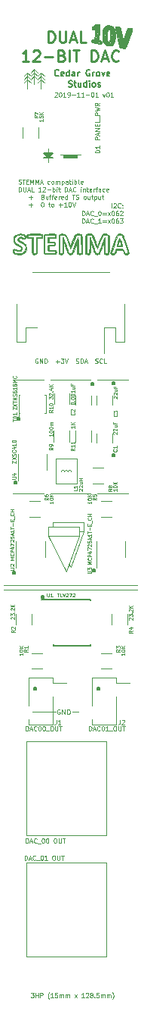
<source format=gto>
G04 #@! TF.GenerationSoftware,KiCad,Pcbnew,(5.0.0-rc2-dev-444-g2974a2c10)*
G04 #@! TF.CreationDate,2019-11-01T17:22:56-07:00*
G04 #@! TF.ProjectId,EURO Dual 12-bit DAC-10V,4555524F204475616C2031322D626974,v01*
G04 #@! TF.SameCoordinates,Original*
G04 #@! TF.FileFunction,Legend,Top*
G04 #@! TF.FilePolarity,Positive*
%FSLAX46Y46*%
G04 Gerber Fmt 4.6, Leading zero omitted, Abs format (unit mm)*
G04 Created by KiCad (PCBNEW (5.0.0-rc2-dev-444-g2974a2c10)) date 11/01/19 17:22:56*
%MOMM*%
%LPD*%
G01*
G04 APERTURE LIST*
%ADD10C,0.080000*%
%ADD11C,0.100000*%
%ADD12C,0.150000*%
%ADD13C,0.250000*%
%ADD14C,0.120000*%
%ADD15C,0.010000*%
G04 APERTURE END LIST*
D10*
X92500000Y-102000000D02*
X92300000Y-101650000D01*
X94000000Y-98000000D02*
X92500000Y-102000000D01*
X93500000Y-98000000D02*
X94000000Y-98000000D01*
X94000000Y-98000000D02*
X93500000Y-98000000D01*
X94000000Y-97000000D02*
X94000000Y-98000000D01*
X90500000Y-97000000D02*
X94000000Y-97000000D01*
X90500000Y-97500000D02*
X90500000Y-97000000D01*
D11*
X93500000Y-97500000D02*
X93500000Y-98500000D01*
X90000000Y-97500000D02*
X93500000Y-97500000D01*
X90000000Y-98500000D02*
X90000000Y-97500000D01*
X90000000Y-98500000D02*
X92000000Y-102500000D01*
X93500000Y-98500000D02*
X90000000Y-98500000D01*
X92000000Y-102500000D02*
X93500000Y-98500000D01*
X90250000Y-81100000D02*
X94750000Y-81100000D01*
X95500000Y-81100000D02*
X99000000Y-81100000D01*
X86000000Y-81100000D02*
X89500000Y-81100000D01*
X95500000Y-93750000D02*
X99000000Y-93750000D01*
X90250000Y-93750000D02*
X94750000Y-93750000D01*
X86000000Y-93750000D02*
X89500000Y-93750000D01*
D12*
G36*
X86150000Y-92450000D02*
X86400000Y-92450000D01*
X86400000Y-92700000D01*
X86150000Y-92700000D01*
X86150000Y-92450000D01*
G37*
X86150000Y-92450000D02*
X86400000Y-92450000D01*
X86400000Y-92700000D01*
X86150000Y-92700000D01*
X86150000Y-92450000D01*
D11*
X87333333Y-134726190D02*
X87333333Y-134226190D01*
X87452380Y-134226190D01*
X87523809Y-134250000D01*
X87571428Y-134297619D01*
X87595238Y-134345238D01*
X87619047Y-134440476D01*
X87619047Y-134511904D01*
X87595238Y-134607142D01*
X87571428Y-134654761D01*
X87523809Y-134702380D01*
X87452380Y-134726190D01*
X87333333Y-134726190D01*
X87809523Y-134583333D02*
X88047619Y-134583333D01*
X87761904Y-134726190D02*
X87928571Y-134226190D01*
X88095238Y-134726190D01*
X88547619Y-134678571D02*
X88523809Y-134702380D01*
X88452380Y-134726190D01*
X88404761Y-134726190D01*
X88333333Y-134702380D01*
X88285714Y-134654761D01*
X88261904Y-134607142D01*
X88238095Y-134511904D01*
X88238095Y-134440476D01*
X88261904Y-134345238D01*
X88285714Y-134297619D01*
X88333333Y-134250000D01*
X88404761Y-134226190D01*
X88452380Y-134226190D01*
X88523809Y-134250000D01*
X88547619Y-134273809D01*
X88642857Y-134773809D02*
X89023809Y-134773809D01*
X89238095Y-134226190D02*
X89285714Y-134226190D01*
X89333333Y-134250000D01*
X89357142Y-134273809D01*
X89380952Y-134321428D01*
X89404761Y-134416666D01*
X89404761Y-134535714D01*
X89380952Y-134630952D01*
X89357142Y-134678571D01*
X89333333Y-134702380D01*
X89285714Y-134726190D01*
X89238095Y-134726190D01*
X89190476Y-134702380D01*
X89166666Y-134678571D01*
X89142857Y-134630952D01*
X89119047Y-134535714D01*
X89119047Y-134416666D01*
X89142857Y-134321428D01*
X89166666Y-134273809D01*
X89190476Y-134250000D01*
X89238095Y-134226190D01*
X89880952Y-134726190D02*
X89595238Y-134726190D01*
X89738095Y-134726190D02*
X89738095Y-134226190D01*
X89690476Y-134297619D01*
X89642857Y-134345238D01*
X89595238Y-134369047D01*
X90571428Y-134226190D02*
X90666666Y-134226190D01*
X90714285Y-134250000D01*
X90761904Y-134297619D01*
X90785714Y-134392857D01*
X90785714Y-134559523D01*
X90761904Y-134654761D01*
X90714285Y-134702380D01*
X90666666Y-134726190D01*
X90571428Y-134726190D01*
X90523809Y-134702380D01*
X90476190Y-134654761D01*
X90452380Y-134559523D01*
X90452380Y-134392857D01*
X90476190Y-134297619D01*
X90523809Y-134250000D01*
X90571428Y-134226190D01*
X91000000Y-134226190D02*
X91000000Y-134630952D01*
X91023809Y-134678571D01*
X91047619Y-134702380D01*
X91095238Y-134726190D01*
X91190476Y-134726190D01*
X91238095Y-134702380D01*
X91261904Y-134678571D01*
X91285714Y-134630952D01*
X91285714Y-134226190D01*
X91452380Y-134226190D02*
X91738095Y-134226190D01*
X91595238Y-134726190D02*
X91595238Y-134226190D01*
X87483333Y-132826190D02*
X87483333Y-132326190D01*
X87602380Y-132326190D01*
X87673809Y-132350000D01*
X87721428Y-132397619D01*
X87745238Y-132445238D01*
X87769047Y-132540476D01*
X87769047Y-132611904D01*
X87745238Y-132707142D01*
X87721428Y-132754761D01*
X87673809Y-132802380D01*
X87602380Y-132826190D01*
X87483333Y-132826190D01*
X87959523Y-132683333D02*
X88197619Y-132683333D01*
X87911904Y-132826190D02*
X88078571Y-132326190D01*
X88245238Y-132826190D01*
X88697619Y-132778571D02*
X88673809Y-132802380D01*
X88602380Y-132826190D01*
X88554761Y-132826190D01*
X88483333Y-132802380D01*
X88435714Y-132754761D01*
X88411904Y-132707142D01*
X88388095Y-132611904D01*
X88388095Y-132540476D01*
X88411904Y-132445238D01*
X88435714Y-132397619D01*
X88483333Y-132350000D01*
X88554761Y-132326190D01*
X88602380Y-132326190D01*
X88673809Y-132350000D01*
X88697619Y-132373809D01*
X88792857Y-132873809D02*
X89173809Y-132873809D01*
X89388095Y-132326190D02*
X89435714Y-132326190D01*
X89483333Y-132350000D01*
X89507142Y-132373809D01*
X89530952Y-132421428D01*
X89554761Y-132516666D01*
X89554761Y-132635714D01*
X89530952Y-132730952D01*
X89507142Y-132778571D01*
X89483333Y-132802380D01*
X89435714Y-132826190D01*
X89388095Y-132826190D01*
X89340476Y-132802380D01*
X89316666Y-132778571D01*
X89292857Y-132730952D01*
X89269047Y-132635714D01*
X89269047Y-132516666D01*
X89292857Y-132421428D01*
X89316666Y-132373809D01*
X89340476Y-132350000D01*
X89388095Y-132326190D01*
X89864285Y-132326190D02*
X89911904Y-132326190D01*
X89959523Y-132350000D01*
X89983333Y-132373809D01*
X90007142Y-132421428D01*
X90030952Y-132516666D01*
X90030952Y-132635714D01*
X90007142Y-132730952D01*
X89983333Y-132778571D01*
X89959523Y-132802380D01*
X89911904Y-132826190D01*
X89864285Y-132826190D01*
X89816666Y-132802380D01*
X89792857Y-132778571D01*
X89769047Y-132730952D01*
X89745238Y-132635714D01*
X89745238Y-132516666D01*
X89769047Y-132421428D01*
X89792857Y-132373809D01*
X89816666Y-132350000D01*
X89864285Y-132326190D01*
X90721428Y-132326190D02*
X90816666Y-132326190D01*
X90864285Y-132350000D01*
X90911904Y-132397619D01*
X90935714Y-132492857D01*
X90935714Y-132659523D01*
X90911904Y-132754761D01*
X90864285Y-132802380D01*
X90816666Y-132826190D01*
X90721428Y-132826190D01*
X90673809Y-132802380D01*
X90626190Y-132754761D01*
X90602380Y-132659523D01*
X90602380Y-132492857D01*
X90626190Y-132397619D01*
X90673809Y-132350000D01*
X90721428Y-132326190D01*
X91150000Y-132326190D02*
X91150000Y-132730952D01*
X91173809Y-132778571D01*
X91197619Y-132802380D01*
X91245238Y-132826190D01*
X91340476Y-132826190D01*
X91388095Y-132802380D01*
X91411904Y-132778571D01*
X91435714Y-132730952D01*
X91435714Y-132326190D01*
X91602380Y-132326190D02*
X91888095Y-132326190D01*
X91745238Y-132826190D02*
X91745238Y-132326190D01*
D12*
G36*
X88400000Y-115500000D02*
X88650000Y-115500000D01*
X88650000Y-115750000D01*
X88400000Y-115750000D01*
X88400000Y-115500000D01*
G37*
X88400000Y-115500000D02*
X88650000Y-115500000D01*
X88650000Y-115750000D01*
X88400000Y-115750000D01*
X88400000Y-115500000D01*
G36*
X95500000Y-115500000D02*
X95750000Y-115500000D01*
X95750000Y-115750000D01*
X95500000Y-115750000D01*
X95500000Y-115500000D01*
G37*
X95500000Y-115500000D02*
X95750000Y-115500000D01*
X95750000Y-115750000D01*
X95500000Y-115750000D01*
X95500000Y-115500000D01*
G36*
X89250000Y-105250000D02*
X89500000Y-105250000D01*
X89500000Y-105500000D01*
X89250000Y-105500000D01*
X89250000Y-105250000D01*
G37*
X89250000Y-105250000D02*
X89500000Y-105250000D01*
X89500000Y-105500000D01*
X89250000Y-105500000D01*
X89250000Y-105250000D01*
G36*
X95000000Y-102250000D02*
X95250000Y-102250000D01*
X95250000Y-102500000D01*
X95000000Y-102500000D01*
X95000000Y-102250000D01*
G37*
X95000000Y-102250000D02*
X95250000Y-102250000D01*
X95250000Y-102500000D01*
X95000000Y-102500000D01*
X95000000Y-102250000D01*
G36*
X86000000Y-102500000D02*
X86250000Y-102500000D01*
X86250000Y-102750000D01*
X86000000Y-102750000D01*
X86000000Y-102500000D01*
G37*
X86000000Y-102500000D02*
X86250000Y-102500000D01*
X86250000Y-102750000D01*
X86000000Y-102750000D01*
X86000000Y-102500000D01*
G36*
X86491000Y-85348000D02*
X86741000Y-85348000D01*
X86741000Y-85598000D01*
X86491000Y-85598000D01*
X86491000Y-85348000D01*
G37*
X86491000Y-85348000D02*
X86741000Y-85348000D01*
X86741000Y-85598000D01*
X86491000Y-85598000D01*
X86491000Y-85348000D01*
G36*
X97150000Y-81350000D02*
X97400000Y-81350000D01*
X97400000Y-81600000D01*
X97150000Y-81600000D01*
X97150000Y-81350000D01*
G37*
X97150000Y-81350000D02*
X97400000Y-81350000D01*
X97400000Y-81600000D01*
X97150000Y-81600000D01*
X97150000Y-81350000D01*
G36*
X97150000Y-89350000D02*
X97400000Y-89350000D01*
X97400000Y-89600000D01*
X97150000Y-89600000D01*
X97150000Y-89350000D01*
G37*
X97150000Y-89350000D02*
X97400000Y-89350000D01*
X97400000Y-89600000D01*
X97150000Y-89600000D01*
X97150000Y-89350000D01*
G36*
X94800000Y-81450000D02*
X95050000Y-81450000D01*
X95050000Y-81700000D01*
X94800000Y-81700000D01*
X94800000Y-81450000D01*
G37*
X94800000Y-81450000D02*
X95050000Y-81450000D01*
X95050000Y-81700000D01*
X94800000Y-81700000D01*
X94800000Y-81450000D01*
G36*
X91750000Y-56000000D02*
X93250000Y-56000000D01*
X93250000Y-56250000D01*
X91750000Y-56250000D01*
X91750000Y-56000000D01*
G37*
X91750000Y-56000000D02*
X93250000Y-56000000D01*
X93250000Y-56250000D01*
X91750000Y-56250000D01*
X91750000Y-56000000D01*
G36*
X89500000Y-55750000D02*
X90500000Y-55750000D01*
X90000000Y-56250000D01*
X90500000Y-56250000D01*
X89500000Y-56250000D01*
X90000000Y-56250000D01*
X89500000Y-55750000D01*
G37*
X89500000Y-55750000D02*
X90500000Y-55750000D01*
X90000000Y-56250000D01*
X90500000Y-56250000D01*
X89500000Y-56250000D01*
X90000000Y-56250000D01*
X89500000Y-55750000D01*
D10*
X90500000Y-55750000D02*
X90000000Y-56250000D01*
X90000000Y-56250000D02*
X89500000Y-55750000D01*
X90500000Y-56250000D02*
X89500000Y-56250000D01*
X90000000Y-55250000D02*
X90000000Y-56750000D01*
X90800000Y-118200000D02*
X88200000Y-118200000D01*
X92700000Y-118200000D02*
X93400000Y-118200000D01*
D11*
X91280952Y-117950000D02*
X91228571Y-117926190D01*
X91150000Y-117926190D01*
X91071428Y-117950000D01*
X91019047Y-117997619D01*
X90992857Y-118045238D01*
X90966666Y-118140476D01*
X90966666Y-118211904D01*
X90992857Y-118307142D01*
X91019047Y-118354761D01*
X91071428Y-118402380D01*
X91150000Y-118426190D01*
X91202380Y-118426190D01*
X91280952Y-118402380D01*
X91307142Y-118378571D01*
X91307142Y-118211904D01*
X91202380Y-118211904D01*
X91542857Y-118426190D02*
X91542857Y-117926190D01*
X91857142Y-118426190D01*
X91857142Y-117926190D01*
X92119047Y-118426190D02*
X92119047Y-117926190D01*
X92250000Y-117926190D01*
X92328571Y-117950000D01*
X92380952Y-117997619D01*
X92407142Y-118045238D01*
X92433333Y-118140476D01*
X92433333Y-118211904D01*
X92407142Y-118307142D01*
X92380952Y-118354761D01*
X92328571Y-118402380D01*
X92250000Y-118426190D01*
X92119047Y-118426190D01*
X85000000Y-104500000D02*
X100000000Y-104500000D01*
X85000000Y-104000000D02*
X100000000Y-104000000D01*
D10*
X87500000Y-145500000D02*
X87500000Y-135000000D01*
X96500000Y-145500000D02*
X87500000Y-145500000D01*
X96500000Y-135000000D02*
X96500000Y-145500000D01*
X87500000Y-135000000D02*
X96500000Y-135000000D01*
X87500000Y-132000000D02*
X87500000Y-121500000D01*
X96500000Y-132000000D02*
X87500000Y-132000000D01*
X96500000Y-121500000D02*
X96500000Y-132000000D01*
X87500000Y-121500000D02*
X96500000Y-121500000D01*
D11*
X86660238Y-59177380D02*
X86731666Y-59201190D01*
X86850714Y-59201190D01*
X86898333Y-59177380D01*
X86922142Y-59153571D01*
X86945952Y-59105952D01*
X86945952Y-59058333D01*
X86922142Y-59010714D01*
X86898333Y-58986904D01*
X86850714Y-58963095D01*
X86755476Y-58939285D01*
X86707857Y-58915476D01*
X86684047Y-58891666D01*
X86660238Y-58844047D01*
X86660238Y-58796428D01*
X86684047Y-58748809D01*
X86707857Y-58725000D01*
X86755476Y-58701190D01*
X86874523Y-58701190D01*
X86945952Y-58725000D01*
X87088809Y-58701190D02*
X87374523Y-58701190D01*
X87231666Y-59201190D02*
X87231666Y-58701190D01*
X87541190Y-58939285D02*
X87707857Y-58939285D01*
X87779285Y-59201190D02*
X87541190Y-59201190D01*
X87541190Y-58701190D01*
X87779285Y-58701190D01*
X87993571Y-59201190D02*
X87993571Y-58701190D01*
X88160238Y-59058333D01*
X88326904Y-58701190D01*
X88326904Y-59201190D01*
X88565000Y-59201190D02*
X88565000Y-58701190D01*
X88731666Y-59058333D01*
X88898333Y-58701190D01*
X88898333Y-59201190D01*
X89112619Y-59058333D02*
X89350714Y-59058333D01*
X89065000Y-59201190D02*
X89231666Y-58701190D01*
X89398333Y-59201190D01*
X90160238Y-59177380D02*
X90112619Y-59201190D01*
X90017380Y-59201190D01*
X89969761Y-59177380D01*
X89945952Y-59153571D01*
X89922142Y-59105952D01*
X89922142Y-58963095D01*
X89945952Y-58915476D01*
X89969761Y-58891666D01*
X90017380Y-58867857D01*
X90112619Y-58867857D01*
X90160238Y-58891666D01*
X90445952Y-59201190D02*
X90398333Y-59177380D01*
X90374523Y-59153571D01*
X90350714Y-59105952D01*
X90350714Y-58963095D01*
X90374523Y-58915476D01*
X90398333Y-58891666D01*
X90445952Y-58867857D01*
X90517380Y-58867857D01*
X90565000Y-58891666D01*
X90588809Y-58915476D01*
X90612619Y-58963095D01*
X90612619Y-59105952D01*
X90588809Y-59153571D01*
X90565000Y-59177380D01*
X90517380Y-59201190D01*
X90445952Y-59201190D01*
X90826904Y-59201190D02*
X90826904Y-58867857D01*
X90826904Y-58915476D02*
X90850714Y-58891666D01*
X90898333Y-58867857D01*
X90969761Y-58867857D01*
X91017380Y-58891666D01*
X91041190Y-58939285D01*
X91041190Y-59201190D01*
X91041190Y-58939285D02*
X91065000Y-58891666D01*
X91112619Y-58867857D01*
X91184047Y-58867857D01*
X91231666Y-58891666D01*
X91255476Y-58939285D01*
X91255476Y-59201190D01*
X91493571Y-58867857D02*
X91493571Y-59367857D01*
X91493571Y-58891666D02*
X91541190Y-58867857D01*
X91636428Y-58867857D01*
X91684047Y-58891666D01*
X91707857Y-58915476D01*
X91731666Y-58963095D01*
X91731666Y-59105952D01*
X91707857Y-59153571D01*
X91684047Y-59177380D01*
X91636428Y-59201190D01*
X91541190Y-59201190D01*
X91493571Y-59177380D01*
X92160238Y-59201190D02*
X92160238Y-58939285D01*
X92136428Y-58891666D01*
X92088809Y-58867857D01*
X91993571Y-58867857D01*
X91945952Y-58891666D01*
X92160238Y-59177380D02*
X92112619Y-59201190D01*
X91993571Y-59201190D01*
X91945952Y-59177380D01*
X91922142Y-59129761D01*
X91922142Y-59082142D01*
X91945952Y-59034523D01*
X91993571Y-59010714D01*
X92112619Y-59010714D01*
X92160238Y-58986904D01*
X92326904Y-58867857D02*
X92517380Y-58867857D01*
X92398333Y-58701190D02*
X92398333Y-59129761D01*
X92422142Y-59177380D01*
X92469761Y-59201190D01*
X92517380Y-59201190D01*
X92684047Y-59201190D02*
X92684047Y-58867857D01*
X92684047Y-58701190D02*
X92660238Y-58725000D01*
X92684047Y-58748809D01*
X92707857Y-58725000D01*
X92684047Y-58701190D01*
X92684047Y-58748809D01*
X92922142Y-59201190D02*
X92922142Y-58701190D01*
X92922142Y-58891666D02*
X92969761Y-58867857D01*
X93065000Y-58867857D01*
X93112619Y-58891666D01*
X93136428Y-58915476D01*
X93160238Y-58963095D01*
X93160238Y-59105952D01*
X93136428Y-59153571D01*
X93112619Y-59177380D01*
X93065000Y-59201190D01*
X92969761Y-59201190D01*
X92922142Y-59177380D01*
X93445952Y-59201190D02*
X93398333Y-59177380D01*
X93374523Y-59129761D01*
X93374523Y-58701190D01*
X93826904Y-59177380D02*
X93779285Y-59201190D01*
X93684047Y-59201190D01*
X93636428Y-59177380D01*
X93612619Y-59129761D01*
X93612619Y-58939285D01*
X93636428Y-58891666D01*
X93684047Y-58867857D01*
X93779285Y-58867857D01*
X93826904Y-58891666D01*
X93850714Y-58939285D01*
X93850714Y-58986904D01*
X93612619Y-59034523D01*
X86684047Y-60051190D02*
X86684047Y-59551190D01*
X86803095Y-59551190D01*
X86874523Y-59575000D01*
X86922142Y-59622619D01*
X86945952Y-59670238D01*
X86969761Y-59765476D01*
X86969761Y-59836904D01*
X86945952Y-59932142D01*
X86922142Y-59979761D01*
X86874523Y-60027380D01*
X86803095Y-60051190D01*
X86684047Y-60051190D01*
X87184047Y-59551190D02*
X87184047Y-59955952D01*
X87207857Y-60003571D01*
X87231666Y-60027380D01*
X87279285Y-60051190D01*
X87374523Y-60051190D01*
X87422142Y-60027380D01*
X87445952Y-60003571D01*
X87469761Y-59955952D01*
X87469761Y-59551190D01*
X87684047Y-59908333D02*
X87922142Y-59908333D01*
X87636428Y-60051190D02*
X87803095Y-59551190D01*
X87969761Y-60051190D01*
X88374523Y-60051190D02*
X88136428Y-60051190D01*
X88136428Y-59551190D01*
X89184047Y-60051190D02*
X88898333Y-60051190D01*
X89041190Y-60051190D02*
X89041190Y-59551190D01*
X88993571Y-59622619D01*
X88945952Y-59670238D01*
X88898333Y-59694047D01*
X89374523Y-59598809D02*
X89398333Y-59575000D01*
X89445952Y-59551190D01*
X89565000Y-59551190D01*
X89612619Y-59575000D01*
X89636428Y-59598809D01*
X89660238Y-59646428D01*
X89660238Y-59694047D01*
X89636428Y-59765476D01*
X89350714Y-60051190D01*
X89660238Y-60051190D01*
X89874523Y-59860714D02*
X90255476Y-59860714D01*
X90493571Y-60051190D02*
X90493571Y-59551190D01*
X90493571Y-59741666D02*
X90541190Y-59717857D01*
X90636428Y-59717857D01*
X90684047Y-59741666D01*
X90707857Y-59765476D01*
X90731666Y-59813095D01*
X90731666Y-59955952D01*
X90707857Y-60003571D01*
X90684047Y-60027380D01*
X90636428Y-60051190D01*
X90541190Y-60051190D01*
X90493571Y-60027380D01*
X90945952Y-60051190D02*
X90945952Y-59717857D01*
X90945952Y-59551190D02*
X90922142Y-59575000D01*
X90945952Y-59598809D01*
X90969761Y-59575000D01*
X90945952Y-59551190D01*
X90945952Y-59598809D01*
X91112619Y-59717857D02*
X91303095Y-59717857D01*
X91184047Y-59551190D02*
X91184047Y-59979761D01*
X91207857Y-60027380D01*
X91255476Y-60051190D01*
X91303095Y-60051190D01*
X91850714Y-60051190D02*
X91850714Y-59551190D01*
X91969761Y-59551190D01*
X92041190Y-59575000D01*
X92088809Y-59622619D01*
X92112619Y-59670238D01*
X92136428Y-59765476D01*
X92136428Y-59836904D01*
X92112619Y-59932142D01*
X92088809Y-59979761D01*
X92041190Y-60027380D01*
X91969761Y-60051190D01*
X91850714Y-60051190D01*
X92326904Y-59908333D02*
X92565000Y-59908333D01*
X92279285Y-60051190D02*
X92445952Y-59551190D01*
X92612619Y-60051190D01*
X93065000Y-60003571D02*
X93041190Y-60027380D01*
X92969761Y-60051190D01*
X92922142Y-60051190D01*
X92850714Y-60027380D01*
X92803095Y-59979761D01*
X92779285Y-59932142D01*
X92755476Y-59836904D01*
X92755476Y-59765476D01*
X92779285Y-59670238D01*
X92803095Y-59622619D01*
X92850714Y-59575000D01*
X92922142Y-59551190D01*
X92969761Y-59551190D01*
X93041190Y-59575000D01*
X93065000Y-59598809D01*
X93660238Y-60051190D02*
X93660238Y-59717857D01*
X93660238Y-59551190D02*
X93636428Y-59575000D01*
X93660238Y-59598809D01*
X93684047Y-59575000D01*
X93660238Y-59551190D01*
X93660238Y-59598809D01*
X93898333Y-59717857D02*
X93898333Y-60051190D01*
X93898333Y-59765476D02*
X93922142Y-59741666D01*
X93969761Y-59717857D01*
X94041190Y-59717857D01*
X94088809Y-59741666D01*
X94112619Y-59789285D01*
X94112619Y-60051190D01*
X94279285Y-59717857D02*
X94469761Y-59717857D01*
X94350714Y-59551190D02*
X94350714Y-59979761D01*
X94374523Y-60027380D01*
X94422142Y-60051190D01*
X94469761Y-60051190D01*
X94826904Y-60027380D02*
X94779285Y-60051190D01*
X94684047Y-60051190D01*
X94636428Y-60027380D01*
X94612619Y-59979761D01*
X94612619Y-59789285D01*
X94636428Y-59741666D01*
X94684047Y-59717857D01*
X94779285Y-59717857D01*
X94826904Y-59741666D01*
X94850714Y-59789285D01*
X94850714Y-59836904D01*
X94612619Y-59884523D01*
X95065000Y-60051190D02*
X95065000Y-59717857D01*
X95065000Y-59813095D02*
X95088809Y-59765476D01*
X95112619Y-59741666D01*
X95160238Y-59717857D01*
X95207857Y-59717857D01*
X95303095Y-59717857D02*
X95493571Y-59717857D01*
X95374523Y-60051190D02*
X95374523Y-59622619D01*
X95398333Y-59575000D01*
X95445952Y-59551190D01*
X95493571Y-59551190D01*
X95874523Y-60051190D02*
X95874523Y-59789285D01*
X95850714Y-59741666D01*
X95803095Y-59717857D01*
X95707857Y-59717857D01*
X95660238Y-59741666D01*
X95874523Y-60027380D02*
X95826904Y-60051190D01*
X95707857Y-60051190D01*
X95660238Y-60027380D01*
X95636428Y-59979761D01*
X95636428Y-59932142D01*
X95660238Y-59884523D01*
X95707857Y-59860714D01*
X95826904Y-59860714D01*
X95874523Y-59836904D01*
X96326904Y-60027380D02*
X96279285Y-60051190D01*
X96184047Y-60051190D01*
X96136428Y-60027380D01*
X96112619Y-60003571D01*
X96088809Y-59955952D01*
X96088809Y-59813095D01*
X96112619Y-59765476D01*
X96136428Y-59741666D01*
X96184047Y-59717857D01*
X96279285Y-59717857D01*
X96326904Y-59741666D01*
X96731666Y-60027380D02*
X96684047Y-60051190D01*
X96588809Y-60051190D01*
X96541190Y-60027380D01*
X96517380Y-59979761D01*
X96517380Y-59789285D01*
X96541190Y-59741666D01*
X96588809Y-59717857D01*
X96684047Y-59717857D01*
X96731666Y-59741666D01*
X96755476Y-59789285D01*
X96755476Y-59836904D01*
X96517380Y-59884523D01*
X87826904Y-60710714D02*
X88207857Y-60710714D01*
X88017380Y-60901190D02*
X88017380Y-60520238D01*
X89374523Y-60639285D02*
X89445952Y-60663095D01*
X89469761Y-60686904D01*
X89493571Y-60734523D01*
X89493571Y-60805952D01*
X89469761Y-60853571D01*
X89445952Y-60877380D01*
X89398333Y-60901190D01*
X89207857Y-60901190D01*
X89207857Y-60401190D01*
X89374523Y-60401190D01*
X89422142Y-60425000D01*
X89445952Y-60448809D01*
X89469761Y-60496428D01*
X89469761Y-60544047D01*
X89445952Y-60591666D01*
X89422142Y-60615476D01*
X89374523Y-60639285D01*
X89207857Y-60639285D01*
X89922142Y-60567857D02*
X89922142Y-60901190D01*
X89707857Y-60567857D02*
X89707857Y-60829761D01*
X89731666Y-60877380D01*
X89779285Y-60901190D01*
X89850714Y-60901190D01*
X89898333Y-60877380D01*
X89922142Y-60853571D01*
X90088809Y-60567857D02*
X90279285Y-60567857D01*
X90160238Y-60901190D02*
X90160238Y-60472619D01*
X90184047Y-60425000D01*
X90231666Y-60401190D01*
X90279285Y-60401190D01*
X90374523Y-60567857D02*
X90565000Y-60567857D01*
X90445952Y-60901190D02*
X90445952Y-60472619D01*
X90469761Y-60425000D01*
X90517380Y-60401190D01*
X90565000Y-60401190D01*
X90922142Y-60877380D02*
X90874523Y-60901190D01*
X90779285Y-60901190D01*
X90731666Y-60877380D01*
X90707857Y-60829761D01*
X90707857Y-60639285D01*
X90731666Y-60591666D01*
X90779285Y-60567857D01*
X90874523Y-60567857D01*
X90922142Y-60591666D01*
X90945952Y-60639285D01*
X90945952Y-60686904D01*
X90707857Y-60734523D01*
X91160238Y-60901190D02*
X91160238Y-60567857D01*
X91160238Y-60663095D02*
X91184047Y-60615476D01*
X91207857Y-60591666D01*
X91255476Y-60567857D01*
X91303095Y-60567857D01*
X91660238Y-60877380D02*
X91612619Y-60901190D01*
X91517380Y-60901190D01*
X91469761Y-60877380D01*
X91445952Y-60829761D01*
X91445952Y-60639285D01*
X91469761Y-60591666D01*
X91517380Y-60567857D01*
X91612619Y-60567857D01*
X91660238Y-60591666D01*
X91684047Y-60639285D01*
X91684047Y-60686904D01*
X91445952Y-60734523D01*
X92112619Y-60901190D02*
X92112619Y-60401190D01*
X92112619Y-60877380D02*
X92065000Y-60901190D01*
X91969761Y-60901190D01*
X91922142Y-60877380D01*
X91898333Y-60853571D01*
X91874523Y-60805952D01*
X91874523Y-60663095D01*
X91898333Y-60615476D01*
X91922142Y-60591666D01*
X91969761Y-60567857D01*
X92065000Y-60567857D01*
X92112619Y-60591666D01*
X92660238Y-60401190D02*
X92945952Y-60401190D01*
X92803095Y-60901190D02*
X92803095Y-60401190D01*
X93088809Y-60877380D02*
X93160238Y-60901190D01*
X93279285Y-60901190D01*
X93326904Y-60877380D01*
X93350714Y-60853571D01*
X93374523Y-60805952D01*
X93374523Y-60758333D01*
X93350714Y-60710714D01*
X93326904Y-60686904D01*
X93279285Y-60663095D01*
X93184047Y-60639285D01*
X93136428Y-60615476D01*
X93112619Y-60591666D01*
X93088809Y-60544047D01*
X93088809Y-60496428D01*
X93112619Y-60448809D01*
X93136428Y-60425000D01*
X93184047Y-60401190D01*
X93303095Y-60401190D01*
X93374523Y-60425000D01*
X94041190Y-60901190D02*
X93993571Y-60877380D01*
X93969761Y-60853571D01*
X93945952Y-60805952D01*
X93945952Y-60663095D01*
X93969761Y-60615476D01*
X93993571Y-60591666D01*
X94041190Y-60567857D01*
X94112619Y-60567857D01*
X94160238Y-60591666D01*
X94184047Y-60615476D01*
X94207857Y-60663095D01*
X94207857Y-60805952D01*
X94184047Y-60853571D01*
X94160238Y-60877380D01*
X94112619Y-60901190D01*
X94041190Y-60901190D01*
X94636428Y-60567857D02*
X94636428Y-60901190D01*
X94422142Y-60567857D02*
X94422142Y-60829761D01*
X94445952Y-60877380D01*
X94493571Y-60901190D01*
X94565000Y-60901190D01*
X94612619Y-60877380D01*
X94636428Y-60853571D01*
X94803095Y-60567857D02*
X94993571Y-60567857D01*
X94874523Y-60401190D02*
X94874523Y-60829761D01*
X94898333Y-60877380D01*
X94945952Y-60901190D01*
X94993571Y-60901190D01*
X95160238Y-60567857D02*
X95160238Y-61067857D01*
X95160238Y-60591666D02*
X95207857Y-60567857D01*
X95303095Y-60567857D01*
X95350714Y-60591666D01*
X95374523Y-60615476D01*
X95398333Y-60663095D01*
X95398333Y-60805952D01*
X95374523Y-60853571D01*
X95350714Y-60877380D01*
X95303095Y-60901190D01*
X95207857Y-60901190D01*
X95160238Y-60877380D01*
X95826904Y-60567857D02*
X95826904Y-60901190D01*
X95612619Y-60567857D02*
X95612619Y-60829761D01*
X95636428Y-60877380D01*
X95684047Y-60901190D01*
X95755476Y-60901190D01*
X95803095Y-60877380D01*
X95826904Y-60853571D01*
X95993571Y-60567857D02*
X96184047Y-60567857D01*
X96065000Y-60401190D02*
X96065000Y-60829761D01*
X96088809Y-60877380D01*
X96136428Y-60901190D01*
X96184047Y-60901190D01*
X87826904Y-61560714D02*
X88207857Y-61560714D01*
X88017380Y-61751190D02*
X88017380Y-61370238D01*
X89303095Y-61251190D02*
X89350714Y-61251190D01*
X89398333Y-61275000D01*
X89422142Y-61298809D01*
X89445952Y-61346428D01*
X89469761Y-61441666D01*
X89469761Y-61560714D01*
X89445952Y-61655952D01*
X89422142Y-61703571D01*
X89398333Y-61727380D01*
X89350714Y-61751190D01*
X89303095Y-61751190D01*
X89255476Y-61727380D01*
X89231666Y-61703571D01*
X89207857Y-61655952D01*
X89184047Y-61560714D01*
X89184047Y-61441666D01*
X89207857Y-61346428D01*
X89231666Y-61298809D01*
X89255476Y-61275000D01*
X89303095Y-61251190D01*
X89993571Y-61417857D02*
X90184047Y-61417857D01*
X90065000Y-61251190D02*
X90065000Y-61679761D01*
X90088809Y-61727380D01*
X90136428Y-61751190D01*
X90184047Y-61751190D01*
X90422142Y-61751190D02*
X90374523Y-61727380D01*
X90350714Y-61703571D01*
X90326904Y-61655952D01*
X90326904Y-61513095D01*
X90350714Y-61465476D01*
X90374523Y-61441666D01*
X90422142Y-61417857D01*
X90493571Y-61417857D01*
X90541190Y-61441666D01*
X90565000Y-61465476D01*
X90588809Y-61513095D01*
X90588809Y-61655952D01*
X90565000Y-61703571D01*
X90541190Y-61727380D01*
X90493571Y-61751190D01*
X90422142Y-61751190D01*
X91184047Y-61560714D02*
X91565000Y-61560714D01*
X91374523Y-61751190D02*
X91374523Y-61370238D01*
X92065000Y-61751190D02*
X91779285Y-61751190D01*
X91922142Y-61751190D02*
X91922142Y-61251190D01*
X91874523Y-61322619D01*
X91826904Y-61370238D01*
X91779285Y-61394047D01*
X92374523Y-61251190D02*
X92422142Y-61251190D01*
X92469761Y-61275000D01*
X92493571Y-61298809D01*
X92517380Y-61346428D01*
X92541190Y-61441666D01*
X92541190Y-61560714D01*
X92517380Y-61655952D01*
X92493571Y-61703571D01*
X92469761Y-61727380D01*
X92422142Y-61751190D01*
X92374523Y-61751190D01*
X92326904Y-61727380D01*
X92303095Y-61703571D01*
X92279285Y-61655952D01*
X92255476Y-61560714D01*
X92255476Y-61441666D01*
X92279285Y-61346428D01*
X92303095Y-61298809D01*
X92326904Y-61275000D01*
X92374523Y-61251190D01*
X92684047Y-61251190D02*
X92850714Y-61751190D01*
X93017380Y-61251190D01*
X88821428Y-78750000D02*
X88773809Y-78726190D01*
X88702380Y-78726190D01*
X88630952Y-78750000D01*
X88583333Y-78797619D01*
X88559523Y-78845238D01*
X88535714Y-78940476D01*
X88535714Y-79011904D01*
X88559523Y-79107142D01*
X88583333Y-79154761D01*
X88630952Y-79202380D01*
X88702380Y-79226190D01*
X88750000Y-79226190D01*
X88821428Y-79202380D01*
X88845238Y-79178571D01*
X88845238Y-79011904D01*
X88750000Y-79011904D01*
X89059523Y-79226190D02*
X89059523Y-78726190D01*
X89345238Y-79226190D01*
X89345238Y-78726190D01*
X89583333Y-79226190D02*
X89583333Y-78726190D01*
X89702380Y-78726190D01*
X89773809Y-78750000D01*
X89821428Y-78797619D01*
X89845238Y-78845238D01*
X89869047Y-78940476D01*
X89869047Y-79011904D01*
X89845238Y-79107142D01*
X89821428Y-79154761D01*
X89773809Y-79202380D01*
X89702380Y-79226190D01*
X89583333Y-79226190D01*
X90845238Y-79035714D02*
X91226190Y-79035714D01*
X91035714Y-79226190D02*
X91035714Y-78845238D01*
X91416666Y-78726190D02*
X91726190Y-78726190D01*
X91559523Y-78916666D01*
X91630952Y-78916666D01*
X91678571Y-78940476D01*
X91702380Y-78964285D01*
X91726190Y-79011904D01*
X91726190Y-79130952D01*
X91702380Y-79178571D01*
X91678571Y-79202380D01*
X91630952Y-79226190D01*
X91488095Y-79226190D01*
X91440476Y-79202380D01*
X91416666Y-79178571D01*
X91869047Y-78726190D02*
X92035714Y-79226190D01*
X92202380Y-78726190D01*
X93107142Y-79202380D02*
X93178571Y-79226190D01*
X93297619Y-79226190D01*
X93345238Y-79202380D01*
X93369047Y-79178571D01*
X93392857Y-79130952D01*
X93392857Y-79083333D01*
X93369047Y-79035714D01*
X93345238Y-79011904D01*
X93297619Y-78988095D01*
X93202380Y-78964285D01*
X93154761Y-78940476D01*
X93130952Y-78916666D01*
X93107142Y-78869047D01*
X93107142Y-78821428D01*
X93130952Y-78773809D01*
X93154761Y-78750000D01*
X93202380Y-78726190D01*
X93321428Y-78726190D01*
X93392857Y-78750000D01*
X93607142Y-79226190D02*
X93607142Y-78726190D01*
X93726190Y-78726190D01*
X93797619Y-78750000D01*
X93845238Y-78797619D01*
X93869047Y-78845238D01*
X93892857Y-78940476D01*
X93892857Y-79011904D01*
X93869047Y-79107142D01*
X93845238Y-79154761D01*
X93797619Y-79202380D01*
X93726190Y-79226190D01*
X93607142Y-79226190D01*
X94083333Y-79083333D02*
X94321428Y-79083333D01*
X94035714Y-79226190D02*
X94202380Y-78726190D01*
X94369047Y-79226190D01*
X95273809Y-79202380D02*
X95345238Y-79226190D01*
X95464285Y-79226190D01*
X95511904Y-79202380D01*
X95535714Y-79178571D01*
X95559523Y-79130952D01*
X95559523Y-79083333D01*
X95535714Y-79035714D01*
X95511904Y-79011904D01*
X95464285Y-78988095D01*
X95369047Y-78964285D01*
X95321428Y-78940476D01*
X95297619Y-78916666D01*
X95273809Y-78869047D01*
X95273809Y-78821428D01*
X95297619Y-78773809D01*
X95321428Y-78750000D01*
X95369047Y-78726190D01*
X95488095Y-78726190D01*
X95559523Y-78750000D01*
X96059523Y-79178571D02*
X96035714Y-79202380D01*
X95964285Y-79226190D01*
X95916666Y-79226190D01*
X95845238Y-79202380D01*
X95797619Y-79154761D01*
X95773809Y-79107142D01*
X95750000Y-79011904D01*
X95750000Y-78940476D01*
X95773809Y-78845238D01*
X95797619Y-78797619D01*
X95845238Y-78750000D01*
X95916666Y-78726190D01*
X95964285Y-78726190D01*
X96035714Y-78750000D01*
X96059523Y-78773809D01*
X96511904Y-79226190D02*
X96273809Y-79226190D01*
X96273809Y-78726190D01*
X97101666Y-61876190D02*
X97101666Y-61376190D01*
X97315952Y-61423809D02*
X97339761Y-61400000D01*
X97387380Y-61376190D01*
X97506428Y-61376190D01*
X97554047Y-61400000D01*
X97577857Y-61423809D01*
X97601666Y-61471428D01*
X97601666Y-61519047D01*
X97577857Y-61590476D01*
X97292142Y-61876190D01*
X97601666Y-61876190D01*
X98101666Y-61828571D02*
X98077857Y-61852380D01*
X98006428Y-61876190D01*
X97958809Y-61876190D01*
X97887380Y-61852380D01*
X97839761Y-61804761D01*
X97815952Y-61757142D01*
X97792142Y-61661904D01*
X97792142Y-61590476D01*
X97815952Y-61495238D01*
X97839761Y-61447619D01*
X97887380Y-61400000D01*
X97958809Y-61376190D01*
X98006428Y-61376190D01*
X98077857Y-61400000D01*
X98101666Y-61423809D01*
X98315952Y-61828571D02*
X98339761Y-61852380D01*
X98315952Y-61876190D01*
X98292142Y-61852380D01*
X98315952Y-61828571D01*
X98315952Y-61876190D01*
X98315952Y-61566666D02*
X98339761Y-61590476D01*
X98315952Y-61614285D01*
X98292142Y-61590476D01*
X98315952Y-61566666D01*
X98315952Y-61614285D01*
X93815952Y-62726190D02*
X93815952Y-62226190D01*
X93935000Y-62226190D01*
X94006428Y-62250000D01*
X94054047Y-62297619D01*
X94077857Y-62345238D01*
X94101666Y-62440476D01*
X94101666Y-62511904D01*
X94077857Y-62607142D01*
X94054047Y-62654761D01*
X94006428Y-62702380D01*
X93935000Y-62726190D01*
X93815952Y-62726190D01*
X94292142Y-62583333D02*
X94530238Y-62583333D01*
X94244523Y-62726190D02*
X94411190Y-62226190D01*
X94577857Y-62726190D01*
X95030238Y-62678571D02*
X95006428Y-62702380D01*
X94935000Y-62726190D01*
X94887380Y-62726190D01*
X94815952Y-62702380D01*
X94768333Y-62654761D01*
X94744523Y-62607142D01*
X94720714Y-62511904D01*
X94720714Y-62440476D01*
X94744523Y-62345238D01*
X94768333Y-62297619D01*
X94815952Y-62250000D01*
X94887380Y-62226190D01*
X94935000Y-62226190D01*
X95006428Y-62250000D01*
X95030238Y-62273809D01*
X95125476Y-62773809D02*
X95506428Y-62773809D01*
X95720714Y-62226190D02*
X95768333Y-62226190D01*
X95815952Y-62250000D01*
X95839761Y-62273809D01*
X95863571Y-62321428D01*
X95887380Y-62416666D01*
X95887380Y-62535714D01*
X95863571Y-62630952D01*
X95839761Y-62678571D01*
X95815952Y-62702380D01*
X95768333Y-62726190D01*
X95720714Y-62726190D01*
X95673095Y-62702380D01*
X95649285Y-62678571D01*
X95625476Y-62630952D01*
X95601666Y-62535714D01*
X95601666Y-62416666D01*
X95625476Y-62321428D01*
X95649285Y-62273809D01*
X95673095Y-62250000D01*
X95720714Y-62226190D01*
X96101666Y-62464285D02*
X96482619Y-62464285D01*
X96482619Y-62607142D02*
X96101666Y-62607142D01*
X96673095Y-62726190D02*
X96935000Y-62392857D01*
X96673095Y-62392857D02*
X96935000Y-62726190D01*
X97220714Y-62226190D02*
X97268333Y-62226190D01*
X97315952Y-62250000D01*
X97339761Y-62273809D01*
X97363571Y-62321428D01*
X97387380Y-62416666D01*
X97387380Y-62535714D01*
X97363571Y-62630952D01*
X97339761Y-62678571D01*
X97315952Y-62702380D01*
X97268333Y-62726190D01*
X97220714Y-62726190D01*
X97173095Y-62702380D01*
X97149285Y-62678571D01*
X97125476Y-62630952D01*
X97101666Y-62535714D01*
X97101666Y-62416666D01*
X97125476Y-62321428D01*
X97149285Y-62273809D01*
X97173095Y-62250000D01*
X97220714Y-62226190D01*
X97815952Y-62226190D02*
X97720714Y-62226190D01*
X97673095Y-62250000D01*
X97649285Y-62273809D01*
X97601666Y-62345238D01*
X97577857Y-62440476D01*
X97577857Y-62630952D01*
X97601666Y-62678571D01*
X97625476Y-62702380D01*
X97673095Y-62726190D01*
X97768333Y-62726190D01*
X97815952Y-62702380D01*
X97839761Y-62678571D01*
X97863571Y-62630952D01*
X97863571Y-62511904D01*
X97839761Y-62464285D01*
X97815952Y-62440476D01*
X97768333Y-62416666D01*
X97673095Y-62416666D01*
X97625476Y-62440476D01*
X97601666Y-62464285D01*
X97577857Y-62511904D01*
X98054047Y-62273809D02*
X98077857Y-62250000D01*
X98125476Y-62226190D01*
X98244523Y-62226190D01*
X98292142Y-62250000D01*
X98315952Y-62273809D01*
X98339761Y-62321428D01*
X98339761Y-62369047D01*
X98315952Y-62440476D01*
X98030238Y-62726190D01*
X98339761Y-62726190D01*
X93815952Y-63576190D02*
X93815952Y-63076190D01*
X93935000Y-63076190D01*
X94006428Y-63100000D01*
X94054047Y-63147619D01*
X94077857Y-63195238D01*
X94101666Y-63290476D01*
X94101666Y-63361904D01*
X94077857Y-63457142D01*
X94054047Y-63504761D01*
X94006428Y-63552380D01*
X93935000Y-63576190D01*
X93815952Y-63576190D01*
X94292142Y-63433333D02*
X94530238Y-63433333D01*
X94244523Y-63576190D02*
X94411190Y-63076190D01*
X94577857Y-63576190D01*
X95030238Y-63528571D02*
X95006428Y-63552380D01*
X94935000Y-63576190D01*
X94887380Y-63576190D01*
X94815952Y-63552380D01*
X94768333Y-63504761D01*
X94744523Y-63457142D01*
X94720714Y-63361904D01*
X94720714Y-63290476D01*
X94744523Y-63195238D01*
X94768333Y-63147619D01*
X94815952Y-63100000D01*
X94887380Y-63076190D01*
X94935000Y-63076190D01*
X95006428Y-63100000D01*
X95030238Y-63123809D01*
X95125476Y-63623809D02*
X95506428Y-63623809D01*
X95887380Y-63576190D02*
X95601666Y-63576190D01*
X95744523Y-63576190D02*
X95744523Y-63076190D01*
X95696904Y-63147619D01*
X95649285Y-63195238D01*
X95601666Y-63219047D01*
X96101666Y-63314285D02*
X96482619Y-63314285D01*
X96482619Y-63457142D02*
X96101666Y-63457142D01*
X96673095Y-63576190D02*
X96935000Y-63242857D01*
X96673095Y-63242857D02*
X96935000Y-63576190D01*
X97220714Y-63076190D02*
X97268333Y-63076190D01*
X97315952Y-63100000D01*
X97339761Y-63123809D01*
X97363571Y-63171428D01*
X97387380Y-63266666D01*
X97387380Y-63385714D01*
X97363571Y-63480952D01*
X97339761Y-63528571D01*
X97315952Y-63552380D01*
X97268333Y-63576190D01*
X97220714Y-63576190D01*
X97173095Y-63552380D01*
X97149285Y-63528571D01*
X97125476Y-63480952D01*
X97101666Y-63385714D01*
X97101666Y-63266666D01*
X97125476Y-63171428D01*
X97149285Y-63123809D01*
X97173095Y-63100000D01*
X97220714Y-63076190D01*
X97815952Y-63076190D02*
X97720714Y-63076190D01*
X97673095Y-63100000D01*
X97649285Y-63123809D01*
X97601666Y-63195238D01*
X97577857Y-63290476D01*
X97577857Y-63480952D01*
X97601666Y-63528571D01*
X97625476Y-63552380D01*
X97673095Y-63576190D01*
X97768333Y-63576190D01*
X97815952Y-63552380D01*
X97839761Y-63528571D01*
X97863571Y-63480952D01*
X97863571Y-63361904D01*
X97839761Y-63314285D01*
X97815952Y-63290476D01*
X97768333Y-63266666D01*
X97673095Y-63266666D01*
X97625476Y-63290476D01*
X97601666Y-63314285D01*
X97577857Y-63361904D01*
X98030238Y-63076190D02*
X98339761Y-63076190D01*
X98173095Y-63266666D01*
X98244523Y-63266666D01*
X98292142Y-63290476D01*
X98315952Y-63314285D01*
X98339761Y-63361904D01*
X98339761Y-63480952D01*
X98315952Y-63528571D01*
X98292142Y-63552380D01*
X98244523Y-63576190D01*
X98101666Y-63576190D01*
X98054047Y-63552380D01*
X98030238Y-63528571D01*
X90714285Y-49023809D02*
X90738095Y-49000000D01*
X90785714Y-48976190D01*
X90904761Y-48976190D01*
X90952380Y-49000000D01*
X90976190Y-49023809D01*
X91000000Y-49071428D01*
X91000000Y-49119047D01*
X90976190Y-49190476D01*
X90690476Y-49476190D01*
X91000000Y-49476190D01*
X91309523Y-48976190D02*
X91357142Y-48976190D01*
X91404761Y-49000000D01*
X91428571Y-49023809D01*
X91452380Y-49071428D01*
X91476190Y-49166666D01*
X91476190Y-49285714D01*
X91452380Y-49380952D01*
X91428571Y-49428571D01*
X91404761Y-49452380D01*
X91357142Y-49476190D01*
X91309523Y-49476190D01*
X91261904Y-49452380D01*
X91238095Y-49428571D01*
X91214285Y-49380952D01*
X91190476Y-49285714D01*
X91190476Y-49166666D01*
X91214285Y-49071428D01*
X91238095Y-49023809D01*
X91261904Y-49000000D01*
X91309523Y-48976190D01*
X91952380Y-49476190D02*
X91666666Y-49476190D01*
X91809523Y-49476190D02*
X91809523Y-48976190D01*
X91761904Y-49047619D01*
X91714285Y-49095238D01*
X91666666Y-49119047D01*
X92190476Y-49476190D02*
X92285714Y-49476190D01*
X92333333Y-49452380D01*
X92357142Y-49428571D01*
X92404761Y-49357142D01*
X92428571Y-49261904D01*
X92428571Y-49071428D01*
X92404761Y-49023809D01*
X92380952Y-49000000D01*
X92333333Y-48976190D01*
X92238095Y-48976190D01*
X92190476Y-49000000D01*
X92166666Y-49023809D01*
X92142857Y-49071428D01*
X92142857Y-49190476D01*
X92166666Y-49238095D01*
X92190476Y-49261904D01*
X92238095Y-49285714D01*
X92333333Y-49285714D01*
X92380952Y-49261904D01*
X92404761Y-49238095D01*
X92428571Y-49190476D01*
X92642857Y-49285714D02*
X93023809Y-49285714D01*
X93523809Y-49476190D02*
X93238095Y-49476190D01*
X93380952Y-49476190D02*
X93380952Y-48976190D01*
X93333333Y-49047619D01*
X93285714Y-49095238D01*
X93238095Y-49119047D01*
X94000000Y-49476190D02*
X93714285Y-49476190D01*
X93857142Y-49476190D02*
X93857142Y-48976190D01*
X93809523Y-49047619D01*
X93761904Y-49095238D01*
X93714285Y-49119047D01*
X94214285Y-49285714D02*
X94595238Y-49285714D01*
X94928571Y-48976190D02*
X94976190Y-48976190D01*
X95023809Y-49000000D01*
X95047619Y-49023809D01*
X95071428Y-49071428D01*
X95095238Y-49166666D01*
X95095238Y-49285714D01*
X95071428Y-49380952D01*
X95047619Y-49428571D01*
X95023809Y-49452380D01*
X94976190Y-49476190D01*
X94928571Y-49476190D01*
X94880952Y-49452380D01*
X94857142Y-49428571D01*
X94833333Y-49380952D01*
X94809523Y-49285714D01*
X94809523Y-49166666D01*
X94833333Y-49071428D01*
X94857142Y-49023809D01*
X94880952Y-49000000D01*
X94928571Y-48976190D01*
X95571428Y-49476190D02*
X95285714Y-49476190D01*
X95428571Y-49476190D02*
X95428571Y-48976190D01*
X95380952Y-49047619D01*
X95333333Y-49095238D01*
X95285714Y-49119047D01*
X96119047Y-49142857D02*
X96238095Y-49476190D01*
X96357142Y-49142857D01*
X96642857Y-48976190D02*
X96690476Y-48976190D01*
X96738095Y-49000000D01*
X96761904Y-49023809D01*
X96785714Y-49071428D01*
X96809523Y-49166666D01*
X96809523Y-49285714D01*
X96785714Y-49380952D01*
X96761904Y-49428571D01*
X96738095Y-49452380D01*
X96690476Y-49476190D01*
X96642857Y-49476190D01*
X96595238Y-49452380D01*
X96571428Y-49428571D01*
X96547619Y-49380952D01*
X96523809Y-49285714D01*
X96523809Y-49166666D01*
X96547619Y-49071428D01*
X96571428Y-49023809D01*
X96595238Y-49000000D01*
X96642857Y-48976190D01*
X97285714Y-49476190D02*
X96999999Y-49476190D01*
X97142857Y-49476190D02*
X97142857Y-48976190D01*
X97095238Y-49047619D01*
X97047619Y-49095238D01*
X96999999Y-49119047D01*
X88043333Y-149586190D02*
X88352857Y-149586190D01*
X88186190Y-149776666D01*
X88257619Y-149776666D01*
X88305238Y-149800476D01*
X88329047Y-149824285D01*
X88352857Y-149871904D01*
X88352857Y-149990952D01*
X88329047Y-150038571D01*
X88305238Y-150062380D01*
X88257619Y-150086190D01*
X88114761Y-150086190D01*
X88067142Y-150062380D01*
X88043333Y-150038571D01*
X88567142Y-150086190D02*
X88567142Y-149586190D01*
X88567142Y-149824285D02*
X88852857Y-149824285D01*
X88852857Y-150086190D02*
X88852857Y-149586190D01*
X89090952Y-150086190D02*
X89090952Y-149586190D01*
X89281428Y-149586190D01*
X89329047Y-149610000D01*
X89352857Y-149633809D01*
X89376666Y-149681428D01*
X89376666Y-149752857D01*
X89352857Y-149800476D01*
X89329047Y-149824285D01*
X89281428Y-149848095D01*
X89090952Y-149848095D01*
X90114761Y-150276666D02*
X90090952Y-150252857D01*
X90043333Y-150181428D01*
X90019523Y-150133809D01*
X89995714Y-150062380D01*
X89971904Y-149943333D01*
X89971904Y-149848095D01*
X89995714Y-149729047D01*
X90019523Y-149657619D01*
X90043333Y-149610000D01*
X90090952Y-149538571D01*
X90114761Y-149514761D01*
X90567142Y-150086190D02*
X90281428Y-150086190D01*
X90424285Y-150086190D02*
X90424285Y-149586190D01*
X90376666Y-149657619D01*
X90329047Y-149705238D01*
X90281428Y-149729047D01*
X91019523Y-149586190D02*
X90781428Y-149586190D01*
X90757619Y-149824285D01*
X90781428Y-149800476D01*
X90829047Y-149776666D01*
X90948095Y-149776666D01*
X90995714Y-149800476D01*
X91019523Y-149824285D01*
X91043333Y-149871904D01*
X91043333Y-149990952D01*
X91019523Y-150038571D01*
X90995714Y-150062380D01*
X90948095Y-150086190D01*
X90829047Y-150086190D01*
X90781428Y-150062380D01*
X90757619Y-150038571D01*
X91257619Y-150086190D02*
X91257619Y-149752857D01*
X91257619Y-149800476D02*
X91281428Y-149776666D01*
X91329047Y-149752857D01*
X91400476Y-149752857D01*
X91448095Y-149776666D01*
X91471904Y-149824285D01*
X91471904Y-150086190D01*
X91471904Y-149824285D02*
X91495714Y-149776666D01*
X91543333Y-149752857D01*
X91614761Y-149752857D01*
X91662380Y-149776666D01*
X91686190Y-149824285D01*
X91686190Y-150086190D01*
X91924285Y-150086190D02*
X91924285Y-149752857D01*
X91924285Y-149800476D02*
X91948095Y-149776666D01*
X91995714Y-149752857D01*
X92067142Y-149752857D01*
X92114761Y-149776666D01*
X92138571Y-149824285D01*
X92138571Y-150086190D01*
X92138571Y-149824285D02*
X92162380Y-149776666D01*
X92210000Y-149752857D01*
X92281428Y-149752857D01*
X92329047Y-149776666D01*
X92352857Y-149824285D01*
X92352857Y-150086190D01*
X92924285Y-150086190D02*
X93186190Y-149752857D01*
X92924285Y-149752857D02*
X93186190Y-150086190D01*
X94019523Y-150086190D02*
X93733809Y-150086190D01*
X93876666Y-150086190D02*
X93876666Y-149586190D01*
X93829047Y-149657619D01*
X93781428Y-149705238D01*
X93733809Y-149729047D01*
X94210000Y-149633809D02*
X94233809Y-149610000D01*
X94281428Y-149586190D01*
X94400476Y-149586190D01*
X94448095Y-149610000D01*
X94471904Y-149633809D01*
X94495714Y-149681428D01*
X94495714Y-149729047D01*
X94471904Y-149800476D01*
X94186190Y-150086190D01*
X94495714Y-150086190D01*
X94781428Y-149800476D02*
X94733809Y-149776666D01*
X94710000Y-149752857D01*
X94686190Y-149705238D01*
X94686190Y-149681428D01*
X94710000Y-149633809D01*
X94733809Y-149610000D01*
X94781428Y-149586190D01*
X94876666Y-149586190D01*
X94924285Y-149610000D01*
X94948095Y-149633809D01*
X94971904Y-149681428D01*
X94971904Y-149705238D01*
X94948095Y-149752857D01*
X94924285Y-149776666D01*
X94876666Y-149800476D01*
X94781428Y-149800476D01*
X94733809Y-149824285D01*
X94710000Y-149848095D01*
X94686190Y-149895714D01*
X94686190Y-149990952D01*
X94710000Y-150038571D01*
X94733809Y-150062380D01*
X94781428Y-150086190D01*
X94876666Y-150086190D01*
X94924285Y-150062380D01*
X94948095Y-150038571D01*
X94971904Y-149990952D01*
X94971904Y-149895714D01*
X94948095Y-149848095D01*
X94924285Y-149824285D01*
X94876666Y-149800476D01*
X95186190Y-150038571D02*
X95210000Y-150062380D01*
X95186190Y-150086190D01*
X95162380Y-150062380D01*
X95186190Y-150038571D01*
X95186190Y-150086190D01*
X95662380Y-149586190D02*
X95424285Y-149586190D01*
X95400476Y-149824285D01*
X95424285Y-149800476D01*
X95471904Y-149776666D01*
X95590952Y-149776666D01*
X95638571Y-149800476D01*
X95662380Y-149824285D01*
X95686190Y-149871904D01*
X95686190Y-149990952D01*
X95662380Y-150038571D01*
X95638571Y-150062380D01*
X95590952Y-150086190D01*
X95471904Y-150086190D01*
X95424285Y-150062380D01*
X95400476Y-150038571D01*
X95900476Y-150086190D02*
X95900476Y-149752857D01*
X95900476Y-149800476D02*
X95924285Y-149776666D01*
X95971904Y-149752857D01*
X96043333Y-149752857D01*
X96090952Y-149776666D01*
X96114761Y-149824285D01*
X96114761Y-150086190D01*
X96114761Y-149824285D02*
X96138571Y-149776666D01*
X96186190Y-149752857D01*
X96257619Y-149752857D01*
X96305238Y-149776666D01*
X96329047Y-149824285D01*
X96329047Y-150086190D01*
X96567142Y-150086190D02*
X96567142Y-149752857D01*
X96567142Y-149800476D02*
X96590952Y-149776666D01*
X96638571Y-149752857D01*
X96710000Y-149752857D01*
X96757619Y-149776666D01*
X96781428Y-149824285D01*
X96781428Y-150086190D01*
X96781428Y-149824285D02*
X96805238Y-149776666D01*
X96852857Y-149752857D01*
X96924285Y-149752857D01*
X96971904Y-149776666D01*
X96995714Y-149824285D01*
X96995714Y-150086190D01*
X97186190Y-150276666D02*
X97210000Y-150252857D01*
X97257619Y-150181428D01*
X97281428Y-150133809D01*
X97305238Y-150062380D01*
X97329047Y-149943333D01*
X97329047Y-149848095D01*
X97305238Y-149729047D01*
X97281428Y-149657619D01*
X97257619Y-149610000D01*
X97210000Y-149538571D01*
X97186190Y-149514761D01*
X89151927Y-48534401D02*
X89151927Y-46883401D01*
X88770927Y-47518401D02*
X89151927Y-47137401D01*
X89151927Y-46756401D02*
X89532927Y-47137401D01*
X89151927Y-47137401D02*
X89532927Y-47518401D01*
X89151927Y-47518401D02*
X89532927Y-47899401D01*
X88770927Y-47899401D02*
X89151927Y-47518401D01*
X88770927Y-47137401D02*
X89151927Y-46756401D01*
X88008927Y-47137401D02*
X88389927Y-46756401D01*
X88389927Y-48026401D02*
X88389927Y-46375401D01*
X88389927Y-46756401D02*
X88770927Y-47137401D01*
X88389927Y-47137401D02*
X88770927Y-47518401D01*
X88389927Y-46375401D02*
X88770927Y-46756401D01*
X88008927Y-47518401D02*
X88389927Y-47137401D01*
X88008927Y-46756401D02*
X88389927Y-46375401D01*
X87627927Y-47518401D02*
X88008927Y-47899401D01*
X87627927Y-47137401D02*
X88008927Y-47518401D01*
X87627927Y-46756401D02*
X88008927Y-47137401D01*
X87246927Y-47899401D02*
X87627927Y-47518401D01*
X87246927Y-47518401D02*
X87627927Y-47137401D01*
X87246927Y-47137401D02*
X87627927Y-46756401D01*
X87627927Y-48534401D02*
X87627927Y-46883401D01*
D12*
X91154000Y-47098000D02*
X91120666Y-47131333D01*
X91020666Y-47164666D01*
X90954000Y-47164666D01*
X90854000Y-47131333D01*
X90787333Y-47064666D01*
X90754000Y-46998000D01*
X90720666Y-46864666D01*
X90720666Y-46764666D01*
X90754000Y-46631333D01*
X90787333Y-46564666D01*
X90854000Y-46498000D01*
X90954000Y-46464666D01*
X91020666Y-46464666D01*
X91120666Y-46498000D01*
X91154000Y-46531333D01*
X91720666Y-47131333D02*
X91654000Y-47164666D01*
X91520666Y-47164666D01*
X91454000Y-47131333D01*
X91420666Y-47064666D01*
X91420666Y-46798000D01*
X91454000Y-46731333D01*
X91520666Y-46698000D01*
X91654000Y-46698000D01*
X91720666Y-46731333D01*
X91754000Y-46798000D01*
X91754000Y-46864666D01*
X91420666Y-46931333D01*
X92354000Y-47164666D02*
X92354000Y-46464666D01*
X92354000Y-47131333D02*
X92287333Y-47164666D01*
X92154000Y-47164666D01*
X92087333Y-47131333D01*
X92054000Y-47098000D01*
X92020666Y-47031333D01*
X92020666Y-46831333D01*
X92054000Y-46764666D01*
X92087333Y-46731333D01*
X92154000Y-46698000D01*
X92287333Y-46698000D01*
X92354000Y-46731333D01*
X92987333Y-47164666D02*
X92987333Y-46798000D01*
X92954000Y-46731333D01*
X92887333Y-46698000D01*
X92754000Y-46698000D01*
X92687333Y-46731333D01*
X92987333Y-47131333D02*
X92920666Y-47164666D01*
X92754000Y-47164666D01*
X92687333Y-47131333D01*
X92654000Y-47064666D01*
X92654000Y-46998000D01*
X92687333Y-46931333D01*
X92754000Y-46898000D01*
X92920666Y-46898000D01*
X92987333Y-46864666D01*
X93320666Y-47164666D02*
X93320666Y-46698000D01*
X93320666Y-46831333D02*
X93354000Y-46764666D01*
X93387333Y-46731333D01*
X93454000Y-46698000D01*
X93520666Y-46698000D01*
X94654000Y-46498000D02*
X94587333Y-46464666D01*
X94487333Y-46464666D01*
X94387333Y-46498000D01*
X94320666Y-46564666D01*
X94287333Y-46631333D01*
X94254000Y-46764666D01*
X94254000Y-46864666D01*
X94287333Y-46998000D01*
X94320666Y-47064666D01*
X94387333Y-47131333D01*
X94487333Y-47164666D01*
X94554000Y-47164666D01*
X94654000Y-47131333D01*
X94687333Y-47098000D01*
X94687333Y-46864666D01*
X94554000Y-46864666D01*
X94987333Y-47164666D02*
X94987333Y-46698000D01*
X94987333Y-46831333D02*
X95020666Y-46764666D01*
X95054000Y-46731333D01*
X95120666Y-46698000D01*
X95187333Y-46698000D01*
X95520666Y-47164666D02*
X95454000Y-47131333D01*
X95420666Y-47098000D01*
X95387333Y-47031333D01*
X95387333Y-46831333D01*
X95420666Y-46764666D01*
X95454000Y-46731333D01*
X95520666Y-46698000D01*
X95620666Y-46698000D01*
X95687333Y-46731333D01*
X95720666Y-46764666D01*
X95754000Y-46831333D01*
X95754000Y-47031333D01*
X95720666Y-47098000D01*
X95687333Y-47131333D01*
X95620666Y-47164666D01*
X95520666Y-47164666D01*
X95987333Y-46698000D02*
X96154000Y-47164666D01*
X96320666Y-46698000D01*
X96854000Y-47131333D02*
X96787333Y-47164666D01*
X96654000Y-47164666D01*
X96587333Y-47131333D01*
X96554000Y-47064666D01*
X96554000Y-46798000D01*
X96587333Y-46731333D01*
X96654000Y-46698000D01*
X96787333Y-46698000D01*
X96854000Y-46731333D01*
X96887333Y-46798000D01*
X96887333Y-46864666D01*
X96554000Y-46931333D01*
X92270666Y-48331333D02*
X92370666Y-48364666D01*
X92537333Y-48364666D01*
X92604000Y-48331333D01*
X92637333Y-48298000D01*
X92670666Y-48231333D01*
X92670666Y-48164666D01*
X92637333Y-48098000D01*
X92604000Y-48064666D01*
X92537333Y-48031333D01*
X92404000Y-47998000D01*
X92337333Y-47964666D01*
X92304000Y-47931333D01*
X92270666Y-47864666D01*
X92270666Y-47798000D01*
X92304000Y-47731333D01*
X92337333Y-47698000D01*
X92404000Y-47664666D01*
X92570666Y-47664666D01*
X92670666Y-47698000D01*
X92870666Y-47898000D02*
X93137333Y-47898000D01*
X92970666Y-47664666D02*
X92970666Y-48264666D01*
X93004000Y-48331333D01*
X93070666Y-48364666D01*
X93137333Y-48364666D01*
X93670666Y-47898000D02*
X93670666Y-48364666D01*
X93370666Y-47898000D02*
X93370666Y-48264666D01*
X93404000Y-48331333D01*
X93470666Y-48364666D01*
X93570666Y-48364666D01*
X93637333Y-48331333D01*
X93670666Y-48298000D01*
X94304000Y-48364666D02*
X94304000Y-47664666D01*
X94304000Y-48331333D02*
X94237333Y-48364666D01*
X94104000Y-48364666D01*
X94037333Y-48331333D01*
X94004000Y-48298000D01*
X93970666Y-48231333D01*
X93970666Y-48031333D01*
X94004000Y-47964666D01*
X94037333Y-47931333D01*
X94104000Y-47898000D01*
X94237333Y-47898000D01*
X94304000Y-47931333D01*
X94637333Y-48364666D02*
X94637333Y-47898000D01*
X94637333Y-47664666D02*
X94604000Y-47698000D01*
X94637333Y-47731333D01*
X94670666Y-47698000D01*
X94637333Y-47664666D01*
X94637333Y-47731333D01*
X95070666Y-48364666D02*
X95004000Y-48331333D01*
X94970666Y-48298000D01*
X94937333Y-48231333D01*
X94937333Y-48031333D01*
X94970666Y-47964666D01*
X95004000Y-47931333D01*
X95070666Y-47898000D01*
X95170666Y-47898000D01*
X95237333Y-47931333D01*
X95270666Y-47964666D01*
X95304000Y-48031333D01*
X95304000Y-48231333D01*
X95270666Y-48298000D01*
X95237333Y-48331333D01*
X95170666Y-48364666D01*
X95070666Y-48364666D01*
X95570666Y-48331333D02*
X95637333Y-48364666D01*
X95770666Y-48364666D01*
X95837333Y-48331333D01*
X95870666Y-48264666D01*
X95870666Y-48231333D01*
X95837333Y-48164666D01*
X95770666Y-48131333D01*
X95670666Y-48131333D01*
X95604000Y-48098000D01*
X95570666Y-48031333D01*
X95570666Y-47998000D01*
X95604000Y-47931333D01*
X95670666Y-47898000D01*
X95770666Y-47898000D01*
X95837333Y-47931333D01*
D13*
X90000000Y-43402976D02*
X90000000Y-42152976D01*
X90297619Y-42152976D01*
X90476190Y-42212500D01*
X90595238Y-42331547D01*
X90654761Y-42450595D01*
X90714285Y-42688690D01*
X90714285Y-42867261D01*
X90654761Y-43105357D01*
X90595238Y-43224404D01*
X90476190Y-43343452D01*
X90297619Y-43402976D01*
X90000000Y-43402976D01*
X91250000Y-42152976D02*
X91250000Y-43164880D01*
X91309523Y-43283928D01*
X91369047Y-43343452D01*
X91488095Y-43402976D01*
X91726190Y-43402976D01*
X91845238Y-43343452D01*
X91904761Y-43283928D01*
X91964285Y-43164880D01*
X91964285Y-42152976D01*
X92500000Y-43045833D02*
X93095238Y-43045833D01*
X92380952Y-43402976D02*
X92797619Y-42152976D01*
X93214285Y-43402976D01*
X94226190Y-43402976D02*
X93630952Y-43402976D01*
X93630952Y-42152976D01*
X87827380Y-45527976D02*
X87113095Y-45527976D01*
X87470238Y-45527976D02*
X87470238Y-44277976D01*
X87351190Y-44456547D01*
X87232142Y-44575595D01*
X87113095Y-44635119D01*
X88303571Y-44397023D02*
X88363095Y-44337500D01*
X88482142Y-44277976D01*
X88779761Y-44277976D01*
X88898809Y-44337500D01*
X88958333Y-44397023D01*
X89017857Y-44516071D01*
X89017857Y-44635119D01*
X88958333Y-44813690D01*
X88244047Y-45527976D01*
X89017857Y-45527976D01*
X89553571Y-45051785D02*
X90505952Y-45051785D01*
X91517857Y-44873214D02*
X91696428Y-44932738D01*
X91755952Y-44992261D01*
X91815476Y-45111309D01*
X91815476Y-45289880D01*
X91755952Y-45408928D01*
X91696428Y-45468452D01*
X91577380Y-45527976D01*
X91101190Y-45527976D01*
X91101190Y-44277976D01*
X91517857Y-44277976D01*
X91636904Y-44337500D01*
X91696428Y-44397023D01*
X91755952Y-44516071D01*
X91755952Y-44635119D01*
X91696428Y-44754166D01*
X91636904Y-44813690D01*
X91517857Y-44873214D01*
X91101190Y-44873214D01*
X92351190Y-45527976D02*
X92351190Y-44277976D01*
X92767857Y-44277976D02*
X93482142Y-44277976D01*
X93125000Y-45527976D02*
X93125000Y-44277976D01*
X94851190Y-45527976D02*
X94851190Y-44277976D01*
X95148809Y-44277976D01*
X95327380Y-44337500D01*
X95446428Y-44456547D01*
X95505952Y-44575595D01*
X95565476Y-44813690D01*
X95565476Y-44992261D01*
X95505952Y-45230357D01*
X95446428Y-45349404D01*
X95327380Y-45468452D01*
X95148809Y-45527976D01*
X94851190Y-45527976D01*
X96041666Y-45170833D02*
X96636904Y-45170833D01*
X95922619Y-45527976D02*
X96339285Y-44277976D01*
X96755952Y-45527976D01*
X97886904Y-45408928D02*
X97827380Y-45468452D01*
X97648809Y-45527976D01*
X97529761Y-45527976D01*
X97351190Y-45468452D01*
X97232142Y-45349404D01*
X97172619Y-45230357D01*
X97113095Y-44992261D01*
X97113095Y-44813690D01*
X97172619Y-44575595D01*
X97232142Y-44456547D01*
X97351190Y-44337500D01*
X97529761Y-44277976D01*
X97648809Y-44277976D01*
X97827380Y-44337500D01*
X97886904Y-44397023D01*
D11*
X86700000Y-84800000D02*
X86800000Y-84800000D01*
D12*
G36*
X86550000Y-85450000D02*
X86550000Y-85300000D01*
X86700000Y-85300000D01*
X86700000Y-85450000D01*
X86550000Y-85450000D01*
G37*
X86550000Y-85450000D02*
X86550000Y-85300000D01*
X86700000Y-85300000D01*
X86700000Y-85450000D01*
X86550000Y-85450000D01*
D11*
X89700000Y-82800000D02*
X89600000Y-82800000D01*
X89700000Y-84800000D02*
X89700000Y-82800000D01*
X89600000Y-84800000D02*
X89700000Y-84800000D01*
X86700000Y-82800000D02*
X86700000Y-85300000D01*
X86700000Y-82800000D02*
X86800000Y-82800000D01*
D14*
X96275000Y-75225000D02*
X97550000Y-75225000D01*
X97550000Y-75225000D02*
X97550000Y-76825000D01*
X97550000Y-76825000D02*
X98550000Y-76825000D01*
X98550000Y-76825000D02*
X98550000Y-72600000D01*
X86450000Y-72600000D02*
X86450000Y-76825000D01*
X86450000Y-76825000D02*
X87450000Y-76825000D01*
X87450000Y-76825000D02*
X87450000Y-75225000D01*
X87450000Y-75225000D02*
X88725000Y-75225000D01*
X96825000Y-69025000D02*
X88175000Y-69025000D01*
X96275000Y-75225000D02*
X96275000Y-78125000D01*
D12*
X90620433Y-105668050D02*
X89220433Y-105668050D01*
X90620433Y-110768050D02*
X94770433Y-110768050D01*
X90620433Y-105618050D02*
X94770433Y-105618050D01*
X90620433Y-110768050D02*
X90620433Y-110623050D01*
X94770433Y-110768050D02*
X94770433Y-110623050D01*
X94770433Y-105618050D02*
X94770433Y-105763050D01*
X90620433Y-105618050D02*
X90620433Y-105668050D01*
D15*
G36*
X87101673Y-64794208D02*
X87285121Y-64856186D01*
X87402582Y-64954119D01*
X87448899Y-65083701D01*
X87418912Y-65240625D01*
X87418707Y-65241120D01*
X87383156Y-65316940D01*
X87342247Y-65353402D01*
X87274462Y-65354034D01*
X87158284Y-65322365D01*
X87079194Y-65296787D01*
X86887272Y-65251380D01*
X86751938Y-65257470D01*
X86677762Y-65313936D01*
X86665913Y-65398226D01*
X86685008Y-65463120D01*
X86735980Y-65521887D01*
X86834368Y-65587558D01*
X86990907Y-65670736D01*
X87175493Y-65766082D01*
X87299936Y-65838534D01*
X87380592Y-65901477D01*
X87433818Y-65968299D01*
X87475968Y-66052384D01*
X87485945Y-66075883D01*
X87545602Y-66315735D01*
X87526156Y-66543497D01*
X87433169Y-66747113D01*
X87272206Y-66914526D01*
X87048829Y-67033677D01*
X87043055Y-67035735D01*
X86880834Y-67075225D01*
X86694426Y-67094950D01*
X86520079Y-67092909D01*
X86404000Y-67071014D01*
X86221316Y-66994201D01*
X86105097Y-66915357D01*
X86037886Y-66821264D01*
X86022733Y-66782358D01*
X86010533Y-66723683D01*
X86131386Y-66723683D01*
X86182117Y-66837114D01*
X86266611Y-66919848D01*
X86286967Y-66929786D01*
X86429137Y-66962140D01*
X86617295Y-66973136D01*
X86818667Y-66964143D01*
X87000485Y-66936530D01*
X87124327Y-66894795D01*
X87291511Y-66760538D01*
X87393796Y-66574740D01*
X87427055Y-66354119D01*
X87413507Y-66206780D01*
X87365169Y-66085217D01*
X87270498Y-65975721D01*
X87117950Y-65864583D01*
X86918467Y-65750122D01*
X86735389Y-65645453D01*
X86619349Y-65562345D01*
X86558527Y-65491543D01*
X86545117Y-65457820D01*
X86545285Y-65326421D01*
X86622044Y-65220346D01*
X86721644Y-65158336D01*
X86804761Y-65126924D01*
X86889526Y-65124877D01*
X87009050Y-65153231D01*
X87060127Y-65168919D01*
X87205417Y-65213635D01*
X87287716Y-65231017D01*
X87324922Y-65218738D01*
X87334934Y-65174470D01*
X87335333Y-65133142D01*
X87297222Y-65024940D01*
X87194819Y-64941447D01*
X87046017Y-64887030D01*
X86868709Y-64866055D01*
X86680790Y-64882886D01*
X86517945Y-64933717D01*
X86323726Y-65055507D01*
X86203912Y-65214637D01*
X86160550Y-65407946D01*
X86163577Y-65480805D01*
X86189274Y-65624323D01*
X86242277Y-65739074D01*
X86336151Y-65840500D01*
X86484462Y-65944047D01*
X86655729Y-66041111D01*
X86813586Y-66132035D01*
X86944179Y-66218280D01*
X87027861Y-66286380D01*
X87045318Y-66308140D01*
X87061069Y-66414752D01*
X87026175Y-66539401D01*
X86954267Y-66645017D01*
X86908977Y-66678951D01*
X86771767Y-66714638D01*
X86593589Y-66709720D01*
X86406462Y-66666498D01*
X86333104Y-66637567D01*
X86221444Y-66591808D01*
X86162379Y-66584886D01*
X86134414Y-66614666D01*
X86133208Y-66617697D01*
X86131386Y-66723683D01*
X86010533Y-66723683D01*
X85997524Y-66661122D01*
X86021517Y-66569453D01*
X86030911Y-66553396D01*
X86086525Y-66488465D01*
X86157529Y-66470439D01*
X86266849Y-66497561D01*
X86347029Y-66529166D01*
X86494129Y-66571525D01*
X86655832Y-66592251D01*
X86677183Y-66592666D01*
X86800978Y-66582782D01*
X86872982Y-66543756D01*
X86911227Y-66488276D01*
X86937919Y-66382004D01*
X86890659Y-66290802D01*
X86764846Y-66207795D01*
X86705767Y-66181222D01*
X86433427Y-66043269D01*
X86239822Y-65887426D01*
X86119864Y-65707707D01*
X86068462Y-65498127D01*
X86065649Y-65428500D01*
X86100033Y-65193097D01*
X86201645Y-65007910D01*
X86368178Y-64874849D01*
X86597324Y-64795827D01*
X86857396Y-64772491D01*
X87101673Y-64794208D01*
X87101673Y-64794208D01*
G37*
X87101673Y-64794208D02*
X87285121Y-64856186D01*
X87402582Y-64954119D01*
X87448899Y-65083701D01*
X87418912Y-65240625D01*
X87418707Y-65241120D01*
X87383156Y-65316940D01*
X87342247Y-65353402D01*
X87274462Y-65354034D01*
X87158284Y-65322365D01*
X87079194Y-65296787D01*
X86887272Y-65251380D01*
X86751938Y-65257470D01*
X86677762Y-65313936D01*
X86665913Y-65398226D01*
X86685008Y-65463120D01*
X86735980Y-65521887D01*
X86834368Y-65587558D01*
X86990907Y-65670736D01*
X87175493Y-65766082D01*
X87299936Y-65838534D01*
X87380592Y-65901477D01*
X87433818Y-65968299D01*
X87475968Y-66052384D01*
X87485945Y-66075883D01*
X87545602Y-66315735D01*
X87526156Y-66543497D01*
X87433169Y-66747113D01*
X87272206Y-66914526D01*
X87048829Y-67033677D01*
X87043055Y-67035735D01*
X86880834Y-67075225D01*
X86694426Y-67094950D01*
X86520079Y-67092909D01*
X86404000Y-67071014D01*
X86221316Y-66994201D01*
X86105097Y-66915357D01*
X86037886Y-66821264D01*
X86022733Y-66782358D01*
X86010533Y-66723683D01*
X86131386Y-66723683D01*
X86182117Y-66837114D01*
X86266611Y-66919848D01*
X86286967Y-66929786D01*
X86429137Y-66962140D01*
X86617295Y-66973136D01*
X86818667Y-66964143D01*
X87000485Y-66936530D01*
X87124327Y-66894795D01*
X87291511Y-66760538D01*
X87393796Y-66574740D01*
X87427055Y-66354119D01*
X87413507Y-66206780D01*
X87365169Y-66085217D01*
X87270498Y-65975721D01*
X87117950Y-65864583D01*
X86918467Y-65750122D01*
X86735389Y-65645453D01*
X86619349Y-65562345D01*
X86558527Y-65491543D01*
X86545117Y-65457820D01*
X86545285Y-65326421D01*
X86622044Y-65220346D01*
X86721644Y-65158336D01*
X86804761Y-65126924D01*
X86889526Y-65124877D01*
X87009050Y-65153231D01*
X87060127Y-65168919D01*
X87205417Y-65213635D01*
X87287716Y-65231017D01*
X87324922Y-65218738D01*
X87334934Y-65174470D01*
X87335333Y-65133142D01*
X87297222Y-65024940D01*
X87194819Y-64941447D01*
X87046017Y-64887030D01*
X86868709Y-64866055D01*
X86680790Y-64882886D01*
X86517945Y-64933717D01*
X86323726Y-65055507D01*
X86203912Y-65214637D01*
X86160550Y-65407946D01*
X86163577Y-65480805D01*
X86189274Y-65624323D01*
X86242277Y-65739074D01*
X86336151Y-65840500D01*
X86484462Y-65944047D01*
X86655729Y-66041111D01*
X86813586Y-66132035D01*
X86944179Y-66218280D01*
X87027861Y-66286380D01*
X87045318Y-66308140D01*
X87061069Y-66414752D01*
X87026175Y-66539401D01*
X86954267Y-66645017D01*
X86908977Y-66678951D01*
X86771767Y-66714638D01*
X86593589Y-66709720D01*
X86406462Y-66666498D01*
X86333104Y-66637567D01*
X86221444Y-66591808D01*
X86162379Y-66584886D01*
X86134414Y-66614666D01*
X86133208Y-66617697D01*
X86131386Y-66723683D01*
X86010533Y-66723683D01*
X85997524Y-66661122D01*
X86021517Y-66569453D01*
X86030911Y-66553396D01*
X86086525Y-66488465D01*
X86157529Y-66470439D01*
X86266849Y-66497561D01*
X86347029Y-66529166D01*
X86494129Y-66571525D01*
X86655832Y-66592251D01*
X86677183Y-66592666D01*
X86800978Y-66582782D01*
X86872982Y-66543756D01*
X86911227Y-66488276D01*
X86937919Y-66382004D01*
X86890659Y-66290802D01*
X86764846Y-66207795D01*
X86705767Y-66181222D01*
X86433427Y-66043269D01*
X86239822Y-65887426D01*
X86119864Y-65707707D01*
X86068462Y-65498127D01*
X86065649Y-65428500D01*
X86100033Y-65193097D01*
X86201645Y-65007910D01*
X86368178Y-64874849D01*
X86597324Y-64795827D01*
X86857396Y-64772491D01*
X87101673Y-64794208D01*
G36*
X88744744Y-64773808D02*
X88964146Y-64780297D01*
X89120228Y-64794894D01*
X89223653Y-64820694D01*
X89285082Y-64860792D01*
X89315180Y-64918281D01*
X89324607Y-64996258D01*
X89325000Y-65025894D01*
X89317446Y-65155133D01*
X89283239Y-65231415D01*
X89205059Y-65268425D01*
X89065586Y-65279846D01*
X89002970Y-65280333D01*
X88732333Y-65280333D01*
X88732333Y-66097742D01*
X88730404Y-66416630D01*
X88724334Y-66658072D01*
X88713697Y-66829203D01*
X88698069Y-66937162D01*
X88679416Y-66986171D01*
X88593244Y-67046320D01*
X88466436Y-67081542D01*
X88341698Y-67081843D01*
X88309000Y-67072859D01*
X88252854Y-67045259D01*
X88210617Y-67003688D01*
X88180336Y-66936904D01*
X88160061Y-66833666D01*
X88147838Y-66682732D01*
X88141716Y-66472862D01*
X88139741Y-66192814D01*
X88139666Y-66097742D01*
X88139666Y-65280333D01*
X87869029Y-65280333D01*
X87705721Y-65274616D01*
X87609386Y-65247454D01*
X87562571Y-65183828D01*
X87547827Y-65068720D01*
X87547000Y-65003193D01*
X87566420Y-64899333D01*
X87674000Y-64899333D01*
X87674000Y-65195666D01*
X88266666Y-65195666D01*
X88266666Y-66973666D01*
X88605333Y-66973666D01*
X88605333Y-65195666D01*
X89198000Y-65195666D01*
X89198000Y-64899333D01*
X87674000Y-64899333D01*
X87566420Y-64899333D01*
X87570843Y-64875679D01*
X87628883Y-64816156D01*
X87700006Y-64800676D01*
X87842553Y-64787894D01*
X88043309Y-64778512D01*
X88289054Y-64773235D01*
X88451359Y-64772333D01*
X88744744Y-64773808D01*
X88744744Y-64773808D01*
G37*
X88744744Y-64773808D02*
X88964146Y-64780297D01*
X89120228Y-64794894D01*
X89223653Y-64820694D01*
X89285082Y-64860792D01*
X89315180Y-64918281D01*
X89324607Y-64996258D01*
X89325000Y-65025894D01*
X89317446Y-65155133D01*
X89283239Y-65231415D01*
X89205059Y-65268425D01*
X89065586Y-65279846D01*
X89002970Y-65280333D01*
X88732333Y-65280333D01*
X88732333Y-66097742D01*
X88730404Y-66416630D01*
X88724334Y-66658072D01*
X88713697Y-66829203D01*
X88698069Y-66937162D01*
X88679416Y-66986171D01*
X88593244Y-67046320D01*
X88466436Y-67081542D01*
X88341698Y-67081843D01*
X88309000Y-67072859D01*
X88252854Y-67045259D01*
X88210617Y-67003688D01*
X88180336Y-66936904D01*
X88160061Y-66833666D01*
X88147838Y-66682732D01*
X88141716Y-66472862D01*
X88139741Y-66192814D01*
X88139666Y-66097742D01*
X88139666Y-65280333D01*
X87869029Y-65280333D01*
X87705721Y-65274616D01*
X87609386Y-65247454D01*
X87562571Y-65183828D01*
X87547827Y-65068720D01*
X87547000Y-65003193D01*
X87566420Y-64899333D01*
X87674000Y-64899333D01*
X87674000Y-65195666D01*
X88266666Y-65195666D01*
X88266666Y-66973666D01*
X88605333Y-66973666D01*
X88605333Y-65195666D01*
X89198000Y-65195666D01*
X89198000Y-64899333D01*
X87674000Y-64899333D01*
X87566420Y-64899333D01*
X87570843Y-64875679D01*
X87628883Y-64816156D01*
X87700006Y-64800676D01*
X87842553Y-64787894D01*
X88043309Y-64778512D01*
X88289054Y-64773235D01*
X88451359Y-64772333D01*
X88744744Y-64773808D01*
G36*
X91750069Y-64798344D02*
X91920591Y-64872685D01*
X92028430Y-64989821D01*
X92041410Y-65017777D01*
X92197980Y-65423746D01*
X92335412Y-65808704D01*
X92335682Y-65809500D01*
X92385835Y-65947593D01*
X92430028Y-66052954D01*
X92455404Y-66098117D01*
X92484676Y-66074815D01*
X92539626Y-65970889D01*
X92620234Y-65786386D01*
X92726479Y-65521356D01*
X92858340Y-65175847D01*
X92898369Y-65068666D01*
X92984628Y-64907120D01*
X93081724Y-64825250D01*
X93225139Y-64785075D01*
X93396332Y-64774543D01*
X93559124Y-64792862D01*
X93675913Y-64838233D01*
X93704968Y-64860750D01*
X93727327Y-64889450D01*
X93743866Y-64934759D01*
X93755463Y-65007103D01*
X93762994Y-65116910D01*
X93767337Y-65274604D01*
X93769368Y-65490613D01*
X93769965Y-65775364D01*
X93770000Y-65956784D01*
X93770000Y-67009433D01*
X93623035Y-67057936D01*
X93494626Y-67084868D01*
X93385841Y-67062406D01*
X93358452Y-67050161D01*
X93240833Y-66993883D01*
X93219666Y-66359358D01*
X93198500Y-65724833D01*
X93101293Y-65978833D01*
X93036235Y-66151560D01*
X92972023Y-66326373D01*
X92937386Y-66423333D01*
X92852977Y-66658575D01*
X92786151Y-66825975D01*
X92729245Y-66938509D01*
X92674598Y-67009148D01*
X92614545Y-67050867D01*
X92553482Y-67073293D01*
X92407216Y-67091687D01*
X92288829Y-67048664D01*
X92189847Y-66937193D01*
X92101792Y-66750239D01*
X92075736Y-66676889D01*
X92022114Y-66521567D01*
X91976448Y-66396339D01*
X91947091Y-66323942D01*
X91943733Y-66317500D01*
X91919584Y-66259091D01*
X91878462Y-66142706D01*
X91828396Y-65991257D01*
X91817663Y-65957666D01*
X91716833Y-65640166D01*
X91706024Y-66296333D01*
X91701123Y-66547285D01*
X91694742Y-66727445D01*
X91684981Y-66850690D01*
X91669942Y-66930893D01*
X91647725Y-66981929D01*
X91616432Y-67017673D01*
X91606084Y-67026583D01*
X91467657Y-67093483D01*
X91319949Y-67078100D01*
X91239419Y-67034766D01*
X91209875Y-67011796D01*
X91187269Y-66982467D01*
X91185980Y-66978868D01*
X91270816Y-66978868D01*
X91430324Y-66965684D01*
X91589833Y-66952500D01*
X91601275Y-66074083D01*
X91606138Y-65811718D01*
X91613187Y-65580610D01*
X91621813Y-65393200D01*
X91631407Y-65261930D01*
X91641362Y-65199241D01*
X91644255Y-65195666D01*
X91655827Y-65198614D01*
X91669100Y-65213703D01*
X91687610Y-65250299D01*
X91714894Y-65317769D01*
X91754488Y-65425480D01*
X91809928Y-65582798D01*
X91884750Y-65799090D01*
X91982489Y-66083722D01*
X92011837Y-66169333D01*
X92105479Y-66443358D01*
X92176203Y-66647676D01*
X92229736Y-66792254D01*
X92271807Y-66887058D01*
X92308143Y-66942054D01*
X92344469Y-66967211D01*
X92386515Y-66972493D01*
X92440006Y-66967869D01*
X92469183Y-66965223D01*
X92637989Y-66952500D01*
X92805614Y-66486833D01*
X92892764Y-66244867D01*
X92988997Y-65977900D01*
X93079573Y-65726820D01*
X93122321Y-65608416D01*
X93187379Y-65437491D01*
X93245620Y-65301082D01*
X93289519Y-65215900D01*
X93308176Y-65195666D01*
X93319684Y-65235926D01*
X93330824Y-65348409D01*
X93340913Y-65520675D01*
X93349269Y-65740281D01*
X93355208Y-65994785D01*
X93356391Y-66074083D01*
X93367833Y-66952500D01*
X93527341Y-66965684D01*
X93686850Y-66978868D01*
X93664166Y-64920500D01*
X93406298Y-64908070D01*
X93248061Y-64906498D01*
X93150889Y-64923487D01*
X93092410Y-64963218D01*
X93088798Y-64967425D01*
X93054655Y-65029678D01*
X92997742Y-65156761D01*
X92924221Y-65333934D01*
X92840253Y-65546458D01*
X92773938Y-65720687D01*
X92688422Y-65943571D01*
X92610735Y-66135889D01*
X92546398Y-66284765D01*
X92500932Y-66377321D01*
X92481756Y-66402166D01*
X92453268Y-66364874D01*
X92404097Y-66263694D01*
X92341478Y-66114671D01*
X92281350Y-65957666D01*
X92164181Y-65638113D01*
X92071452Y-65388950D01*
X91996862Y-65201680D01*
X91934109Y-65067805D01*
X91876890Y-64978827D01*
X91818903Y-64926250D01*
X91753847Y-64901574D01*
X91675420Y-64896303D01*
X91577318Y-64901940D01*
X91502361Y-64907279D01*
X91293500Y-64920500D01*
X91270816Y-66978868D01*
X91185980Y-66978868D01*
X91170672Y-66936128D01*
X91159157Y-66862127D01*
X91151796Y-66749813D01*
X91147659Y-66588536D01*
X91145819Y-66367644D01*
X91145347Y-66076487D01*
X91145333Y-65955266D01*
X91145695Y-65635437D01*
X91147339Y-65389427D01*
X91151101Y-65206386D01*
X91157817Y-65075467D01*
X91168324Y-64985821D01*
X91183458Y-64926602D01*
X91204055Y-64886961D01*
X91230000Y-64857000D01*
X91320721Y-64798737D01*
X91455287Y-64774322D01*
X91528435Y-64772333D01*
X91750069Y-64798344D01*
X91750069Y-64798344D01*
G37*
X91750069Y-64798344D02*
X91920591Y-64872685D01*
X92028430Y-64989821D01*
X92041410Y-65017777D01*
X92197980Y-65423746D01*
X92335412Y-65808704D01*
X92335682Y-65809500D01*
X92385835Y-65947593D01*
X92430028Y-66052954D01*
X92455404Y-66098117D01*
X92484676Y-66074815D01*
X92539626Y-65970889D01*
X92620234Y-65786386D01*
X92726479Y-65521356D01*
X92858340Y-65175847D01*
X92898369Y-65068666D01*
X92984628Y-64907120D01*
X93081724Y-64825250D01*
X93225139Y-64785075D01*
X93396332Y-64774543D01*
X93559124Y-64792862D01*
X93675913Y-64838233D01*
X93704968Y-64860750D01*
X93727327Y-64889450D01*
X93743866Y-64934759D01*
X93755463Y-65007103D01*
X93762994Y-65116910D01*
X93767337Y-65274604D01*
X93769368Y-65490613D01*
X93769965Y-65775364D01*
X93770000Y-65956784D01*
X93770000Y-67009433D01*
X93623035Y-67057936D01*
X93494626Y-67084868D01*
X93385841Y-67062406D01*
X93358452Y-67050161D01*
X93240833Y-66993883D01*
X93219666Y-66359358D01*
X93198500Y-65724833D01*
X93101293Y-65978833D01*
X93036235Y-66151560D01*
X92972023Y-66326373D01*
X92937386Y-66423333D01*
X92852977Y-66658575D01*
X92786151Y-66825975D01*
X92729245Y-66938509D01*
X92674598Y-67009148D01*
X92614545Y-67050867D01*
X92553482Y-67073293D01*
X92407216Y-67091687D01*
X92288829Y-67048664D01*
X92189847Y-66937193D01*
X92101792Y-66750239D01*
X92075736Y-66676889D01*
X92022114Y-66521567D01*
X91976448Y-66396339D01*
X91947091Y-66323942D01*
X91943733Y-66317500D01*
X91919584Y-66259091D01*
X91878462Y-66142706D01*
X91828396Y-65991257D01*
X91817663Y-65957666D01*
X91716833Y-65640166D01*
X91706024Y-66296333D01*
X91701123Y-66547285D01*
X91694742Y-66727445D01*
X91684981Y-66850690D01*
X91669942Y-66930893D01*
X91647725Y-66981929D01*
X91616432Y-67017673D01*
X91606084Y-67026583D01*
X91467657Y-67093483D01*
X91319949Y-67078100D01*
X91239419Y-67034766D01*
X91209875Y-67011796D01*
X91187269Y-66982467D01*
X91185980Y-66978868D01*
X91270816Y-66978868D01*
X91430324Y-66965684D01*
X91589833Y-66952500D01*
X91601275Y-66074083D01*
X91606138Y-65811718D01*
X91613187Y-65580610D01*
X91621813Y-65393200D01*
X91631407Y-65261930D01*
X91641362Y-65199241D01*
X91644255Y-65195666D01*
X91655827Y-65198614D01*
X91669100Y-65213703D01*
X91687610Y-65250299D01*
X91714894Y-65317769D01*
X91754488Y-65425480D01*
X91809928Y-65582798D01*
X91884750Y-65799090D01*
X91982489Y-66083722D01*
X92011837Y-66169333D01*
X92105479Y-66443358D01*
X92176203Y-66647676D01*
X92229736Y-66792254D01*
X92271807Y-66887058D01*
X92308143Y-66942054D01*
X92344469Y-66967211D01*
X92386515Y-66972493D01*
X92440006Y-66967869D01*
X92469183Y-66965223D01*
X92637989Y-66952500D01*
X92805614Y-66486833D01*
X92892764Y-66244867D01*
X92988997Y-65977900D01*
X93079573Y-65726820D01*
X93122321Y-65608416D01*
X93187379Y-65437491D01*
X93245620Y-65301082D01*
X93289519Y-65215900D01*
X93308176Y-65195666D01*
X93319684Y-65235926D01*
X93330824Y-65348409D01*
X93340913Y-65520675D01*
X93349269Y-65740281D01*
X93355208Y-65994785D01*
X93356391Y-66074083D01*
X93367833Y-66952500D01*
X93527341Y-66965684D01*
X93686850Y-66978868D01*
X93664166Y-64920500D01*
X93406298Y-64908070D01*
X93248061Y-64906498D01*
X93150889Y-64923487D01*
X93092410Y-64963218D01*
X93088798Y-64967425D01*
X93054655Y-65029678D01*
X92997742Y-65156761D01*
X92924221Y-65333934D01*
X92840253Y-65546458D01*
X92773938Y-65720687D01*
X92688422Y-65943571D01*
X92610735Y-66135889D01*
X92546398Y-66284765D01*
X92500932Y-66377321D01*
X92481756Y-66402166D01*
X92453268Y-66364874D01*
X92404097Y-66263694D01*
X92341478Y-66114671D01*
X92281350Y-65957666D01*
X92164181Y-65638113D01*
X92071452Y-65388950D01*
X91996862Y-65201680D01*
X91934109Y-65067805D01*
X91876890Y-64978827D01*
X91818903Y-64926250D01*
X91753847Y-64901574D01*
X91675420Y-64896303D01*
X91577318Y-64901940D01*
X91502361Y-64907279D01*
X91293500Y-64920500D01*
X91270816Y-66978868D01*
X91185980Y-66978868D01*
X91170672Y-66936128D01*
X91159157Y-66862127D01*
X91151796Y-66749813D01*
X91147659Y-66588536D01*
X91145819Y-66367644D01*
X91145347Y-66076487D01*
X91145333Y-65955266D01*
X91145695Y-65635437D01*
X91147339Y-65389427D01*
X91151101Y-65206386D01*
X91157817Y-65075467D01*
X91168324Y-64985821D01*
X91183458Y-64926602D01*
X91204055Y-64886961D01*
X91230000Y-64857000D01*
X91320721Y-64798737D01*
X91455287Y-64774322D01*
X91528435Y-64772333D01*
X91750069Y-64798344D01*
G36*
X94725385Y-64785085D02*
X94863755Y-64830837D01*
X94972066Y-64922148D01*
X95064687Y-65071421D01*
X95155990Y-65291058D01*
X95161775Y-65306840D01*
X95229722Y-65490133D01*
X95294340Y-65659182D01*
X95345202Y-65786902D01*
X95359874Y-65821519D01*
X95401249Y-65931437D01*
X95420771Y-66014435D01*
X95421000Y-66020104D01*
X95441762Y-66092896D01*
X95488910Y-66097940D01*
X95539738Y-66036467D01*
X95549532Y-66013130D01*
X95682561Y-65657578D01*
X95793792Y-65375737D01*
X95886574Y-65160469D01*
X95964256Y-65004641D01*
X96030188Y-64901115D01*
X96087717Y-64842755D01*
X96103238Y-64833296D01*
X96273462Y-64778857D01*
X96455916Y-64773212D01*
X96619821Y-64814198D01*
X96714090Y-64876242D01*
X96818000Y-64980151D01*
X96818000Y-65952718D01*
X96817263Y-66271734D01*
X96814607Y-66516559D01*
X96809361Y-66697657D01*
X96800857Y-66825494D01*
X96788426Y-66910536D01*
X96771397Y-66963249D01*
X96751539Y-66991745D01*
X96614861Y-67073159D01*
X96455707Y-67080650D01*
X96366037Y-67051085D01*
X96246500Y-66993892D01*
X96225333Y-66380529D01*
X96215401Y-66131950D01*
X96203889Y-65964134D01*
X96188173Y-65873185D01*
X96165628Y-65855208D01*
X96133631Y-65906304D01*
X96089558Y-66022579D01*
X96054588Y-66127000D01*
X95987008Y-66325355D01*
X95914051Y-66526791D01*
X95842798Y-66713099D01*
X95780331Y-66866068D01*
X95733732Y-66967487D01*
X95716866Y-66995395D01*
X95612561Y-67062374D01*
X95470901Y-67083209D01*
X95328137Y-67053603D01*
X95307673Y-67043928D01*
X95257437Y-67009780D01*
X95211764Y-66955442D01*
X95164304Y-66867896D01*
X95108708Y-66734121D01*
X95038628Y-66541098D01*
X94981209Y-66374493D01*
X94906448Y-66157635D01*
X94838855Y-65966249D01*
X94784135Y-65816140D01*
X94747990Y-65723110D01*
X94739079Y-65703666D01*
X94726746Y-65720588D01*
X94716268Y-65810899D01*
X94708329Y-65963333D01*
X94703612Y-66166621D01*
X94702620Y-66304516D01*
X94701580Y-66555800D01*
X94698404Y-66736031D01*
X94691314Y-66858825D01*
X94678531Y-66937794D01*
X94658279Y-66986553D01*
X94628778Y-67018714D01*
X94607247Y-67034766D01*
X94488636Y-67092212D01*
X94369040Y-67084140D01*
X94278000Y-67045901D01*
X94172166Y-66992383D01*
X94172017Y-66978868D01*
X94276482Y-66978868D01*
X94595500Y-66952500D01*
X94606942Y-66074083D01*
X94612822Y-65771680D01*
X94621624Y-65525373D01*
X94632909Y-65342455D01*
X94646237Y-65230222D01*
X94659858Y-65195666D01*
X94700387Y-65209062D01*
X94701333Y-65212670D01*
X94714996Y-65265503D01*
X94752518Y-65383094D01*
X94808694Y-65550691D01*
X94878320Y-65753543D01*
X94956193Y-65976901D01*
X95037109Y-66206013D01*
X95115863Y-66426128D01*
X95187253Y-66622496D01*
X95246075Y-66780367D01*
X95287124Y-66884989D01*
X95303914Y-66920750D01*
X95372801Y-66957080D01*
X95482095Y-66973576D01*
X95490591Y-66973666D01*
X95545509Y-66973995D01*
X95588089Y-66967919D01*
X95624326Y-66944847D01*
X95660215Y-66894188D01*
X95701751Y-66805351D01*
X95754930Y-66667744D01*
X95825745Y-66470775D01*
X95909926Y-66232833D01*
X95990504Y-66005497D01*
X96069512Y-65782917D01*
X96138342Y-65589329D01*
X96188382Y-65448971D01*
X96191918Y-65439083D01*
X96243093Y-65311102D01*
X96288641Y-65222935D01*
X96314813Y-65195666D01*
X96326031Y-65235926D01*
X96336915Y-65348409D01*
X96346798Y-65520675D01*
X96355008Y-65740280D01*
X96360879Y-65994785D01*
X96362057Y-66074083D01*
X96373500Y-66952500D01*
X96533008Y-66965684D01*
X96692517Y-66978868D01*
X96669833Y-64920500D01*
X96411965Y-64908070D01*
X96253728Y-64906498D01*
X96156556Y-64923487D01*
X96098076Y-64963218D01*
X96094465Y-64967425D01*
X96060321Y-65029678D01*
X96003408Y-65156761D01*
X95929887Y-65333934D01*
X95845919Y-65546458D01*
X95779605Y-65720687D01*
X95694273Y-65943537D01*
X95617070Y-66135833D01*
X95553456Y-66284705D01*
X95508891Y-66377282D01*
X95490521Y-66402166D01*
X95465704Y-66364434D01*
X95417474Y-66259636D01*
X95351097Y-66100368D01*
X95271836Y-65899227D01*
X95192161Y-65688283D01*
X95099499Y-65446418D01*
X95013594Y-65237568D01*
X94939987Y-65074184D01*
X94884221Y-64968721D01*
X94856812Y-64934755D01*
X94776965Y-64914991D01*
X94646338Y-64906063D01*
X94542567Y-64907804D01*
X94299166Y-64920500D01*
X94276482Y-66978868D01*
X94172017Y-66978868D01*
X94160832Y-65967776D01*
X94157592Y-65646475D01*
X94156357Y-65399040D01*
X94157847Y-65214679D01*
X94162783Y-65082603D01*
X94171885Y-64992019D01*
X94185873Y-64932136D01*
X94205466Y-64892164D01*
X94231387Y-64861311D01*
X94234915Y-64857750D01*
X94320673Y-64800908D01*
X94445935Y-64775668D01*
X94542583Y-64772491D01*
X94725385Y-64785085D01*
X94725385Y-64785085D01*
G37*
X94725385Y-64785085D02*
X94863755Y-64830837D01*
X94972066Y-64922148D01*
X95064687Y-65071421D01*
X95155990Y-65291058D01*
X95161775Y-65306840D01*
X95229722Y-65490133D01*
X95294340Y-65659182D01*
X95345202Y-65786902D01*
X95359874Y-65821519D01*
X95401249Y-65931437D01*
X95420771Y-66014435D01*
X95421000Y-66020104D01*
X95441762Y-66092896D01*
X95488910Y-66097940D01*
X95539738Y-66036467D01*
X95549532Y-66013130D01*
X95682561Y-65657578D01*
X95793792Y-65375737D01*
X95886574Y-65160469D01*
X95964256Y-65004641D01*
X96030188Y-64901115D01*
X96087717Y-64842755D01*
X96103238Y-64833296D01*
X96273462Y-64778857D01*
X96455916Y-64773212D01*
X96619821Y-64814198D01*
X96714090Y-64876242D01*
X96818000Y-64980151D01*
X96818000Y-65952718D01*
X96817263Y-66271734D01*
X96814607Y-66516559D01*
X96809361Y-66697657D01*
X96800857Y-66825494D01*
X96788426Y-66910536D01*
X96771397Y-66963249D01*
X96751539Y-66991745D01*
X96614861Y-67073159D01*
X96455707Y-67080650D01*
X96366037Y-67051085D01*
X96246500Y-66993892D01*
X96225333Y-66380529D01*
X96215401Y-66131950D01*
X96203889Y-65964134D01*
X96188173Y-65873185D01*
X96165628Y-65855208D01*
X96133631Y-65906304D01*
X96089558Y-66022579D01*
X96054588Y-66127000D01*
X95987008Y-66325355D01*
X95914051Y-66526791D01*
X95842798Y-66713099D01*
X95780331Y-66866068D01*
X95733732Y-66967487D01*
X95716866Y-66995395D01*
X95612561Y-67062374D01*
X95470901Y-67083209D01*
X95328137Y-67053603D01*
X95307673Y-67043928D01*
X95257437Y-67009780D01*
X95211764Y-66955442D01*
X95164304Y-66867896D01*
X95108708Y-66734121D01*
X95038628Y-66541098D01*
X94981209Y-66374493D01*
X94906448Y-66157635D01*
X94838855Y-65966249D01*
X94784135Y-65816140D01*
X94747990Y-65723110D01*
X94739079Y-65703666D01*
X94726746Y-65720588D01*
X94716268Y-65810899D01*
X94708329Y-65963333D01*
X94703612Y-66166621D01*
X94702620Y-66304516D01*
X94701580Y-66555800D01*
X94698404Y-66736031D01*
X94691314Y-66858825D01*
X94678531Y-66937794D01*
X94658279Y-66986553D01*
X94628778Y-67018714D01*
X94607247Y-67034766D01*
X94488636Y-67092212D01*
X94369040Y-67084140D01*
X94278000Y-67045901D01*
X94172166Y-66992383D01*
X94172017Y-66978868D01*
X94276482Y-66978868D01*
X94595500Y-66952500D01*
X94606942Y-66074083D01*
X94612822Y-65771680D01*
X94621624Y-65525373D01*
X94632909Y-65342455D01*
X94646237Y-65230222D01*
X94659858Y-65195666D01*
X94700387Y-65209062D01*
X94701333Y-65212670D01*
X94714996Y-65265503D01*
X94752518Y-65383094D01*
X94808694Y-65550691D01*
X94878320Y-65753543D01*
X94956193Y-65976901D01*
X95037109Y-66206013D01*
X95115863Y-66426128D01*
X95187253Y-66622496D01*
X95246075Y-66780367D01*
X95287124Y-66884989D01*
X95303914Y-66920750D01*
X95372801Y-66957080D01*
X95482095Y-66973576D01*
X95490591Y-66973666D01*
X95545509Y-66973995D01*
X95588089Y-66967919D01*
X95624326Y-66944847D01*
X95660215Y-66894188D01*
X95701751Y-66805351D01*
X95754930Y-66667744D01*
X95825745Y-66470775D01*
X95909926Y-66232833D01*
X95990504Y-66005497D01*
X96069512Y-65782917D01*
X96138342Y-65589329D01*
X96188382Y-65448971D01*
X96191918Y-65439083D01*
X96243093Y-65311102D01*
X96288641Y-65222935D01*
X96314813Y-65195666D01*
X96326031Y-65235926D01*
X96336915Y-65348409D01*
X96346798Y-65520675D01*
X96355008Y-65740280D01*
X96360879Y-65994785D01*
X96362057Y-66074083D01*
X96373500Y-66952500D01*
X96533008Y-66965684D01*
X96692517Y-66978868D01*
X96669833Y-64920500D01*
X96411965Y-64908070D01*
X96253728Y-64906498D01*
X96156556Y-64923487D01*
X96098076Y-64963218D01*
X96094465Y-64967425D01*
X96060321Y-65029678D01*
X96003408Y-65156761D01*
X95929887Y-65333934D01*
X95845919Y-65546458D01*
X95779605Y-65720687D01*
X95694273Y-65943537D01*
X95617070Y-66135833D01*
X95553456Y-66284705D01*
X95508891Y-66377282D01*
X95490521Y-66402166D01*
X95465704Y-66364434D01*
X95417474Y-66259636D01*
X95351097Y-66100368D01*
X95271836Y-65899227D01*
X95192161Y-65688283D01*
X95099499Y-65446418D01*
X95013594Y-65237568D01*
X94939987Y-65074184D01*
X94884221Y-64968721D01*
X94856812Y-64934755D01*
X94776965Y-64914991D01*
X94646338Y-64906063D01*
X94542567Y-64907804D01*
X94299166Y-64920500D01*
X94276482Y-66978868D01*
X94172017Y-66978868D01*
X94160832Y-65967776D01*
X94157592Y-65646475D01*
X94156357Y-65399040D01*
X94157847Y-65214679D01*
X94162783Y-65082603D01*
X94171885Y-64992019D01*
X94185873Y-64932136D01*
X94205466Y-64892164D01*
X94231387Y-64861311D01*
X94234915Y-64857750D01*
X94320673Y-64800908D01*
X94445935Y-64775668D01*
X94542583Y-64772491D01*
X94725385Y-64785085D01*
G36*
X98194392Y-64800955D02*
X98333579Y-64891440D01*
X98429407Y-65050713D01*
X98459823Y-65143611D01*
X98486825Y-65231562D01*
X98536929Y-65384359D01*
X98605082Y-65587002D01*
X98686232Y-65824488D01*
X98775326Y-66081815D01*
X98789612Y-66122768D01*
X99076382Y-66944037D01*
X98979667Y-67022352D01*
X98831381Y-67097488D01*
X98682876Y-67095520D01*
X98550057Y-67022459D01*
X98448831Y-66884316D01*
X98420365Y-66810946D01*
X98359332Y-66613833D01*
X97993093Y-66592666D01*
X97626854Y-66571500D01*
X97584220Y-66740833D01*
X97525491Y-66913796D01*
X97446289Y-67019283D01*
X97331679Y-67074303D01*
X97282549Y-67084446D01*
X97143908Y-67084955D01*
X97031916Y-67026334D01*
X96930289Y-66944041D01*
X96937201Y-66924466D01*
X97090290Y-66924466D01*
X97102228Y-66958291D01*
X97129864Y-66972059D01*
X97171516Y-66974345D01*
X97216262Y-66973666D01*
X97326063Y-66962343D01*
X97389329Y-66912413D01*
X97428047Y-66836083D01*
X97483610Y-66702586D01*
X97532288Y-66582083D01*
X97556558Y-66528046D01*
X97589482Y-66494012D01*
X97648791Y-66475358D01*
X97752220Y-66467459D01*
X97917501Y-66465692D01*
X97978760Y-66465666D01*
X98173554Y-66466922D01*
X98302506Y-66477605D01*
X98384434Y-66508087D01*
X98438158Y-66568742D01*
X98482496Y-66669941D01*
X98514749Y-66761097D01*
X98560509Y-66877332D01*
X98609590Y-66935627D01*
X98690038Y-66959016D01*
X98764001Y-66965802D01*
X98946337Y-66979105D01*
X98918362Y-66839229D01*
X98890749Y-66733297D01*
X98842586Y-66577709D01*
X98783146Y-66402047D01*
X98768258Y-66360260D01*
X98694237Y-66153836D01*
X98608384Y-65913071D01*
X98526930Y-65683507D01*
X98511614Y-65640166D01*
X98443848Y-65448873D01*
X98378449Y-65265366D01*
X98326156Y-65119740D01*
X98311465Y-65079250D01*
X98245830Y-64899333D01*
X97766058Y-64899333D01*
X97442509Y-65820083D01*
X97324938Y-66154338D01*
X97233158Y-66417082D01*
X97165484Y-66616892D01*
X97120237Y-66762342D01*
X97095733Y-66862008D01*
X97090290Y-66924466D01*
X96937201Y-66924466D01*
X97255144Y-66024124D01*
X97347967Y-65759013D01*
X97430451Y-65519110D01*
X97498596Y-65316406D01*
X97548401Y-65162894D01*
X97575866Y-65070566D01*
X97580000Y-65050284D01*
X97606798Y-64985307D01*
X97672448Y-64896933D01*
X97683811Y-64884348D01*
X97765551Y-64813785D01*
X97861196Y-64780553D01*
X98003333Y-64772333D01*
X98194392Y-64800955D01*
X98194392Y-64800955D01*
G37*
X98194392Y-64800955D02*
X98333579Y-64891440D01*
X98429407Y-65050713D01*
X98459823Y-65143611D01*
X98486825Y-65231562D01*
X98536929Y-65384359D01*
X98605082Y-65587002D01*
X98686232Y-65824488D01*
X98775326Y-66081815D01*
X98789612Y-66122768D01*
X99076382Y-66944037D01*
X98979667Y-67022352D01*
X98831381Y-67097488D01*
X98682876Y-67095520D01*
X98550057Y-67022459D01*
X98448831Y-66884316D01*
X98420365Y-66810946D01*
X98359332Y-66613833D01*
X97993093Y-66592666D01*
X97626854Y-66571500D01*
X97584220Y-66740833D01*
X97525491Y-66913796D01*
X97446289Y-67019283D01*
X97331679Y-67074303D01*
X97282549Y-67084446D01*
X97143908Y-67084955D01*
X97031916Y-67026334D01*
X96930289Y-66944041D01*
X96937201Y-66924466D01*
X97090290Y-66924466D01*
X97102228Y-66958291D01*
X97129864Y-66972059D01*
X97171516Y-66974345D01*
X97216262Y-66973666D01*
X97326063Y-66962343D01*
X97389329Y-66912413D01*
X97428047Y-66836083D01*
X97483610Y-66702586D01*
X97532288Y-66582083D01*
X97556558Y-66528046D01*
X97589482Y-66494012D01*
X97648791Y-66475358D01*
X97752220Y-66467459D01*
X97917501Y-66465692D01*
X97978760Y-66465666D01*
X98173554Y-66466922D01*
X98302506Y-66477605D01*
X98384434Y-66508087D01*
X98438158Y-66568742D01*
X98482496Y-66669941D01*
X98514749Y-66761097D01*
X98560509Y-66877332D01*
X98609590Y-66935627D01*
X98690038Y-66959016D01*
X98764001Y-66965802D01*
X98946337Y-66979105D01*
X98918362Y-66839229D01*
X98890749Y-66733297D01*
X98842586Y-66577709D01*
X98783146Y-66402047D01*
X98768258Y-66360260D01*
X98694237Y-66153836D01*
X98608384Y-65913071D01*
X98526930Y-65683507D01*
X98511614Y-65640166D01*
X98443848Y-65448873D01*
X98378449Y-65265366D01*
X98326156Y-65119740D01*
X98311465Y-65079250D01*
X98245830Y-64899333D01*
X97766058Y-64899333D01*
X97442509Y-65820083D01*
X97324938Y-66154338D01*
X97233158Y-66417082D01*
X97165484Y-66616892D01*
X97120237Y-66762342D01*
X97095733Y-66862008D01*
X97090290Y-66924466D01*
X96937201Y-66924466D01*
X97255144Y-66024124D01*
X97347967Y-65759013D01*
X97430451Y-65519110D01*
X97498596Y-65316406D01*
X97548401Y-65162894D01*
X97575866Y-65070566D01*
X97580000Y-65050284D01*
X97606798Y-64985307D01*
X97672448Y-64896933D01*
X97683811Y-64884348D01*
X97765551Y-64813785D01*
X97861196Y-64780553D01*
X98003333Y-64772333D01*
X98194392Y-64800955D01*
G36*
X90543666Y-64775554D02*
X90652488Y-64782755D01*
X90722939Y-64798318D01*
X90770426Y-64823876D01*
X90798200Y-64848534D01*
X90862978Y-64965984D01*
X90868426Y-65044275D01*
X90846795Y-65150836D01*
X90799694Y-65219997D01*
X90711716Y-65259471D01*
X90567453Y-65276970D01*
X90396882Y-65280333D01*
X90039798Y-65280333D01*
X90052815Y-65460250D01*
X90065833Y-65640166D01*
X90382510Y-65661333D01*
X90545280Y-65674273D01*
X90643700Y-65691270D01*
X90698007Y-65720030D01*
X90728439Y-65768259D01*
X90739332Y-65797211D01*
X90753064Y-65949432D01*
X90730479Y-66019461D01*
X90699631Y-66074417D01*
X90655572Y-66106565D01*
X90577558Y-66121977D01*
X90444844Y-66126724D01*
X90363074Y-66127000D01*
X90044666Y-66127000D01*
X90044666Y-66589489D01*
X90435334Y-66601661D01*
X90619007Y-66608445D01*
X90735827Y-66618393D01*
X90803586Y-66636743D01*
X90840073Y-66668732D01*
X90863076Y-66719600D01*
X90866240Y-66728544D01*
X90880138Y-66880450D01*
X90857479Y-66950794D01*
X90808481Y-67058333D01*
X90214907Y-67058333D01*
X89976786Y-67057352D01*
X89808246Y-67053126D01*
X89694212Y-67043732D01*
X89619609Y-67027245D01*
X89569361Y-67001742D01*
X89534506Y-66971506D01*
X89506956Y-66940389D01*
X89486142Y-66902034D01*
X89471309Y-66845419D01*
X89461697Y-66759525D01*
X89456549Y-66633330D01*
X89455107Y-66455812D01*
X89455284Y-66427589D01*
X89585900Y-66427589D01*
X89587247Y-66641532D01*
X89590293Y-66803044D01*
X89594925Y-66899419D01*
X89598018Y-66919833D01*
X89631696Y-66943228D01*
X89718057Y-66959374D01*
X89866525Y-66969127D01*
X90086521Y-66973340D01*
X90191504Y-66973666D01*
X90764333Y-66973666D01*
X90764333Y-66719666D01*
X90391800Y-66719666D01*
X90185461Y-66713568D01*
X90040558Y-66696185D01*
X89968485Y-66668885D01*
X89968466Y-66668866D01*
X89942169Y-66601305D01*
X89924799Y-66479093D01*
X89917592Y-66331898D01*
X89921785Y-66189386D01*
X89938617Y-66081224D01*
X89943362Y-66066962D01*
X89974452Y-66031889D01*
X90045533Y-66011131D01*
X90173120Y-66001617D01*
X90303195Y-66000000D01*
X90637333Y-66000000D01*
X90637333Y-65749424D01*
X90288083Y-65737128D01*
X89938833Y-65724833D01*
X89938833Y-65174500D01*
X90351583Y-65162383D01*
X90764333Y-65150267D01*
X90764333Y-64896944D01*
X90182250Y-64908722D01*
X89600166Y-64920500D01*
X89588763Y-65893250D01*
X89586367Y-66173926D01*
X89585900Y-66427589D01*
X89455284Y-66427589D01*
X89456614Y-66215952D01*
X89460311Y-65902727D01*
X89460423Y-65894041D01*
X89466085Y-65553022D01*
X89473580Y-65288873D01*
X89483410Y-65093809D01*
X89496079Y-64960044D01*
X89512091Y-64879794D01*
X89528078Y-64848451D01*
X89591494Y-64821668D01*
X89724824Y-64801403D01*
X89933338Y-64787073D01*
X90149274Y-64779696D01*
X90381064Y-64775079D01*
X90543666Y-64775554D01*
X90543666Y-64775554D01*
G37*
X90543666Y-64775554D02*
X90652488Y-64782755D01*
X90722939Y-64798318D01*
X90770426Y-64823876D01*
X90798200Y-64848534D01*
X90862978Y-64965984D01*
X90868426Y-65044275D01*
X90846795Y-65150836D01*
X90799694Y-65219997D01*
X90711716Y-65259471D01*
X90567453Y-65276970D01*
X90396882Y-65280333D01*
X90039798Y-65280333D01*
X90052815Y-65460250D01*
X90065833Y-65640166D01*
X90382510Y-65661333D01*
X90545280Y-65674273D01*
X90643700Y-65691270D01*
X90698007Y-65720030D01*
X90728439Y-65768259D01*
X90739332Y-65797211D01*
X90753064Y-65949432D01*
X90730479Y-66019461D01*
X90699631Y-66074417D01*
X90655572Y-66106565D01*
X90577558Y-66121977D01*
X90444844Y-66126724D01*
X90363074Y-66127000D01*
X90044666Y-66127000D01*
X90044666Y-66589489D01*
X90435334Y-66601661D01*
X90619007Y-66608445D01*
X90735827Y-66618393D01*
X90803586Y-66636743D01*
X90840073Y-66668732D01*
X90863076Y-66719600D01*
X90866240Y-66728544D01*
X90880138Y-66880450D01*
X90857479Y-66950794D01*
X90808481Y-67058333D01*
X90214907Y-67058333D01*
X89976786Y-67057352D01*
X89808246Y-67053126D01*
X89694212Y-67043732D01*
X89619609Y-67027245D01*
X89569361Y-67001742D01*
X89534506Y-66971506D01*
X89506956Y-66940389D01*
X89486142Y-66902034D01*
X89471309Y-66845419D01*
X89461697Y-66759525D01*
X89456549Y-66633330D01*
X89455107Y-66455812D01*
X89455284Y-66427589D01*
X89585900Y-66427589D01*
X89587247Y-66641532D01*
X89590293Y-66803044D01*
X89594925Y-66899419D01*
X89598018Y-66919833D01*
X89631696Y-66943228D01*
X89718057Y-66959374D01*
X89866525Y-66969127D01*
X90086521Y-66973340D01*
X90191504Y-66973666D01*
X90764333Y-66973666D01*
X90764333Y-66719666D01*
X90391800Y-66719666D01*
X90185461Y-66713568D01*
X90040558Y-66696185D01*
X89968485Y-66668885D01*
X89968466Y-66668866D01*
X89942169Y-66601305D01*
X89924799Y-66479093D01*
X89917592Y-66331898D01*
X89921785Y-66189386D01*
X89938617Y-66081224D01*
X89943362Y-66066962D01*
X89974452Y-66031889D01*
X90045533Y-66011131D01*
X90173120Y-66001617D01*
X90303195Y-66000000D01*
X90637333Y-66000000D01*
X90637333Y-65749424D01*
X90288083Y-65737128D01*
X89938833Y-65724833D01*
X89938833Y-65174500D01*
X90351583Y-65162383D01*
X90764333Y-65150267D01*
X90764333Y-64896944D01*
X90182250Y-64908722D01*
X89600166Y-64920500D01*
X89588763Y-65893250D01*
X89586367Y-66173926D01*
X89585900Y-66427589D01*
X89455284Y-66427589D01*
X89456614Y-66215952D01*
X89460311Y-65902727D01*
X89460423Y-65894041D01*
X89466085Y-65553022D01*
X89473580Y-65288873D01*
X89483410Y-65093809D01*
X89496079Y-64960044D01*
X89512091Y-64879794D01*
X89528078Y-64848451D01*
X89591494Y-64821668D01*
X89724824Y-64801403D01*
X89933338Y-64787073D01*
X90149274Y-64779696D01*
X90381064Y-64775079D01*
X90543666Y-64775554D01*
G36*
X98008321Y-65296295D02*
X98052846Y-65394430D01*
X98108096Y-65533696D01*
X98166919Y-65694216D01*
X98222164Y-65856113D01*
X98266679Y-65999512D01*
X98293313Y-66104536D01*
X98297728Y-66137583D01*
X98288147Y-66175765D01*
X98245669Y-66198196D01*
X98153410Y-66208839D01*
X97994483Y-66211659D01*
X97982166Y-66211666D01*
X97806437Y-66207016D01*
X97704453Y-66191865D01*
X97665739Y-66164414D01*
X97664666Y-66157128D01*
X97677784Y-66086397D01*
X97693348Y-66031750D01*
X97802138Y-66031750D01*
X97818056Y-66066541D01*
X97904623Y-66082741D01*
X97977637Y-66084666D01*
X98092488Y-66078504D01*
X98161836Y-66062873D01*
X98171284Y-66052916D01*
X98156682Y-65991560D01*
X98122162Y-65883501D01*
X98077942Y-65757399D01*
X98034237Y-65641916D01*
X98001265Y-65565713D01*
X97992703Y-65551925D01*
X97968413Y-65575391D01*
X97929468Y-65659969D01*
X97895646Y-65753840D01*
X97851135Y-65888109D01*
X97815721Y-65992976D01*
X97802138Y-66031750D01*
X97693348Y-66031750D01*
X97712498Y-65964516D01*
X97761850Y-65811197D01*
X97818880Y-65646150D01*
X97876631Y-65489089D01*
X97928142Y-65359726D01*
X97966455Y-65277771D01*
X97981673Y-65259166D01*
X98008321Y-65296295D01*
X98008321Y-65296295D01*
G37*
X98008321Y-65296295D02*
X98052846Y-65394430D01*
X98108096Y-65533696D01*
X98166919Y-65694216D01*
X98222164Y-65856113D01*
X98266679Y-65999512D01*
X98293313Y-66104536D01*
X98297728Y-66137583D01*
X98288147Y-66175765D01*
X98245669Y-66198196D01*
X98153410Y-66208839D01*
X97994483Y-66211659D01*
X97982166Y-66211666D01*
X97806437Y-66207016D01*
X97704453Y-66191865D01*
X97665739Y-66164414D01*
X97664666Y-66157128D01*
X97677784Y-66086397D01*
X97693348Y-66031750D01*
X97802138Y-66031750D01*
X97818056Y-66066541D01*
X97904623Y-66082741D01*
X97977637Y-66084666D01*
X98092488Y-66078504D01*
X98161836Y-66062873D01*
X98171284Y-66052916D01*
X98156682Y-65991560D01*
X98122162Y-65883501D01*
X98077942Y-65757399D01*
X98034237Y-65641916D01*
X98001265Y-65565713D01*
X97992703Y-65551925D01*
X97968413Y-65575391D01*
X97929468Y-65659969D01*
X97895646Y-65753840D01*
X97851135Y-65888109D01*
X97815721Y-65992976D01*
X97802138Y-66031750D01*
X97693348Y-66031750D01*
X97712498Y-65964516D01*
X97761850Y-65811197D01*
X97818880Y-65646150D01*
X97876631Y-65489089D01*
X97928142Y-65359726D01*
X97966455Y-65277771D01*
X97981673Y-65259166D01*
X98008321Y-65296295D01*
D14*
X86390000Y-99100000D02*
X86390000Y-102050000D01*
X89610000Y-100900000D02*
X89610000Y-99100000D01*
X95390000Y-99100000D02*
X95390000Y-102050000D01*
X98610000Y-100900000D02*
X98610000Y-99100000D01*
D11*
X93660000Y-55970000D02*
X91360000Y-55970000D01*
D14*
X97150000Y-88100000D02*
X97150000Y-87100000D01*
X95450000Y-87100000D02*
X95450000Y-88100000D01*
X94775000Y-83900000D02*
X94775000Y-82900000D01*
X93075000Y-82900000D02*
X93075000Y-83900000D01*
X97150000Y-83900000D02*
X97150000Y-82900000D01*
X95450000Y-82900000D02*
X95450000Y-83900000D01*
D11*
X90825000Y-92700000D02*
X90825000Y-89900000D01*
X93225000Y-92700000D02*
X93225000Y-89900000D01*
X90825000Y-89900000D02*
X93225000Y-89900000D01*
X90825000Y-92700000D02*
X93225000Y-92700000D01*
X91425000Y-91400000D02*
G75*
G02X91825000Y-91400000I200000J0D01*
G01*
X91825000Y-91400000D02*
G75*
G02X92225000Y-91400000I200000J0D01*
G01*
X92225000Y-91400000D02*
G75*
G02X92625000Y-91400000I200000J0D01*
G01*
D14*
X95000000Y-90920000D02*
X96200000Y-90920000D01*
X96200000Y-92680000D02*
X95000000Y-92680000D01*
X90620000Y-88000000D02*
X90620000Y-86800000D01*
X92380000Y-86800000D02*
X92380000Y-88000000D01*
X92400000Y-82600000D02*
X92400000Y-83800000D01*
X90640000Y-83800000D02*
X90640000Y-82600000D01*
X93020000Y-88000000D02*
X93020000Y-86800000D01*
X94780000Y-86800000D02*
X94780000Y-88000000D01*
X86590000Y-89400000D02*
X86590000Y-92350000D01*
X89810000Y-91200000D02*
X89810000Y-89400000D01*
X87820000Y-119030000D02*
X87820000Y-119600000D01*
X90480000Y-114400000D02*
X90480000Y-114970000D01*
X90480000Y-114970000D02*
X92000000Y-114970000D01*
X87820000Y-114400000D02*
X87820000Y-117510000D01*
X90480000Y-116490000D02*
X90480000Y-119600000D01*
X87820000Y-119600000D02*
X90480000Y-119600000D01*
X87820000Y-114400000D02*
X90480000Y-114400000D01*
X94920000Y-119030000D02*
X94920000Y-119600000D01*
X97580000Y-114400000D02*
X97580000Y-114970000D01*
X97580000Y-114970000D02*
X99100000Y-114970000D01*
X94920000Y-114400000D02*
X94920000Y-117510000D01*
X97580000Y-116490000D02*
X97580000Y-119600000D01*
X94920000Y-119600000D02*
X97580000Y-119600000D01*
X94920000Y-114400000D02*
X97580000Y-114400000D01*
D15*
G36*
X97667720Y-41609032D02*
X97809812Y-41619734D01*
X97924031Y-41645671D01*
X98005432Y-41685417D01*
X98036513Y-41715367D01*
X98061243Y-41762554D01*
X98088859Y-41836604D01*
X98114011Y-41922856D01*
X98117643Y-41937617D01*
X98129404Y-41989379D01*
X98147297Y-42071301D01*
X98169987Y-42176995D01*
X98196139Y-42300072D01*
X98224419Y-42434142D01*
X98253492Y-42572815D01*
X98282022Y-42709703D01*
X98308676Y-42838417D01*
X98332118Y-42952566D01*
X98351013Y-43045762D01*
X98364026Y-43111615D01*
X98369823Y-43143736D01*
X98370000Y-43145554D01*
X98385813Y-43152156D01*
X98386793Y-43152167D01*
X98402723Y-43133926D01*
X98421555Y-43088556D01*
X98426425Y-43072792D01*
X98454378Y-42982642D01*
X98489089Y-42880659D01*
X98525725Y-42780136D01*
X98559452Y-42694367D01*
X98584136Y-42639162D01*
X98600526Y-42585418D01*
X98602833Y-42561037D01*
X98611172Y-42521298D01*
X98621245Y-42508286D01*
X98636005Y-42483485D01*
X98656920Y-42429479D01*
X98679189Y-42358870D01*
X98701196Y-42289671D01*
X98721125Y-42240139D01*
X98734716Y-42220839D01*
X98734860Y-42220834D01*
X98746500Y-42202520D01*
X98751000Y-42161567D01*
X98756804Y-42110887D01*
X98768486Y-42082192D01*
X98784427Y-42050864D01*
X98804385Y-41995095D01*
X98812866Y-41966834D01*
X98847304Y-41865472D01*
X98887740Y-41800501D01*
X98942639Y-41766564D01*
X99020469Y-41758301D01*
X99124572Y-41769541D01*
X99241900Y-41789221D01*
X99321442Y-41805671D01*
X99367535Y-41819884D01*
X99381605Y-41828383D01*
X99391081Y-41854213D01*
X99402453Y-41907018D01*
X99407566Y-41937717D01*
X99412911Y-41996532D01*
X99408837Y-42056084D01*
X99393248Y-42125951D01*
X99364043Y-42215710D01*
X99322346Y-42326667D01*
X99293215Y-42403033D01*
X99267222Y-42473551D01*
X99255595Y-42506584D01*
X99230344Y-42575186D01*
X99206558Y-42633584D01*
X99163633Y-42733436D01*
X99135356Y-42801790D01*
X99119001Y-42845752D01*
X99111845Y-42872430D01*
X99110833Y-42883323D01*
X99101428Y-42917709D01*
X99078139Y-42970029D01*
X99071322Y-42983147D01*
X99040354Y-43051875D01*
X99017999Y-43120183D01*
X99016776Y-43125466D01*
X99000992Y-43176077D01*
X98983202Y-43205400D01*
X98982204Y-43206090D01*
X98965739Y-43235040D01*
X98962666Y-43258683D01*
X98952597Y-43306691D01*
X98924144Y-43384740D01*
X98879936Y-43486121D01*
X98844004Y-43561341D01*
X98822749Y-43615267D01*
X98814369Y-43656591D01*
X98804793Y-43700719D01*
X98784936Y-43748079D01*
X98757492Y-43808498D01*
X98731652Y-43876917D01*
X98730945Y-43879048D01*
X98701863Y-43946285D01*
X98665710Y-44005384D01*
X98664546Y-44006881D01*
X98633328Y-44035214D01*
X98589192Y-44051911D01*
X98525512Y-44057373D01*
X98435663Y-44051998D01*
X98313019Y-44036187D01*
X98274750Y-44030387D01*
X98151609Y-44007048D01*
X98064426Y-43978754D01*
X98006839Y-43941542D01*
X97972485Y-43891446D01*
X97956140Y-43831886D01*
X97942504Y-43767826D01*
X97926335Y-43715769D01*
X97925204Y-43713084D01*
X97912938Y-43671918D01*
X97897837Y-43603039D01*
X97882983Y-43520651D01*
X97881708Y-43512703D01*
X97867264Y-43431608D01*
X97852457Y-43364468D01*
X97840241Y-43324493D01*
X97839118Y-43322203D01*
X97825817Y-43283877D01*
X97810510Y-43220410D01*
X97801444Y-43173334D01*
X97787526Y-43097448D01*
X97774036Y-43030980D01*
X97767810Y-43004000D01*
X97757891Y-42961967D01*
X97743323Y-42895069D01*
X97723256Y-42799241D01*
X97696840Y-42670416D01*
X97663223Y-42504527D01*
X97659367Y-42485417D01*
X97641110Y-42400301D01*
X97623490Y-42327253D01*
X97609762Y-42279561D01*
X97607570Y-42273750D01*
X97595152Y-42231983D01*
X97579602Y-42163312D01*
X97564403Y-42083250D01*
X97549493Y-42004713D01*
X97534771Y-41940267D01*
X97523383Y-41903655D01*
X97523226Y-41903334D01*
X97510807Y-41863862D01*
X97497864Y-41801635D01*
X97493358Y-41773484D01*
X97492136Y-41748845D01*
X97572840Y-41748845D01*
X97579489Y-41804241D01*
X97600300Y-41842227D01*
X97619670Y-41866758D01*
X97603710Y-41885992D01*
X97590199Y-41905529D01*
X97611858Y-41931208D01*
X97617337Y-41935486D01*
X97639253Y-41958548D01*
X97632808Y-41966834D01*
X97619780Y-41983986D01*
X97620655Y-42025283D01*
X97633813Y-42075484D01*
X97647439Y-42104417D01*
X97655156Y-42142200D01*
X97653766Y-42162625D01*
X97657580Y-42193739D01*
X97667131Y-42199667D01*
X97681720Y-42217965D01*
X97688040Y-42257875D01*
X97698220Y-42361220D01*
X97726208Y-42435831D01*
X97777260Y-42493401D01*
X97802390Y-42512271D01*
X97863723Y-42556012D01*
X97917913Y-42596845D01*
X97932221Y-42608320D01*
X97960932Y-42633280D01*
X97957076Y-42635523D01*
X97936083Y-42625729D01*
X97892267Y-42599861D01*
X97835578Y-42561242D01*
X97819899Y-42549753D01*
X97767775Y-42517630D01*
X97740837Y-42519347D01*
X97737553Y-42555906D01*
X97746988Y-42597450D01*
X97757437Y-42645887D01*
X97758672Y-42673524D01*
X97768576Y-42700430D01*
X97798659Y-42741060D01*
X97802825Y-42745729D01*
X97827478Y-42776301D01*
X97827526Y-42784936D01*
X97823322Y-42782903D01*
X97807493Y-42780974D01*
X97803175Y-42805393D01*
X97809271Y-42863365D01*
X97810144Y-42869448D01*
X97821336Y-42933905D01*
X97832868Y-42981196D01*
X97837710Y-42993417D01*
X97845819Y-43031496D01*
X97844583Y-43049750D01*
X97850957Y-43087530D01*
X97860987Y-43098624D01*
X97875997Y-43127232D01*
X97883083Y-43178787D01*
X97883166Y-43185166D01*
X97888670Y-43233633D01*
X97902173Y-43257485D01*
X97904736Y-43258000D01*
X97916802Y-43275278D01*
X97913539Y-43308869D01*
X97914489Y-43357314D01*
X97939594Y-43382308D01*
X97960808Y-43399950D01*
X97954524Y-43405523D01*
X97945129Y-43424243D01*
X97945607Y-43471332D01*
X97954452Y-43534385D01*
X97970162Y-43600993D01*
X97982830Y-43639000D01*
X97990659Y-43683939D01*
X97990662Y-43726859D01*
X97994983Y-43773541D01*
X98008791Y-43796900D01*
X98027948Y-43827646D01*
X98031333Y-43850667D01*
X98036978Y-43881818D01*
X98058986Y-43904586D01*
X98104971Y-43922859D01*
X98182543Y-43940527D01*
X98221509Y-43947822D01*
X98329060Y-43965049D01*
X98403410Y-43970165D01*
X98452182Y-43962268D01*
X98482995Y-43940457D01*
X98498615Y-43915049D01*
X98533288Y-43839669D01*
X98553532Y-43790186D01*
X98563557Y-43754490D01*
X98567576Y-43720469D01*
X98567854Y-43715927D01*
X98573746Y-43674763D01*
X98581791Y-43660182D01*
X98597586Y-43642447D01*
X98619237Y-43599409D01*
X98640306Y-43546274D01*
X98654351Y-43498246D01*
X98656581Y-43483597D01*
X98668764Y-43443334D01*
X98679283Y-43430680D01*
X98693835Y-43405855D01*
X98717554Y-43349809D01*
X98746776Y-43271665D01*
X98769245Y-43206609D01*
X98839469Y-42996467D01*
X98789943Y-42955389D01*
X98740416Y-42914310D01*
X98797521Y-42948336D01*
X98840211Y-42966502D01*
X98865807Y-42964124D01*
X98866444Y-42963239D01*
X98861855Y-42939784D01*
X98851673Y-42933396D01*
X98842240Y-42923925D01*
X98859657Y-42921005D01*
X98889793Y-42901840D01*
X98904389Y-42859356D01*
X98900249Y-42810731D01*
X98885315Y-42783169D01*
X98872522Y-42765471D01*
X98882157Y-42771242D01*
X98920041Y-42791186D01*
X98939187Y-42773366D01*
X98941500Y-42751249D01*
X98952052Y-42710161D01*
X98964381Y-42696024D01*
X98977339Y-42667124D01*
X98974561Y-42631274D01*
X98972378Y-42592180D01*
X98984182Y-42580667D01*
X99004488Y-42562837D01*
X99032143Y-42517192D01*
X99049513Y-42480330D01*
X99092523Y-42379993D01*
X99032886Y-42330283D01*
X98998827Y-42300550D01*
X98997095Y-42293826D01*
X99022528Y-42305250D01*
X99079695Y-42320929D01*
X99117630Y-42305875D01*
X99128753Y-42263483D01*
X99128113Y-42257970D01*
X99136409Y-42205716D01*
X99157646Y-42170003D01*
X99181498Y-42134130D01*
X99183839Y-42113257D01*
X99188413Y-42089013D01*
X99195154Y-42083464D01*
X99215440Y-42049475D01*
X99211883Y-42000155D01*
X99187499Y-41952895D01*
X99169623Y-41936284D01*
X99142615Y-41912828D01*
X99144223Y-41903333D01*
X99177014Y-41916811D01*
X99190369Y-41927836D01*
X99219621Y-41940721D01*
X99248416Y-41924500D01*
X99269024Y-41897459D01*
X99254710Y-41876431D01*
X99202606Y-41859158D01*
X99153648Y-41849922D01*
X99097215Y-41841968D01*
X99075012Y-41844301D01*
X99079721Y-41859087D01*
X99087850Y-41869395D01*
X99105623Y-41894338D01*
X99092628Y-41894812D01*
X99082077Y-41890970D01*
X99052259Y-41870298D01*
X99047333Y-41858736D01*
X99029270Y-41844316D01*
X98996487Y-41839834D01*
X98954733Y-41851975D01*
X98926762Y-41894864D01*
X98922038Y-41907539D01*
X98909574Y-41955894D01*
X98919935Y-41988953D01*
X98957010Y-42025131D01*
X99015583Y-42075017D01*
X98958305Y-42040268D01*
X98903110Y-42017636D01*
X98869830Y-42031057D01*
X98857065Y-42081254D01*
X98856833Y-42092491D01*
X98846174Y-42145836D01*
X98825083Y-42178500D01*
X98796340Y-42214105D01*
X98807655Y-42243960D01*
X98846250Y-42267018D01*
X98885109Y-42290621D01*
X98899166Y-42309386D01*
X98884297Y-42312455D01*
X98848465Y-42294421D01*
X98847765Y-42293964D01*
X98809757Y-42272677D01*
X98788799Y-42278551D01*
X98773682Y-42302668D01*
X98749970Y-42378476D01*
X98764994Y-42441246D01*
X98816467Y-42486434D01*
X98856595Y-42511708D01*
X98870986Y-42530286D01*
X98869959Y-42532263D01*
X98847646Y-42527938D01*
X98805223Y-42503105D01*
X98783326Y-42487291D01*
X98708666Y-42430346D01*
X98708666Y-42484340D01*
X98709309Y-42530339D01*
X98710474Y-42551842D01*
X98696890Y-42573392D01*
X98684016Y-42583193D01*
X98672647Y-42601783D01*
X98691688Y-42630622D01*
X98717250Y-42654351D01*
X98751942Y-42687807D01*
X98763593Y-42706348D01*
X98761250Y-42707667D01*
X98733373Y-42694867D01*
X98706726Y-42674161D01*
X98676929Y-42653036D01*
X98657200Y-42665675D01*
X98645397Y-42686068D01*
X98626258Y-42742339D01*
X98619355Y-42792594D01*
X98611673Y-42834658D01*
X98595847Y-42849478D01*
X98572764Y-42857952D01*
X98571469Y-42889986D01*
X98588643Y-42935059D01*
X98620964Y-42982648D01*
X98645754Y-43007611D01*
X98719250Y-43070725D01*
X98550114Y-42961287D01*
X98507682Y-43086990D01*
X98483013Y-43155354D01*
X98461449Y-43206966D01*
X98449375Y-43228291D01*
X98437719Y-43259106D01*
X98433500Y-43303861D01*
X98427788Y-43346909D01*
X98414802Y-43363834D01*
X98394971Y-43381429D01*
X98385188Y-43405575D01*
X98387886Y-43437801D01*
X98418060Y-43471754D01*
X98467348Y-43506116D01*
X98520007Y-43542506D01*
X98553765Y-43571830D01*
X98560462Y-43582623D01*
X98545418Y-43581428D01*
X98506729Y-43559393D01*
X98472644Y-43535720D01*
X98409061Y-43494612D01*
X98370034Y-43484770D01*
X98351623Y-43506153D01*
X98348833Y-43534416D01*
X98337153Y-43568080D01*
X98321575Y-43575500D01*
X98295974Y-43564975D01*
X98256262Y-43539055D01*
X98213162Y-43506221D01*
X98177394Y-43474954D01*
X98159680Y-43453736D01*
X98162113Y-43449360D01*
X98186824Y-43461930D01*
X98209738Y-43481762D01*
X98234974Y-43502718D01*
X98242595Y-43488522D01*
X98243000Y-43471179D01*
X98236446Y-43435942D01*
X98226886Y-43427334D01*
X98214691Y-43408788D01*
X98206632Y-43363631D01*
X98206253Y-43358542D01*
X98197728Y-43274938D01*
X98184378Y-43191203D01*
X98169258Y-43125367D01*
X98164092Y-43109834D01*
X98155654Y-43060648D01*
X98156410Y-43041042D01*
X98150679Y-43009847D01*
X98140254Y-43004000D01*
X98128095Y-42985520D01*
X98124803Y-42939991D01*
X98125435Y-42929371D01*
X98124709Y-42876773D01*
X98115190Y-42845286D01*
X98113095Y-42843455D01*
X98098885Y-42815760D01*
X98094833Y-42781553D01*
X98080525Y-42733329D01*
X98057791Y-42709362D01*
X98037832Y-42692228D01*
X98044562Y-42687144D01*
X98061663Y-42669271D01*
X98067945Y-42630002D01*
X98062673Y-42589055D01*
X98048993Y-42567916D01*
X98038365Y-42540673D01*
X98041910Y-42517185D01*
X98035320Y-42473191D01*
X98006312Y-42444883D01*
X97980138Y-42421270D01*
X97984102Y-42411334D01*
X97984290Y-42411334D01*
X98004560Y-42394530D01*
X98009141Y-42354978D01*
X97998719Y-42308965D01*
X97978605Y-42276963D01*
X97959483Y-42249356D01*
X97973313Y-42235106D01*
X97979988Y-42215896D01*
X97948835Y-42178144D01*
X97945667Y-42175197D01*
X97916692Y-42147005D01*
X97912391Y-42139255D01*
X97915864Y-42141275D01*
X97940225Y-42150529D01*
X97950754Y-42133669D01*
X97948408Y-42085442D01*
X97937856Y-42020481D01*
X97921487Y-41954419D01*
X97902585Y-41912556D01*
X97890447Y-41903334D01*
X97856457Y-41888499D01*
X97851566Y-41882409D01*
X97854789Y-41869946D01*
X97867956Y-41872737D01*
X97889352Y-41868186D01*
X97897114Y-41828707D01*
X97897277Y-41817754D01*
X97884835Y-41759469D01*
X97844372Y-41720180D01*
X97771186Y-41696909D01*
X97692666Y-41688218D01*
X97576250Y-41681084D01*
X97946666Y-41681084D01*
X97957250Y-41691667D01*
X97967833Y-41681084D01*
X97957250Y-41670500D01*
X97946666Y-41681084D01*
X97576250Y-41681084D01*
X97572840Y-41748845D01*
X97492136Y-41748845D01*
X97489470Y-41695111D01*
X97508682Y-41644943D01*
X97556362Y-41617921D01*
X97637876Y-41608981D01*
X97667720Y-41609032D01*
X97667720Y-41609032D01*
G37*
X97667720Y-41609032D02*
X97809812Y-41619734D01*
X97924031Y-41645671D01*
X98005432Y-41685417D01*
X98036513Y-41715367D01*
X98061243Y-41762554D01*
X98088859Y-41836604D01*
X98114011Y-41922856D01*
X98117643Y-41937617D01*
X98129404Y-41989379D01*
X98147297Y-42071301D01*
X98169987Y-42176995D01*
X98196139Y-42300072D01*
X98224419Y-42434142D01*
X98253492Y-42572815D01*
X98282022Y-42709703D01*
X98308676Y-42838417D01*
X98332118Y-42952566D01*
X98351013Y-43045762D01*
X98364026Y-43111615D01*
X98369823Y-43143736D01*
X98370000Y-43145554D01*
X98385813Y-43152156D01*
X98386793Y-43152167D01*
X98402723Y-43133926D01*
X98421555Y-43088556D01*
X98426425Y-43072792D01*
X98454378Y-42982642D01*
X98489089Y-42880659D01*
X98525725Y-42780136D01*
X98559452Y-42694367D01*
X98584136Y-42639162D01*
X98600526Y-42585418D01*
X98602833Y-42561037D01*
X98611172Y-42521298D01*
X98621245Y-42508286D01*
X98636005Y-42483485D01*
X98656920Y-42429479D01*
X98679189Y-42358870D01*
X98701196Y-42289671D01*
X98721125Y-42240139D01*
X98734716Y-42220839D01*
X98734860Y-42220834D01*
X98746500Y-42202520D01*
X98751000Y-42161567D01*
X98756804Y-42110887D01*
X98768486Y-42082192D01*
X98784427Y-42050864D01*
X98804385Y-41995095D01*
X98812866Y-41966834D01*
X98847304Y-41865472D01*
X98887740Y-41800501D01*
X98942639Y-41766564D01*
X99020469Y-41758301D01*
X99124572Y-41769541D01*
X99241900Y-41789221D01*
X99321442Y-41805671D01*
X99367535Y-41819884D01*
X99381605Y-41828383D01*
X99391081Y-41854213D01*
X99402453Y-41907018D01*
X99407566Y-41937717D01*
X99412911Y-41996532D01*
X99408837Y-42056084D01*
X99393248Y-42125951D01*
X99364043Y-42215710D01*
X99322346Y-42326667D01*
X99293215Y-42403033D01*
X99267222Y-42473551D01*
X99255595Y-42506584D01*
X99230344Y-42575186D01*
X99206558Y-42633584D01*
X99163633Y-42733436D01*
X99135356Y-42801790D01*
X99119001Y-42845752D01*
X99111845Y-42872430D01*
X99110833Y-42883323D01*
X99101428Y-42917709D01*
X99078139Y-42970029D01*
X99071322Y-42983147D01*
X99040354Y-43051875D01*
X99017999Y-43120183D01*
X99016776Y-43125466D01*
X99000992Y-43176077D01*
X98983202Y-43205400D01*
X98982204Y-43206090D01*
X98965739Y-43235040D01*
X98962666Y-43258683D01*
X98952597Y-43306691D01*
X98924144Y-43384740D01*
X98879936Y-43486121D01*
X98844004Y-43561341D01*
X98822749Y-43615267D01*
X98814369Y-43656591D01*
X98804793Y-43700719D01*
X98784936Y-43748079D01*
X98757492Y-43808498D01*
X98731652Y-43876917D01*
X98730945Y-43879048D01*
X98701863Y-43946285D01*
X98665710Y-44005384D01*
X98664546Y-44006881D01*
X98633328Y-44035214D01*
X98589192Y-44051911D01*
X98525512Y-44057373D01*
X98435663Y-44051998D01*
X98313019Y-44036187D01*
X98274750Y-44030387D01*
X98151609Y-44007048D01*
X98064426Y-43978754D01*
X98006839Y-43941542D01*
X97972485Y-43891446D01*
X97956140Y-43831886D01*
X97942504Y-43767826D01*
X97926335Y-43715769D01*
X97925204Y-43713084D01*
X97912938Y-43671918D01*
X97897837Y-43603039D01*
X97882983Y-43520651D01*
X97881708Y-43512703D01*
X97867264Y-43431608D01*
X97852457Y-43364468D01*
X97840241Y-43324493D01*
X97839118Y-43322203D01*
X97825817Y-43283877D01*
X97810510Y-43220410D01*
X97801444Y-43173334D01*
X97787526Y-43097448D01*
X97774036Y-43030980D01*
X97767810Y-43004000D01*
X97757891Y-42961967D01*
X97743323Y-42895069D01*
X97723256Y-42799241D01*
X97696840Y-42670416D01*
X97663223Y-42504527D01*
X97659367Y-42485417D01*
X97641110Y-42400301D01*
X97623490Y-42327253D01*
X97609762Y-42279561D01*
X97607570Y-42273750D01*
X97595152Y-42231983D01*
X97579602Y-42163312D01*
X97564403Y-42083250D01*
X97549493Y-42004713D01*
X97534771Y-41940267D01*
X97523383Y-41903655D01*
X97523226Y-41903334D01*
X97510807Y-41863862D01*
X97497864Y-41801635D01*
X97493358Y-41773484D01*
X97492136Y-41748845D01*
X97572840Y-41748845D01*
X97579489Y-41804241D01*
X97600300Y-41842227D01*
X97619670Y-41866758D01*
X97603710Y-41885992D01*
X97590199Y-41905529D01*
X97611858Y-41931208D01*
X97617337Y-41935486D01*
X97639253Y-41958548D01*
X97632808Y-41966834D01*
X97619780Y-41983986D01*
X97620655Y-42025283D01*
X97633813Y-42075484D01*
X97647439Y-42104417D01*
X97655156Y-42142200D01*
X97653766Y-42162625D01*
X97657580Y-42193739D01*
X97667131Y-42199667D01*
X97681720Y-42217965D01*
X97688040Y-42257875D01*
X97698220Y-42361220D01*
X97726208Y-42435831D01*
X97777260Y-42493401D01*
X97802390Y-42512271D01*
X97863723Y-42556012D01*
X97917913Y-42596845D01*
X97932221Y-42608320D01*
X97960932Y-42633280D01*
X97957076Y-42635523D01*
X97936083Y-42625729D01*
X97892267Y-42599861D01*
X97835578Y-42561242D01*
X97819899Y-42549753D01*
X97767775Y-42517630D01*
X97740837Y-42519347D01*
X97737553Y-42555906D01*
X97746988Y-42597450D01*
X97757437Y-42645887D01*
X97758672Y-42673524D01*
X97768576Y-42700430D01*
X97798659Y-42741060D01*
X97802825Y-42745729D01*
X97827478Y-42776301D01*
X97827526Y-42784936D01*
X97823322Y-42782903D01*
X97807493Y-42780974D01*
X97803175Y-42805393D01*
X97809271Y-42863365D01*
X97810144Y-42869448D01*
X97821336Y-42933905D01*
X97832868Y-42981196D01*
X97837710Y-42993417D01*
X97845819Y-43031496D01*
X97844583Y-43049750D01*
X97850957Y-43087530D01*
X97860987Y-43098624D01*
X97875997Y-43127232D01*
X97883083Y-43178787D01*
X97883166Y-43185166D01*
X97888670Y-43233633D01*
X97902173Y-43257485D01*
X97904736Y-43258000D01*
X97916802Y-43275278D01*
X97913539Y-43308869D01*
X97914489Y-43357314D01*
X97939594Y-43382308D01*
X97960808Y-43399950D01*
X97954524Y-43405523D01*
X97945129Y-43424243D01*
X97945607Y-43471332D01*
X97954452Y-43534385D01*
X97970162Y-43600993D01*
X97982830Y-43639000D01*
X97990659Y-43683939D01*
X97990662Y-43726859D01*
X97994983Y-43773541D01*
X98008791Y-43796900D01*
X98027948Y-43827646D01*
X98031333Y-43850667D01*
X98036978Y-43881818D01*
X98058986Y-43904586D01*
X98104971Y-43922859D01*
X98182543Y-43940527D01*
X98221509Y-43947822D01*
X98329060Y-43965049D01*
X98403410Y-43970165D01*
X98452182Y-43962268D01*
X98482995Y-43940457D01*
X98498615Y-43915049D01*
X98533288Y-43839669D01*
X98553532Y-43790186D01*
X98563557Y-43754490D01*
X98567576Y-43720469D01*
X98567854Y-43715927D01*
X98573746Y-43674763D01*
X98581791Y-43660182D01*
X98597586Y-43642447D01*
X98619237Y-43599409D01*
X98640306Y-43546274D01*
X98654351Y-43498246D01*
X98656581Y-43483597D01*
X98668764Y-43443334D01*
X98679283Y-43430680D01*
X98693835Y-43405855D01*
X98717554Y-43349809D01*
X98746776Y-43271665D01*
X98769245Y-43206609D01*
X98839469Y-42996467D01*
X98789943Y-42955389D01*
X98740416Y-42914310D01*
X98797521Y-42948336D01*
X98840211Y-42966502D01*
X98865807Y-42964124D01*
X98866444Y-42963239D01*
X98861855Y-42939784D01*
X98851673Y-42933396D01*
X98842240Y-42923925D01*
X98859657Y-42921005D01*
X98889793Y-42901840D01*
X98904389Y-42859356D01*
X98900249Y-42810731D01*
X98885315Y-42783169D01*
X98872522Y-42765471D01*
X98882157Y-42771242D01*
X98920041Y-42791186D01*
X98939187Y-42773366D01*
X98941500Y-42751249D01*
X98952052Y-42710161D01*
X98964381Y-42696024D01*
X98977339Y-42667124D01*
X98974561Y-42631274D01*
X98972378Y-42592180D01*
X98984182Y-42580667D01*
X99004488Y-42562837D01*
X99032143Y-42517192D01*
X99049513Y-42480330D01*
X99092523Y-42379993D01*
X99032886Y-42330283D01*
X98998827Y-42300550D01*
X98997095Y-42293826D01*
X99022528Y-42305250D01*
X99079695Y-42320929D01*
X99117630Y-42305875D01*
X99128753Y-42263483D01*
X99128113Y-42257970D01*
X99136409Y-42205716D01*
X99157646Y-42170003D01*
X99181498Y-42134130D01*
X99183839Y-42113257D01*
X99188413Y-42089013D01*
X99195154Y-42083464D01*
X99215440Y-42049475D01*
X99211883Y-42000155D01*
X99187499Y-41952895D01*
X99169623Y-41936284D01*
X99142615Y-41912828D01*
X99144223Y-41903333D01*
X99177014Y-41916811D01*
X99190369Y-41927836D01*
X99219621Y-41940721D01*
X99248416Y-41924500D01*
X99269024Y-41897459D01*
X99254710Y-41876431D01*
X99202606Y-41859158D01*
X99153648Y-41849922D01*
X99097215Y-41841968D01*
X99075012Y-41844301D01*
X99079721Y-41859087D01*
X99087850Y-41869395D01*
X99105623Y-41894338D01*
X99092628Y-41894812D01*
X99082077Y-41890970D01*
X99052259Y-41870298D01*
X99047333Y-41858736D01*
X99029270Y-41844316D01*
X98996487Y-41839834D01*
X98954733Y-41851975D01*
X98926762Y-41894864D01*
X98922038Y-41907539D01*
X98909574Y-41955894D01*
X98919935Y-41988953D01*
X98957010Y-42025131D01*
X99015583Y-42075017D01*
X98958305Y-42040268D01*
X98903110Y-42017636D01*
X98869830Y-42031057D01*
X98857065Y-42081254D01*
X98856833Y-42092491D01*
X98846174Y-42145836D01*
X98825083Y-42178500D01*
X98796340Y-42214105D01*
X98807655Y-42243960D01*
X98846250Y-42267018D01*
X98885109Y-42290621D01*
X98899166Y-42309386D01*
X98884297Y-42312455D01*
X98848465Y-42294421D01*
X98847765Y-42293964D01*
X98809757Y-42272677D01*
X98788799Y-42278551D01*
X98773682Y-42302668D01*
X98749970Y-42378476D01*
X98764994Y-42441246D01*
X98816467Y-42486434D01*
X98856595Y-42511708D01*
X98870986Y-42530286D01*
X98869959Y-42532263D01*
X98847646Y-42527938D01*
X98805223Y-42503105D01*
X98783326Y-42487291D01*
X98708666Y-42430346D01*
X98708666Y-42484340D01*
X98709309Y-42530339D01*
X98710474Y-42551842D01*
X98696890Y-42573392D01*
X98684016Y-42583193D01*
X98672647Y-42601783D01*
X98691688Y-42630622D01*
X98717250Y-42654351D01*
X98751942Y-42687807D01*
X98763593Y-42706348D01*
X98761250Y-42707667D01*
X98733373Y-42694867D01*
X98706726Y-42674161D01*
X98676929Y-42653036D01*
X98657200Y-42665675D01*
X98645397Y-42686068D01*
X98626258Y-42742339D01*
X98619355Y-42792594D01*
X98611673Y-42834658D01*
X98595847Y-42849478D01*
X98572764Y-42857952D01*
X98571469Y-42889986D01*
X98588643Y-42935059D01*
X98620964Y-42982648D01*
X98645754Y-43007611D01*
X98719250Y-43070725D01*
X98550114Y-42961287D01*
X98507682Y-43086990D01*
X98483013Y-43155354D01*
X98461449Y-43206966D01*
X98449375Y-43228291D01*
X98437719Y-43259106D01*
X98433500Y-43303861D01*
X98427788Y-43346909D01*
X98414802Y-43363834D01*
X98394971Y-43381429D01*
X98385188Y-43405575D01*
X98387886Y-43437801D01*
X98418060Y-43471754D01*
X98467348Y-43506116D01*
X98520007Y-43542506D01*
X98553765Y-43571830D01*
X98560462Y-43582623D01*
X98545418Y-43581428D01*
X98506729Y-43559393D01*
X98472644Y-43535720D01*
X98409061Y-43494612D01*
X98370034Y-43484770D01*
X98351623Y-43506153D01*
X98348833Y-43534416D01*
X98337153Y-43568080D01*
X98321575Y-43575500D01*
X98295974Y-43564975D01*
X98256262Y-43539055D01*
X98213162Y-43506221D01*
X98177394Y-43474954D01*
X98159680Y-43453736D01*
X98162113Y-43449360D01*
X98186824Y-43461930D01*
X98209738Y-43481762D01*
X98234974Y-43502718D01*
X98242595Y-43488522D01*
X98243000Y-43471179D01*
X98236446Y-43435942D01*
X98226886Y-43427334D01*
X98214691Y-43408788D01*
X98206632Y-43363631D01*
X98206253Y-43358542D01*
X98197728Y-43274938D01*
X98184378Y-43191203D01*
X98169258Y-43125367D01*
X98164092Y-43109834D01*
X98155654Y-43060648D01*
X98156410Y-43041042D01*
X98150679Y-43009847D01*
X98140254Y-43004000D01*
X98128095Y-42985520D01*
X98124803Y-42939991D01*
X98125435Y-42929371D01*
X98124709Y-42876773D01*
X98115190Y-42845286D01*
X98113095Y-42843455D01*
X98098885Y-42815760D01*
X98094833Y-42781553D01*
X98080525Y-42733329D01*
X98057791Y-42709362D01*
X98037832Y-42692228D01*
X98044562Y-42687144D01*
X98061663Y-42669271D01*
X98067945Y-42630002D01*
X98062673Y-42589055D01*
X98048993Y-42567916D01*
X98038365Y-42540673D01*
X98041910Y-42517185D01*
X98035320Y-42473191D01*
X98006312Y-42444883D01*
X97980138Y-42421270D01*
X97984102Y-42411334D01*
X97984290Y-42411334D01*
X98004560Y-42394530D01*
X98009141Y-42354978D01*
X97998719Y-42308965D01*
X97978605Y-42276963D01*
X97959483Y-42249356D01*
X97973313Y-42235106D01*
X97979988Y-42215896D01*
X97948835Y-42178144D01*
X97945667Y-42175197D01*
X97916692Y-42147005D01*
X97912391Y-42139255D01*
X97915864Y-42141275D01*
X97940225Y-42150529D01*
X97950754Y-42133669D01*
X97948408Y-42085442D01*
X97937856Y-42020481D01*
X97921487Y-41954419D01*
X97902585Y-41912556D01*
X97890447Y-41903334D01*
X97856457Y-41888499D01*
X97851566Y-41882409D01*
X97854789Y-41869946D01*
X97867956Y-41872737D01*
X97889352Y-41868186D01*
X97897114Y-41828707D01*
X97897277Y-41817754D01*
X97884835Y-41759469D01*
X97844372Y-41720180D01*
X97771186Y-41696909D01*
X97692666Y-41688218D01*
X97576250Y-41681084D01*
X97946666Y-41681084D01*
X97957250Y-41691667D01*
X97967833Y-41681084D01*
X97957250Y-41670500D01*
X97946666Y-41681084D01*
X97576250Y-41681084D01*
X97572840Y-41748845D01*
X97492136Y-41748845D01*
X97489470Y-41695111D01*
X97508682Y-41644943D01*
X97556362Y-41617921D01*
X97637876Y-41608981D01*
X97667720Y-41609032D01*
G36*
X96786746Y-41482551D02*
X96890502Y-41493783D01*
X96961017Y-41511523D01*
X97017611Y-41527263D01*
X97057992Y-41530596D01*
X97064829Y-41528490D01*
X97074775Y-41529813D01*
X97068048Y-41543827D01*
X97063334Y-41562980D01*
X97084188Y-41559019D01*
X97122203Y-41564195D01*
X97177302Y-41594947D01*
X97240172Y-41643755D01*
X97301500Y-41703100D01*
X97351974Y-41765462D01*
X97364740Y-41785557D01*
X97426974Y-41924984D01*
X97472167Y-42098221D01*
X97499725Y-42300067D01*
X97509052Y-42525324D01*
X97499554Y-42768792D01*
X97489619Y-42877000D01*
X97460110Y-43095573D01*
X97421440Y-43276748D01*
X97371569Y-43424859D01*
X97308460Y-43544238D01*
X97230073Y-43639218D01*
X97134368Y-43714132D01*
X97081431Y-43744364D01*
X97011592Y-43766104D01*
X96914717Y-43777891D01*
X96804949Y-43779598D01*
X96696428Y-43771101D01*
X96603298Y-43752274D01*
X96592000Y-43748708D01*
X96556087Y-43734250D01*
X96994166Y-43734250D01*
X97004750Y-43744834D01*
X97015333Y-43734250D01*
X97004750Y-43723667D01*
X96994166Y-43734250D01*
X96556087Y-43734250D01*
X96446265Y-43690039D01*
X96334079Y-43619730D01*
X96246866Y-43530336D01*
X96176050Y-43414410D01*
X96154841Y-43369117D01*
X96115209Y-43248755D01*
X96086046Y-43096252D01*
X96073052Y-42972914D01*
X96126333Y-42972914D01*
X96142931Y-43000561D01*
X96156834Y-43004000D01*
X96192033Y-43015625D01*
X96199196Y-43023193D01*
X96192797Y-43034376D01*
X96171413Y-43032018D01*
X96142518Y-43032288D01*
X96137656Y-43061611D01*
X96138823Y-43071034D01*
X96156942Y-43159655D01*
X96185073Y-43253695D01*
X96219484Y-43344677D01*
X96256444Y-43424125D01*
X96292221Y-43483563D01*
X96323084Y-43514515D01*
X96335049Y-43516767D01*
X96352964Y-43521940D01*
X96350655Y-43529814D01*
X96355313Y-43556819D01*
X96390792Y-43588646D01*
X96446671Y-43620572D01*
X96512528Y-43647872D01*
X96577941Y-43665823D01*
X96632489Y-43669701D01*
X96650444Y-43665700D01*
X96672595Y-43663823D01*
X96668306Y-43677736D01*
X96675132Y-43693420D01*
X96712310Y-43701562D01*
X96768602Y-43702514D01*
X96832768Y-43696630D01*
X96893569Y-43684261D01*
X96933215Y-43669432D01*
X96974525Y-43643993D01*
X96982524Y-43622044D01*
X96970226Y-43600640D01*
X96953778Y-43577109D01*
X96964633Y-43584047D01*
X96972962Y-43591375D01*
X97013856Y-43614887D01*
X97051208Y-43602353D01*
X97085876Y-43563239D01*
X97110534Y-43520079D01*
X97106394Y-43489357D01*
X97098757Y-43478753D01*
X97083959Y-43456401D01*
X97100854Y-43458305D01*
X97104198Y-43459562D01*
X97143097Y-43455908D01*
X97158739Y-43443653D01*
X97184334Y-43397543D01*
X97211496Y-43325518D01*
X97235145Y-43243473D01*
X97250199Y-43167301D01*
X97251923Y-43152167D01*
X97259969Y-43099813D01*
X97270694Y-43069055D01*
X97272167Y-43067500D01*
X97279937Y-43042756D01*
X97288345Y-42986843D01*
X97295798Y-42910866D01*
X97297032Y-42894266D01*
X97302033Y-42811556D01*
X97301161Y-42760259D01*
X97292142Y-42729607D01*
X97272702Y-42708834D01*
X97255320Y-42696783D01*
X97221426Y-42669159D01*
X97213339Y-42650792D01*
X97213572Y-42650539D01*
X97235159Y-42654408D01*
X97259253Y-42673397D01*
X97293200Y-42700554D01*
X97310848Y-42707667D01*
X97316487Y-42688121D01*
X97320137Y-42635868D01*
X97321878Y-42560483D01*
X97321796Y-42471540D01*
X97319971Y-42378615D01*
X97316488Y-42291282D01*
X97311430Y-42219117D01*
X97306261Y-42178500D01*
X97279439Y-42043986D01*
X97254439Y-41946568D01*
X97229729Y-41881144D01*
X97206243Y-41845150D01*
X97181197Y-41809935D01*
X97178969Y-41789087D01*
X97176592Y-41765038D01*
X97144910Y-41727057D01*
X97091506Y-41681976D01*
X97023967Y-41636629D01*
X96986234Y-41615451D01*
X96914965Y-41583286D01*
X96844434Y-41565401D01*
X96756474Y-41557834D01*
X96717656Y-41556882D01*
X96629651Y-41557495D01*
X96568946Y-41564679D01*
X96520634Y-41581716D01*
X96470753Y-41611263D01*
X96395575Y-41669380D01*
X96342383Y-41727313D01*
X96315999Y-41778323D01*
X96321243Y-41815671D01*
X96323043Y-41817731D01*
X96335170Y-41835880D01*
X96313223Y-41833855D01*
X96304587Y-41831355D01*
X96276616Y-41828795D01*
X96257197Y-41847768D01*
X96239197Y-41896999D01*
X96233018Y-41918934D01*
X96215270Y-42001129D01*
X96204257Y-42084668D01*
X96202931Y-42107687D01*
X96198531Y-42159693D01*
X96190448Y-42186340D01*
X96186799Y-42187209D01*
X96170361Y-42196432D01*
X96156840Y-42246493D01*
X96146189Y-42337764D01*
X96138362Y-42470618D01*
X96134220Y-42601834D01*
X96131934Y-42723675D01*
X96132035Y-42810170D01*
X96135134Y-42868265D01*
X96141843Y-42904909D01*
X96152771Y-42927051D01*
X96163773Y-42938056D01*
X96188731Y-42959365D01*
X96180079Y-42960139D01*
X96163375Y-42954595D01*
X96132099Y-42955528D01*
X96126333Y-42972914D01*
X96073052Y-42972914D01*
X96067533Y-42920531D01*
X96059849Y-42730516D01*
X96063173Y-42535128D01*
X96077687Y-42343291D01*
X96103568Y-42163928D01*
X96128305Y-42051500D01*
X96181043Y-41882734D01*
X96244544Y-41749372D01*
X96323362Y-41644942D01*
X96422048Y-41562971D01*
X96505293Y-41515537D01*
X96578728Y-41493563D01*
X96677684Y-41482523D01*
X96786746Y-41482551D01*
X96786746Y-41482551D01*
G37*
X96786746Y-41482551D02*
X96890502Y-41493783D01*
X96961017Y-41511523D01*
X97017611Y-41527263D01*
X97057992Y-41530596D01*
X97064829Y-41528490D01*
X97074775Y-41529813D01*
X97068048Y-41543827D01*
X97063334Y-41562980D01*
X97084188Y-41559019D01*
X97122203Y-41564195D01*
X97177302Y-41594947D01*
X97240172Y-41643755D01*
X97301500Y-41703100D01*
X97351974Y-41765462D01*
X97364740Y-41785557D01*
X97426974Y-41924984D01*
X97472167Y-42098221D01*
X97499725Y-42300067D01*
X97509052Y-42525324D01*
X97499554Y-42768792D01*
X97489619Y-42877000D01*
X97460110Y-43095573D01*
X97421440Y-43276748D01*
X97371569Y-43424859D01*
X97308460Y-43544238D01*
X97230073Y-43639218D01*
X97134368Y-43714132D01*
X97081431Y-43744364D01*
X97011592Y-43766104D01*
X96914717Y-43777891D01*
X96804949Y-43779598D01*
X96696428Y-43771101D01*
X96603298Y-43752274D01*
X96592000Y-43748708D01*
X96556087Y-43734250D01*
X96994166Y-43734250D01*
X97004750Y-43744834D01*
X97015333Y-43734250D01*
X97004750Y-43723667D01*
X96994166Y-43734250D01*
X96556087Y-43734250D01*
X96446265Y-43690039D01*
X96334079Y-43619730D01*
X96246866Y-43530336D01*
X96176050Y-43414410D01*
X96154841Y-43369117D01*
X96115209Y-43248755D01*
X96086046Y-43096252D01*
X96073052Y-42972914D01*
X96126333Y-42972914D01*
X96142931Y-43000561D01*
X96156834Y-43004000D01*
X96192033Y-43015625D01*
X96199196Y-43023193D01*
X96192797Y-43034376D01*
X96171413Y-43032018D01*
X96142518Y-43032288D01*
X96137656Y-43061611D01*
X96138823Y-43071034D01*
X96156942Y-43159655D01*
X96185073Y-43253695D01*
X96219484Y-43344677D01*
X96256444Y-43424125D01*
X96292221Y-43483563D01*
X96323084Y-43514515D01*
X96335049Y-43516767D01*
X96352964Y-43521940D01*
X96350655Y-43529814D01*
X96355313Y-43556819D01*
X96390792Y-43588646D01*
X96446671Y-43620572D01*
X96512528Y-43647872D01*
X96577941Y-43665823D01*
X96632489Y-43669701D01*
X96650444Y-43665700D01*
X96672595Y-43663823D01*
X96668306Y-43677736D01*
X96675132Y-43693420D01*
X96712310Y-43701562D01*
X96768602Y-43702514D01*
X96832768Y-43696630D01*
X96893569Y-43684261D01*
X96933215Y-43669432D01*
X96974525Y-43643993D01*
X96982524Y-43622044D01*
X96970226Y-43600640D01*
X96953778Y-43577109D01*
X96964633Y-43584047D01*
X96972962Y-43591375D01*
X97013856Y-43614887D01*
X97051208Y-43602353D01*
X97085876Y-43563239D01*
X97110534Y-43520079D01*
X97106394Y-43489357D01*
X97098757Y-43478753D01*
X97083959Y-43456401D01*
X97100854Y-43458305D01*
X97104198Y-43459562D01*
X97143097Y-43455908D01*
X97158739Y-43443653D01*
X97184334Y-43397543D01*
X97211496Y-43325518D01*
X97235145Y-43243473D01*
X97250199Y-43167301D01*
X97251923Y-43152167D01*
X97259969Y-43099813D01*
X97270694Y-43069055D01*
X97272167Y-43067500D01*
X97279937Y-43042756D01*
X97288345Y-42986843D01*
X97295798Y-42910866D01*
X97297032Y-42894266D01*
X97302033Y-42811556D01*
X97301161Y-42760259D01*
X97292142Y-42729607D01*
X97272702Y-42708834D01*
X97255320Y-42696783D01*
X97221426Y-42669159D01*
X97213339Y-42650792D01*
X97213572Y-42650539D01*
X97235159Y-42654408D01*
X97259253Y-42673397D01*
X97293200Y-42700554D01*
X97310848Y-42707667D01*
X97316487Y-42688121D01*
X97320137Y-42635868D01*
X97321878Y-42560483D01*
X97321796Y-42471540D01*
X97319971Y-42378615D01*
X97316488Y-42291282D01*
X97311430Y-42219117D01*
X97306261Y-42178500D01*
X97279439Y-42043986D01*
X97254439Y-41946568D01*
X97229729Y-41881144D01*
X97206243Y-41845150D01*
X97181197Y-41809935D01*
X97178969Y-41789087D01*
X97176592Y-41765038D01*
X97144910Y-41727057D01*
X97091506Y-41681976D01*
X97023967Y-41636629D01*
X96986234Y-41615451D01*
X96914965Y-41583286D01*
X96844434Y-41565401D01*
X96756474Y-41557834D01*
X96717656Y-41556882D01*
X96629651Y-41557495D01*
X96568946Y-41564679D01*
X96520634Y-41581716D01*
X96470753Y-41611263D01*
X96395575Y-41669380D01*
X96342383Y-41727313D01*
X96315999Y-41778323D01*
X96321243Y-41815671D01*
X96323043Y-41817731D01*
X96335170Y-41835880D01*
X96313223Y-41833855D01*
X96304587Y-41831355D01*
X96276616Y-41828795D01*
X96257197Y-41847768D01*
X96239197Y-41896999D01*
X96233018Y-41918934D01*
X96215270Y-42001129D01*
X96204257Y-42084668D01*
X96202931Y-42107687D01*
X96198531Y-42159693D01*
X96190448Y-42186340D01*
X96186799Y-42187209D01*
X96170361Y-42196432D01*
X96156840Y-42246493D01*
X96146189Y-42337764D01*
X96138362Y-42470618D01*
X96134220Y-42601834D01*
X96131934Y-42723675D01*
X96132035Y-42810170D01*
X96135134Y-42868265D01*
X96141843Y-42904909D01*
X96152771Y-42927051D01*
X96163773Y-42938056D01*
X96188731Y-42959365D01*
X96180079Y-42960139D01*
X96163375Y-42954595D01*
X96132099Y-42955528D01*
X96126333Y-42972914D01*
X96073052Y-42972914D01*
X96067533Y-42920531D01*
X96059849Y-42730516D01*
X96063173Y-42535128D01*
X96077687Y-42343291D01*
X96103568Y-42163928D01*
X96128305Y-42051500D01*
X96181043Y-41882734D01*
X96244544Y-41749372D01*
X96323362Y-41644942D01*
X96422048Y-41562971D01*
X96505293Y-41515537D01*
X96578728Y-41493563D01*
X96677684Y-41482523D01*
X96786746Y-41482551D01*
G36*
X95540867Y-41371148D02*
X95565416Y-41378102D01*
X95624918Y-41392739D01*
X95669148Y-41398659D01*
X95676569Y-41398216D01*
X95697088Y-41398764D01*
X95713331Y-41411025D01*
X95725514Y-41438696D01*
X95733853Y-41485473D01*
X95738563Y-41555051D01*
X95739859Y-41651127D01*
X95737957Y-41777396D01*
X95733071Y-41937555D01*
X95725418Y-42135300D01*
X95722957Y-42194388D01*
X95715789Y-42368031D01*
X95709217Y-42533722D01*
X95703468Y-42685235D01*
X95698768Y-42816344D01*
X95695345Y-42920822D01*
X95693424Y-42992444D01*
X95693095Y-43014496D01*
X95692416Y-43141408D01*
X95776437Y-43168930D01*
X95833078Y-43192031D01*
X95871288Y-43215888D01*
X95876654Y-43221934D01*
X95890471Y-43233482D01*
X95893844Y-43215667D01*
X95905300Y-43206212D01*
X95937430Y-43232844D01*
X95949405Y-43246003D01*
X95983435Y-43292402D01*
X95996608Y-43339599D01*
X95994412Y-43407585D01*
X95994244Y-43409343D01*
X95985130Y-43474196D01*
X95968578Y-43521639D01*
X95939457Y-43552831D01*
X95892639Y-43568930D01*
X95822993Y-43571095D01*
X95725390Y-43560484D01*
X95594700Y-43538256D01*
X95501916Y-43520536D01*
X95382313Y-43497469D01*
X95258051Y-43473913D01*
X95145909Y-43453028D01*
X95079651Y-43440983D01*
X94972880Y-43417550D01*
X94902336Y-43388617D01*
X94861918Y-43348248D01*
X94845523Y-43290505D01*
X94846628Y-43214286D01*
X94857713Y-43123716D01*
X94864444Y-43104380D01*
X94919833Y-43104380D01*
X94919833Y-43335349D01*
X95058318Y-43360866D01*
X95132872Y-43371851D01*
X95192299Y-43375606D01*
X95222360Y-43371715D01*
X95236047Y-43368219D01*
X95230584Y-43376008D01*
X95240818Y-43388622D01*
X95285501Y-43403990D01*
X95357078Y-43419608D01*
X95368167Y-43421561D01*
X95458844Y-43437739D01*
X95545658Y-43454243D01*
X95607750Y-43467059D01*
X95700093Y-43484775D01*
X95759310Y-43487718D01*
X95792243Y-43475066D01*
X95805734Y-43445996D01*
X95806143Y-43443209D01*
X95811608Y-43388153D01*
X95815918Y-43322303D01*
X95815939Y-43321875D01*
X95819416Y-43248167D01*
X95672115Y-43226625D01*
X95593786Y-43213644D01*
X95547676Y-43200212D01*
X95523877Y-43181719D01*
X95512480Y-43153552D01*
X95512144Y-43152167D01*
X95507598Y-43096322D01*
X95512716Y-43026942D01*
X95514724Y-43014584D01*
X95519851Y-42948446D01*
X95509649Y-42905592D01*
X95508062Y-42903459D01*
X95498595Y-42880840D01*
X95506059Y-42877000D01*
X95516563Y-42857728D01*
X95524247Y-42807465D01*
X95527256Y-42744709D01*
X95528884Y-42660981D01*
X95532130Y-42557254D01*
X95536609Y-42441263D01*
X95541939Y-42320745D01*
X95547735Y-42203436D01*
X95553616Y-42097072D01*
X95559196Y-42009389D01*
X95564093Y-41948124D01*
X95567924Y-41921012D01*
X95568093Y-41920671D01*
X95561776Y-41898407D01*
X95554150Y-41892328D01*
X95543959Y-41869027D01*
X95556397Y-41848532D01*
X95570495Y-41824129D01*
X95556175Y-41818667D01*
X95542355Y-41805913D01*
X95547882Y-41792209D01*
X95556682Y-41759286D01*
X95564554Y-41696663D01*
X95569979Y-41616968D01*
X95570485Y-41604392D01*
X95576375Y-41443034D01*
X95510042Y-41429767D01*
X95428352Y-41418198D01*
X95368655Y-41419223D01*
X95340032Y-41432644D01*
X95339638Y-41433491D01*
X95319255Y-41452287D01*
X95272366Y-41485589D01*
X95208908Y-41526362D01*
X95205583Y-41528407D01*
X95110911Y-41587633D01*
X95046652Y-41632420D01*
X95006566Y-41669513D01*
X94984415Y-41705657D01*
X94973959Y-41747597D01*
X94970357Y-41782720D01*
X94971571Y-41847374D01*
X94984095Y-41890346D01*
X95004293Y-41904202D01*
X95022920Y-41890170D01*
X95050663Y-41868524D01*
X95103353Y-41837331D01*
X95167246Y-41803671D01*
X95228602Y-41774625D01*
X95273675Y-41757274D01*
X95284969Y-41755167D01*
X95296743Y-41766873D01*
X95304740Y-41805176D01*
X95309441Y-41874853D01*
X95311327Y-41980682D01*
X95311416Y-42017729D01*
X95310227Y-42116430D01*
X95306980Y-42196585D01*
X95302156Y-42250544D01*
X95296235Y-42270659D01*
X95295541Y-42270480D01*
X95280508Y-42270600D01*
X95284528Y-42293152D01*
X95304931Y-42324235D01*
X95306125Y-42325539D01*
X95318741Y-42343625D01*
X95308257Y-42340424D01*
X95298541Y-42347766D01*
X95290772Y-42384125D01*
X95284642Y-42452877D01*
X95279846Y-42557397D01*
X95276266Y-42691861D01*
X95274782Y-42811523D01*
X95275448Y-42915637D01*
X95278061Y-42997187D01*
X95282416Y-43049159D01*
X95287111Y-43064771D01*
X95289073Y-43080030D01*
X95276770Y-43090504D01*
X95266133Y-43108381D01*
X95284094Y-43137208D01*
X95322000Y-43173122D01*
X95396083Y-43237861D01*
X95311847Y-43183137D01*
X95260329Y-43154752D01*
X95226898Y-43146229D01*
X95220182Y-43150704D01*
X95198427Y-43161801D01*
X95175787Y-43153212D01*
X95133886Y-43139021D01*
X95068457Y-43124972D01*
X95029327Y-43118905D01*
X94919833Y-43104380D01*
X94864444Y-43104380D01*
X94877717Y-43066251D01*
X94914223Y-43036630D01*
X94974814Y-43029589D01*
X95067073Y-43039864D01*
X95092138Y-43043887D01*
X95190359Y-43060085D01*
X95203868Y-42635167D01*
X95208617Y-42496529D01*
X95213769Y-42364407D01*
X95218930Y-42247650D01*
X95223710Y-42155106D01*
X95227714Y-42095625D01*
X95227873Y-42093834D01*
X95231704Y-42006088D01*
X95222159Y-41955334D01*
X95196766Y-41937657D01*
X95153055Y-41949144D01*
X95140440Y-41955350D01*
X95096955Y-41971792D01*
X95072776Y-41969344D01*
X95071881Y-41967631D01*
X95048957Y-41959129D01*
X95008642Y-41969282D01*
X94962516Y-41979468D01*
X94928752Y-41960500D01*
X94913380Y-41942954D01*
X94890049Y-41903474D01*
X94883177Y-41854241D01*
X94888942Y-41788107D01*
X94898272Y-41731636D01*
X94912950Y-41686911D01*
X94938885Y-41647146D01*
X94981984Y-41605558D01*
X95048154Y-41555360D01*
X95143302Y-41489768D01*
X95156383Y-41480921D01*
X95256540Y-41416246D01*
X95334455Y-41375598D01*
X95400739Y-41356312D01*
X95466006Y-41355717D01*
X95540867Y-41371148D01*
X95540867Y-41371148D01*
G37*
X95540867Y-41371148D02*
X95565416Y-41378102D01*
X95624918Y-41392739D01*
X95669148Y-41398659D01*
X95676569Y-41398216D01*
X95697088Y-41398764D01*
X95713331Y-41411025D01*
X95725514Y-41438696D01*
X95733853Y-41485473D01*
X95738563Y-41555051D01*
X95739859Y-41651127D01*
X95737957Y-41777396D01*
X95733071Y-41937555D01*
X95725418Y-42135300D01*
X95722957Y-42194388D01*
X95715789Y-42368031D01*
X95709217Y-42533722D01*
X95703468Y-42685235D01*
X95698768Y-42816344D01*
X95695345Y-42920822D01*
X95693424Y-42992444D01*
X95693095Y-43014496D01*
X95692416Y-43141408D01*
X95776437Y-43168930D01*
X95833078Y-43192031D01*
X95871288Y-43215888D01*
X95876654Y-43221934D01*
X95890471Y-43233482D01*
X95893844Y-43215667D01*
X95905300Y-43206212D01*
X95937430Y-43232844D01*
X95949405Y-43246003D01*
X95983435Y-43292402D01*
X95996608Y-43339599D01*
X95994412Y-43407585D01*
X95994244Y-43409343D01*
X95985130Y-43474196D01*
X95968578Y-43521639D01*
X95939457Y-43552831D01*
X95892639Y-43568930D01*
X95822993Y-43571095D01*
X95725390Y-43560484D01*
X95594700Y-43538256D01*
X95501916Y-43520536D01*
X95382313Y-43497469D01*
X95258051Y-43473913D01*
X95145909Y-43453028D01*
X95079651Y-43440983D01*
X94972880Y-43417550D01*
X94902336Y-43388617D01*
X94861918Y-43348248D01*
X94845523Y-43290505D01*
X94846628Y-43214286D01*
X94857713Y-43123716D01*
X94864444Y-43104380D01*
X94919833Y-43104380D01*
X94919833Y-43335349D01*
X95058318Y-43360866D01*
X95132872Y-43371851D01*
X95192299Y-43375606D01*
X95222360Y-43371715D01*
X95236047Y-43368219D01*
X95230584Y-43376008D01*
X95240818Y-43388622D01*
X95285501Y-43403990D01*
X95357078Y-43419608D01*
X95368167Y-43421561D01*
X95458844Y-43437739D01*
X95545658Y-43454243D01*
X95607750Y-43467059D01*
X95700093Y-43484775D01*
X95759310Y-43487718D01*
X95792243Y-43475066D01*
X95805734Y-43445996D01*
X95806143Y-43443209D01*
X95811608Y-43388153D01*
X95815918Y-43322303D01*
X95815939Y-43321875D01*
X95819416Y-43248167D01*
X95672115Y-43226625D01*
X95593786Y-43213644D01*
X95547676Y-43200212D01*
X95523877Y-43181719D01*
X95512480Y-43153552D01*
X95512144Y-43152167D01*
X95507598Y-43096322D01*
X95512716Y-43026942D01*
X95514724Y-43014584D01*
X95519851Y-42948446D01*
X95509649Y-42905592D01*
X95508062Y-42903459D01*
X95498595Y-42880840D01*
X95506059Y-42877000D01*
X95516563Y-42857728D01*
X95524247Y-42807465D01*
X95527256Y-42744709D01*
X95528884Y-42660981D01*
X95532130Y-42557254D01*
X95536609Y-42441263D01*
X95541939Y-42320745D01*
X95547735Y-42203436D01*
X95553616Y-42097072D01*
X95559196Y-42009389D01*
X95564093Y-41948124D01*
X95567924Y-41921012D01*
X95568093Y-41920671D01*
X95561776Y-41898407D01*
X95554150Y-41892328D01*
X95543959Y-41869027D01*
X95556397Y-41848532D01*
X95570495Y-41824129D01*
X95556175Y-41818667D01*
X95542355Y-41805913D01*
X95547882Y-41792209D01*
X95556682Y-41759286D01*
X95564554Y-41696663D01*
X95569979Y-41616968D01*
X95570485Y-41604392D01*
X95576375Y-41443034D01*
X95510042Y-41429767D01*
X95428352Y-41418198D01*
X95368655Y-41419223D01*
X95340032Y-41432644D01*
X95339638Y-41433491D01*
X95319255Y-41452287D01*
X95272366Y-41485589D01*
X95208908Y-41526362D01*
X95205583Y-41528407D01*
X95110911Y-41587633D01*
X95046652Y-41632420D01*
X95006566Y-41669513D01*
X94984415Y-41705657D01*
X94973959Y-41747597D01*
X94970357Y-41782720D01*
X94971571Y-41847374D01*
X94984095Y-41890346D01*
X95004293Y-41904202D01*
X95022920Y-41890170D01*
X95050663Y-41868524D01*
X95103353Y-41837331D01*
X95167246Y-41803671D01*
X95228602Y-41774625D01*
X95273675Y-41757274D01*
X95284969Y-41755167D01*
X95296743Y-41766873D01*
X95304740Y-41805176D01*
X95309441Y-41874853D01*
X95311327Y-41980682D01*
X95311416Y-42017729D01*
X95310227Y-42116430D01*
X95306980Y-42196585D01*
X95302156Y-42250544D01*
X95296235Y-42270659D01*
X95295541Y-42270480D01*
X95280508Y-42270600D01*
X95284528Y-42293152D01*
X95304931Y-42324235D01*
X95306125Y-42325539D01*
X95318741Y-42343625D01*
X95308257Y-42340424D01*
X95298541Y-42347766D01*
X95290772Y-42384125D01*
X95284642Y-42452877D01*
X95279846Y-42557397D01*
X95276266Y-42691861D01*
X95274782Y-42811523D01*
X95275448Y-42915637D01*
X95278061Y-42997187D01*
X95282416Y-43049159D01*
X95287111Y-43064771D01*
X95289073Y-43080030D01*
X95276770Y-43090504D01*
X95266133Y-43108381D01*
X95284094Y-43137208D01*
X95322000Y-43173122D01*
X95396083Y-43237861D01*
X95311847Y-43183137D01*
X95260329Y-43154752D01*
X95226898Y-43146229D01*
X95220182Y-43150704D01*
X95198427Y-43161801D01*
X95175787Y-43153212D01*
X95133886Y-43139021D01*
X95068457Y-43124972D01*
X95029327Y-43118905D01*
X94919833Y-43104380D01*
X94864444Y-43104380D01*
X94877717Y-43066251D01*
X94914223Y-43036630D01*
X94974814Y-43029589D01*
X95067073Y-43039864D01*
X95092138Y-43043887D01*
X95190359Y-43060085D01*
X95203868Y-42635167D01*
X95208617Y-42496529D01*
X95213769Y-42364407D01*
X95218930Y-42247650D01*
X95223710Y-42155106D01*
X95227714Y-42095625D01*
X95227873Y-42093834D01*
X95231704Y-42006088D01*
X95222159Y-41955334D01*
X95196766Y-41937657D01*
X95153055Y-41949144D01*
X95140440Y-41955350D01*
X95096955Y-41971792D01*
X95072776Y-41969344D01*
X95071881Y-41967631D01*
X95048957Y-41959129D01*
X95008642Y-41969282D01*
X94962516Y-41979468D01*
X94928752Y-41960500D01*
X94913380Y-41942954D01*
X94890049Y-41903474D01*
X94883177Y-41854241D01*
X94888942Y-41788107D01*
X94898272Y-41731636D01*
X94912950Y-41686911D01*
X94938885Y-41647146D01*
X94981984Y-41605558D01*
X95048154Y-41555360D01*
X95143302Y-41489768D01*
X95156383Y-41480921D01*
X95256540Y-41416246D01*
X95334455Y-41375598D01*
X95400739Y-41356312D01*
X95466006Y-41355717D01*
X95540867Y-41371148D01*
G36*
X98379483Y-43906091D02*
X98409277Y-43923171D01*
X98404286Y-43934216D01*
X98392415Y-43935334D01*
X98363713Y-43919961D01*
X98359566Y-43914409D01*
X98362973Y-43902381D01*
X98379483Y-43906091D01*
X98379483Y-43906091D01*
G37*
X98379483Y-43906091D02*
X98409277Y-43923171D01*
X98404286Y-43934216D01*
X98392415Y-43935334D01*
X98363713Y-43919961D01*
X98359566Y-43914409D01*
X98362973Y-43902381D01*
X98379483Y-43906091D01*
G36*
X98158333Y-43903584D02*
X98147750Y-43914167D01*
X98137166Y-43903584D01*
X98147750Y-43893000D01*
X98158333Y-43903584D01*
X98158333Y-43903584D01*
G37*
X98158333Y-43903584D02*
X98147750Y-43914167D01*
X98137166Y-43903584D01*
X98147750Y-43893000D01*
X98158333Y-43903584D01*
G36*
X98189930Y-43855846D02*
X98211250Y-43871136D01*
X98246933Y-43897137D01*
X98262402Y-43908177D01*
X98255445Y-43913880D01*
X98249119Y-43914167D01*
X98219626Y-43899171D01*
X98197966Y-43877125D01*
X98179930Y-43852369D01*
X98189930Y-43855846D01*
X98189930Y-43855846D01*
G37*
X98189930Y-43855846D02*
X98211250Y-43871136D01*
X98246933Y-43897137D01*
X98262402Y-43908177D01*
X98255445Y-43913880D01*
X98249119Y-43914167D01*
X98219626Y-43899171D01*
X98197966Y-43877125D01*
X98179930Y-43852369D01*
X98189930Y-43855846D01*
G36*
X98451396Y-43880396D02*
X98473941Y-43900072D01*
X98475833Y-43904833D01*
X98465788Y-43913532D01*
X98444874Y-43894039D01*
X98442062Y-43889730D01*
X98439567Y-43875245D01*
X98451396Y-43880396D01*
X98451396Y-43880396D01*
G37*
X98451396Y-43880396D02*
X98473941Y-43900072D01*
X98475833Y-43904833D01*
X98465788Y-43913532D01*
X98444874Y-43894039D01*
X98442062Y-43889730D01*
X98439567Y-43875245D01*
X98451396Y-43880396D01*
G36*
X98303229Y-43859229D02*
X98325774Y-43878905D01*
X98327666Y-43883666D01*
X98317621Y-43892366D01*
X98296707Y-43872872D01*
X98293895Y-43868563D01*
X98291400Y-43854079D01*
X98303229Y-43859229D01*
X98303229Y-43859229D01*
G37*
X98303229Y-43859229D02*
X98325774Y-43878905D01*
X98327666Y-43883666D01*
X98317621Y-43892366D01*
X98296707Y-43872872D01*
X98293895Y-43868563D01*
X98291400Y-43854079D01*
X98303229Y-43859229D01*
G36*
X98073666Y-43840084D02*
X98063083Y-43850667D01*
X98052500Y-43840084D01*
X98063083Y-43829500D01*
X98073666Y-43840084D01*
X98073666Y-43840084D01*
G37*
X98073666Y-43840084D02*
X98063083Y-43850667D01*
X98052500Y-43840084D01*
X98063083Y-43829500D01*
X98073666Y-43840084D01*
G36*
X98143219Y-43823735D02*
X98147750Y-43829500D01*
X98155200Y-43848538D01*
X98135174Y-43841368D01*
X98116000Y-43829500D01*
X98099727Y-43812508D01*
X98109459Y-43808658D01*
X98143219Y-43823735D01*
X98143219Y-43823735D01*
G37*
X98143219Y-43823735D02*
X98147750Y-43829500D01*
X98155200Y-43848538D01*
X98135174Y-43841368D01*
X98116000Y-43829500D01*
X98099727Y-43812508D01*
X98109459Y-43808658D01*
X98143219Y-43823735D01*
G36*
X98239729Y-43816896D02*
X98262452Y-43838208D01*
X98257791Y-43850461D01*
X98254832Y-43850667D01*
X98236929Y-43835633D01*
X98230395Y-43826230D01*
X98227900Y-43811745D01*
X98239729Y-43816896D01*
X98239729Y-43816896D01*
G37*
X98239729Y-43816896D02*
X98262452Y-43838208D01*
X98257791Y-43850461D01*
X98254832Y-43850667D01*
X98236929Y-43835633D01*
X98230395Y-43826230D01*
X98227900Y-43811745D01*
X98239729Y-43816896D01*
G36*
X98322469Y-43791002D02*
X98332958Y-43799536D01*
X98369875Y-43830033D01*
X98389402Y-43845150D01*
X98382217Y-43850354D01*
X98375039Y-43850667D01*
X98342693Y-43837015D01*
X98318595Y-43817405D01*
X98288785Y-43781908D01*
X98291112Y-43771820D01*
X98322469Y-43791002D01*
X98322469Y-43791002D01*
G37*
X98322469Y-43791002D02*
X98332958Y-43799536D01*
X98369875Y-43830033D01*
X98389402Y-43845150D01*
X98382217Y-43850354D01*
X98375039Y-43850667D01*
X98342693Y-43837015D01*
X98318595Y-43817405D01*
X98288785Y-43781908D01*
X98291112Y-43771820D01*
X98322469Y-43791002D01*
G36*
X98407041Y-43774572D02*
X98447036Y-43812102D01*
X98452810Y-43828447D01*
X98447363Y-43829500D01*
X98430077Y-43815226D01*
X98399738Y-43781875D01*
X98359416Y-43734250D01*
X98407041Y-43774572D01*
X98407041Y-43774572D01*
G37*
X98407041Y-43774572D02*
X98447036Y-43812102D01*
X98452810Y-43828447D01*
X98447363Y-43829500D01*
X98430077Y-43815226D01*
X98399738Y-43781875D01*
X98359416Y-43734250D01*
X98407041Y-43774572D01*
G36*
X98153041Y-43746927D02*
X98188601Y-43774182D01*
X98200666Y-43792258D01*
X98194960Y-43806991D01*
X98173996Y-43793052D01*
X98145738Y-43763002D01*
X98118922Y-43731865D01*
X98122001Y-43728526D01*
X98153041Y-43746927D01*
X98153041Y-43746927D01*
G37*
X98153041Y-43746927D02*
X98188601Y-43774182D01*
X98200666Y-43792258D01*
X98194960Y-43806991D01*
X98173996Y-43793052D01*
X98145738Y-43763002D01*
X98118922Y-43731865D01*
X98122001Y-43728526D01*
X98153041Y-43746927D01*
G36*
X98049229Y-43753396D02*
X98071952Y-43774708D01*
X98067291Y-43786961D01*
X98064332Y-43787167D01*
X98046429Y-43772133D01*
X98039895Y-43762730D01*
X98037400Y-43748245D01*
X98049229Y-43753396D01*
X98049229Y-43753396D01*
G37*
X98049229Y-43753396D02*
X98071952Y-43774708D01*
X98067291Y-43786961D01*
X98064332Y-43787167D01*
X98046429Y-43772133D01*
X98039895Y-43762730D01*
X98037400Y-43748245D01*
X98049229Y-43753396D01*
G36*
X98506483Y-43757924D02*
X98536277Y-43775004D01*
X98531286Y-43786049D01*
X98519415Y-43787167D01*
X98490713Y-43771794D01*
X98486566Y-43766243D01*
X98489973Y-43754215D01*
X98506483Y-43757924D01*
X98506483Y-43757924D01*
G37*
X98506483Y-43757924D02*
X98536277Y-43775004D01*
X98531286Y-43786049D01*
X98519415Y-43787167D01*
X98490713Y-43771794D01*
X98486566Y-43766243D01*
X98489973Y-43754215D01*
X98506483Y-43757924D01*
G36*
X98264166Y-43755417D02*
X98253583Y-43766000D01*
X98243000Y-43755417D01*
X98253583Y-43744834D01*
X98264166Y-43755417D01*
X98264166Y-43755417D01*
G37*
X98264166Y-43755417D02*
X98253583Y-43766000D01*
X98243000Y-43755417D01*
X98253583Y-43744834D01*
X98264166Y-43755417D01*
G36*
X98286211Y-43691204D02*
X98292922Y-43693697D01*
X98322740Y-43714369D01*
X98327666Y-43725931D01*
X98320287Y-43743678D01*
X98296206Y-43725584D01*
X98284931Y-43712599D01*
X98269487Y-43689651D01*
X98286211Y-43691204D01*
X98286211Y-43691204D01*
G37*
X98286211Y-43691204D02*
X98292922Y-43693697D01*
X98322740Y-43714369D01*
X98327666Y-43725931D01*
X98320287Y-43743678D01*
X98296206Y-43725584D01*
X98284931Y-43712599D01*
X98269487Y-43689651D01*
X98286211Y-43691204D01*
G36*
X98433500Y-43713084D02*
X98453692Y-43732104D01*
X98454666Y-43735499D01*
X98438290Y-43744591D01*
X98433500Y-43744834D01*
X98413146Y-43728562D01*
X98412333Y-43722418D01*
X98425300Y-43709776D01*
X98433500Y-43713084D01*
X98433500Y-43713084D01*
G37*
X98433500Y-43713084D02*
X98453692Y-43732104D01*
X98454666Y-43735499D01*
X98438290Y-43744591D01*
X98433500Y-43744834D01*
X98413146Y-43728562D01*
X98412333Y-43722418D01*
X98425300Y-43709776D01*
X98433500Y-43713084D01*
G36*
X98066611Y-43688389D02*
X98063705Y-43700973D01*
X98052500Y-43702500D01*
X98035077Y-43694756D01*
X98038388Y-43688389D01*
X98063508Y-43685856D01*
X98066611Y-43688389D01*
X98066611Y-43688389D01*
G37*
X98066611Y-43688389D02*
X98063705Y-43700973D01*
X98052500Y-43702500D01*
X98035077Y-43694756D01*
X98038388Y-43688389D01*
X98063508Y-43685856D01*
X98066611Y-43688389D01*
G36*
X98193611Y-43688389D02*
X98190705Y-43700973D01*
X98179500Y-43702500D01*
X98162077Y-43694756D01*
X98165388Y-43688389D01*
X98190508Y-43685856D01*
X98193611Y-43688389D01*
X98193611Y-43688389D01*
G37*
X98193611Y-43688389D02*
X98190705Y-43700973D01*
X98179500Y-43702500D01*
X98162077Y-43694756D01*
X98165388Y-43688389D01*
X98190508Y-43685856D01*
X98193611Y-43688389D01*
G36*
X98391166Y-43691917D02*
X98380583Y-43702500D01*
X98370000Y-43691917D01*
X98380583Y-43681334D01*
X98391166Y-43691917D01*
X98391166Y-43691917D01*
G37*
X98391166Y-43691917D02*
X98380583Y-43702500D01*
X98370000Y-43691917D01*
X98380583Y-43681334D01*
X98391166Y-43691917D01*
G36*
X98497000Y-43691917D02*
X98486416Y-43702500D01*
X98475833Y-43691917D01*
X98486416Y-43681334D01*
X98497000Y-43691917D01*
X98497000Y-43691917D01*
G37*
X98497000Y-43691917D02*
X98486416Y-43702500D01*
X98475833Y-43691917D01*
X98486416Y-43681334D01*
X98497000Y-43691917D01*
G36*
X98075346Y-43610820D02*
X98105416Y-43639000D01*
X98127047Y-43668812D01*
X98124572Y-43679570D01*
X98097080Y-43664033D01*
X98068375Y-43637236D01*
X98047044Y-43607659D01*
X98049219Y-43596667D01*
X98075346Y-43610820D01*
X98075346Y-43610820D01*
G37*
X98075346Y-43610820D02*
X98105416Y-43639000D01*
X98127047Y-43668812D01*
X98124572Y-43679570D01*
X98097080Y-43664033D01*
X98068375Y-43637236D01*
X98047044Y-43607659D01*
X98049219Y-43596667D01*
X98075346Y-43610820D01*
G36*
X98255324Y-43593631D02*
X98288039Y-43615042D01*
X98321751Y-43643828D01*
X98345251Y-43669259D01*
X98347332Y-43680604D01*
X98346133Y-43680572D01*
X98326584Y-43667714D01*
X98287681Y-43636658D01*
X98274750Y-43625775D01*
X98243656Y-43596444D01*
X98243964Y-43588929D01*
X98255324Y-43593631D01*
X98255324Y-43593631D01*
G37*
X98255324Y-43593631D02*
X98288039Y-43615042D01*
X98321751Y-43643828D01*
X98345251Y-43669259D01*
X98347332Y-43680604D01*
X98346133Y-43680572D01*
X98326584Y-43667714D01*
X98287681Y-43636658D01*
X98274750Y-43625775D01*
X98243656Y-43596444D01*
X98243964Y-43588929D01*
X98255324Y-43593631D01*
G36*
X98394840Y-43609649D02*
X98429941Y-43638040D01*
X98452908Y-43666008D01*
X98454666Y-43672262D01*
X98450526Y-43679674D01*
X98432063Y-43668962D01*
X98394113Y-43638296D01*
X98366010Y-43609947D01*
X98364638Y-43596783D01*
X98366143Y-43596667D01*
X98394840Y-43609649D01*
X98394840Y-43609649D01*
G37*
X98394840Y-43609649D02*
X98429941Y-43638040D01*
X98452908Y-43666008D01*
X98454666Y-43672262D01*
X98450526Y-43679674D01*
X98432063Y-43668962D01*
X98394113Y-43638296D01*
X98366010Y-43609947D01*
X98364638Y-43596783D01*
X98366143Y-43596667D01*
X98394840Y-43609649D01*
G36*
X98114480Y-43567287D02*
X98157762Y-43596221D01*
X98158333Y-43596667D01*
X98188401Y-43624524D01*
X98191895Y-43637862D01*
X98190083Y-43638059D01*
X98159852Y-43626047D01*
X98116570Y-43597112D01*
X98116000Y-43596667D01*
X98085931Y-43568810D01*
X98082437Y-43555471D01*
X98084250Y-43555275D01*
X98114480Y-43567287D01*
X98114480Y-43567287D01*
G37*
X98114480Y-43567287D02*
X98157762Y-43596221D01*
X98158333Y-43596667D01*
X98188401Y-43624524D01*
X98191895Y-43637862D01*
X98190083Y-43638059D01*
X98159852Y-43626047D01*
X98116570Y-43597112D01*
X98116000Y-43596667D01*
X98085931Y-43568810D01*
X98082437Y-43555471D01*
X98084250Y-43555275D01*
X98114480Y-43567287D01*
G36*
X98524424Y-43612113D02*
X98528750Y-43617834D01*
X98527782Y-43637369D01*
X98520665Y-43639000D01*
X98490742Y-43623554D01*
X98486416Y-43617834D01*
X98487384Y-43598298D01*
X98494501Y-43596667D01*
X98524424Y-43612113D01*
X98524424Y-43612113D01*
G37*
X98524424Y-43612113D02*
X98528750Y-43617834D01*
X98527782Y-43637369D01*
X98520665Y-43639000D01*
X98490742Y-43623554D01*
X98486416Y-43617834D01*
X98487384Y-43598298D01*
X98494501Y-43596667D01*
X98524424Y-43612113D01*
G36*
X98010166Y-43586084D02*
X97999583Y-43596667D01*
X97989000Y-43586084D01*
X97999583Y-43575500D01*
X98010166Y-43586084D01*
X98010166Y-43586084D01*
G37*
X98010166Y-43586084D02*
X97999583Y-43596667D01*
X97989000Y-43586084D01*
X97999583Y-43575500D01*
X98010166Y-43586084D01*
G36*
X98409062Y-43541729D02*
X98431786Y-43563042D01*
X98427124Y-43575294D01*
X98424165Y-43575500D01*
X98406262Y-43560466D01*
X98399728Y-43551063D01*
X98397233Y-43536579D01*
X98409062Y-43541729D01*
X98409062Y-43541729D01*
G37*
X98409062Y-43541729D02*
X98431786Y-43563042D01*
X98427124Y-43575294D01*
X98424165Y-43575500D01*
X98406262Y-43560466D01*
X98399728Y-43551063D01*
X98397233Y-43536579D01*
X98409062Y-43541729D01*
G36*
X98179500Y-43543750D02*
X98168916Y-43554334D01*
X98158333Y-43543750D01*
X98168916Y-43533167D01*
X98179500Y-43543750D01*
X98179500Y-43543750D01*
G37*
X98179500Y-43543750D02*
X98168916Y-43554334D01*
X98158333Y-43543750D01*
X98168916Y-43533167D01*
X98179500Y-43543750D01*
G36*
X98624000Y-43543750D02*
X98613416Y-43554334D01*
X98602833Y-43543750D01*
X98613416Y-43533167D01*
X98624000Y-43543750D01*
X98624000Y-43543750D01*
G37*
X98624000Y-43543750D02*
X98613416Y-43554334D01*
X98602833Y-43543750D01*
X98613416Y-43533167D01*
X98624000Y-43543750D01*
G36*
X97991928Y-43484480D02*
X98009742Y-43500905D01*
X98028602Y-43528302D01*
X98016022Y-43528125D01*
X97989612Y-43512827D01*
X97969028Y-43490501D01*
X97970721Y-43480890D01*
X97991928Y-43484480D01*
X97991928Y-43484480D01*
G37*
X97991928Y-43484480D02*
X98009742Y-43500905D01*
X98028602Y-43528302D01*
X98016022Y-43528125D01*
X97989612Y-43512827D01*
X97969028Y-43490501D01*
X97970721Y-43480890D01*
X97991928Y-43484480D01*
G36*
X98043657Y-43445464D02*
X98076372Y-43466875D01*
X98110084Y-43495662D01*
X98133585Y-43521093D01*
X98135665Y-43532437D01*
X98134466Y-43532406D01*
X98114917Y-43519547D01*
X98076014Y-43488491D01*
X98063083Y-43477609D01*
X98031989Y-43448277D01*
X98032298Y-43440762D01*
X98043657Y-43445464D01*
X98043657Y-43445464D01*
G37*
X98043657Y-43445464D02*
X98076372Y-43466875D01*
X98110084Y-43495662D01*
X98133585Y-43521093D01*
X98135665Y-43532437D01*
X98134466Y-43532406D01*
X98114917Y-43519547D01*
X98076014Y-43488491D01*
X98063083Y-43477609D01*
X98031989Y-43448277D01*
X98032298Y-43440762D01*
X98043657Y-43445464D01*
G36*
X98502291Y-43450115D02*
X98543489Y-43474009D01*
X98560500Y-43494231D01*
X98548729Y-43510271D01*
X98516153Y-43493608D01*
X98486416Y-43466626D01*
X98444083Y-43423768D01*
X98502291Y-43450115D01*
X98502291Y-43450115D01*
G37*
X98502291Y-43450115D02*
X98543489Y-43474009D01*
X98560500Y-43494231D01*
X98548729Y-43510271D01*
X98516153Y-43493608D01*
X98486416Y-43466626D01*
X98444083Y-43423768D01*
X98502291Y-43450115D01*
G36*
X98624000Y-43459084D02*
X98613416Y-43469667D01*
X98602833Y-43459084D01*
X98613416Y-43448500D01*
X98624000Y-43459084D01*
X98624000Y-43459084D01*
G37*
X98624000Y-43459084D02*
X98613416Y-43469667D01*
X98602833Y-43459084D01*
X98613416Y-43448500D01*
X98624000Y-43459084D01*
G36*
X98015458Y-43354235D02*
X98072923Y-43398001D01*
X98095143Y-43421790D01*
X98088742Y-43427334D01*
X98070805Y-43414619D01*
X98032303Y-43382393D01*
X98009367Y-43362306D01*
X97936083Y-43297279D01*
X98015458Y-43354235D01*
X98015458Y-43354235D01*
G37*
X98015458Y-43354235D02*
X98072923Y-43398001D01*
X98095143Y-43421790D01*
X98088742Y-43427334D01*
X98070805Y-43414619D01*
X98032303Y-43382393D01*
X98009367Y-43362306D01*
X97936083Y-43297279D01*
X98015458Y-43354235D01*
G36*
X98498816Y-43373681D02*
X98529046Y-43393473D01*
X98540025Y-43411715D01*
X98538687Y-43413869D01*
X98516296Y-43410760D01*
X98487629Y-43393853D01*
X98463721Y-43371611D01*
X98466496Y-43364158D01*
X98498816Y-43373681D01*
X98498816Y-43373681D01*
G37*
X98498816Y-43373681D02*
X98529046Y-43393473D01*
X98540025Y-43411715D01*
X98538687Y-43413869D01*
X98516296Y-43410760D01*
X98487629Y-43393853D01*
X98463721Y-43371611D01*
X98466496Y-43364158D01*
X98498816Y-43373681D01*
G36*
X98645166Y-43395584D02*
X98634583Y-43406167D01*
X98624000Y-43395584D01*
X98634583Y-43385000D01*
X98645166Y-43395584D01*
X98645166Y-43395584D01*
G37*
X98645166Y-43395584D02*
X98634583Y-43406167D01*
X98624000Y-43395584D01*
X98634583Y-43385000D01*
X98645166Y-43395584D01*
G36*
X98047313Y-43299421D02*
X98052063Y-43301796D01*
X98096648Y-43328461D01*
X98132512Y-43356720D01*
X98150105Y-43378006D01*
X98143970Y-43384239D01*
X98118030Y-43371149D01*
X98075314Y-43339600D01*
X98063083Y-43329442D01*
X98026555Y-43297227D01*
X98021729Y-43288299D01*
X98047313Y-43299421D01*
X98047313Y-43299421D01*
G37*
X98047313Y-43299421D02*
X98052063Y-43301796D01*
X98096648Y-43328461D01*
X98132512Y-43356720D01*
X98150105Y-43378006D01*
X98143970Y-43384239D01*
X98118030Y-43371149D01*
X98075314Y-43339600D01*
X98063083Y-43329442D01*
X98026555Y-43297227D01*
X98021729Y-43288299D01*
X98047313Y-43299421D01*
G36*
X98550455Y-43328143D02*
X98565791Y-43339967D01*
X98598699Y-43370862D01*
X98598555Y-43384653D01*
X98594841Y-43385000D01*
X98577173Y-43370535D01*
X98557800Y-43347959D01*
X98539494Y-43322887D01*
X98550455Y-43328143D01*
X98550455Y-43328143D01*
G37*
X98550455Y-43328143D02*
X98565791Y-43339967D01*
X98598699Y-43370862D01*
X98598555Y-43384653D01*
X98594841Y-43385000D01*
X98577173Y-43370535D01*
X98557800Y-43347959D01*
X98539494Y-43322887D01*
X98550455Y-43328143D01*
G36*
X98612138Y-43292192D02*
X98624000Y-43300334D01*
X98665403Y-43332040D01*
X98686725Y-43352715D01*
X98687500Y-43354691D01*
X98685752Y-43361235D01*
X98673345Y-43357021D01*
X98639532Y-43337386D01*
X98618746Y-43324857D01*
X98578464Y-43295703D01*
X98560589Y-43273187D01*
X98560537Y-43272434D01*
X98575342Y-43271902D01*
X98612138Y-43292192D01*
X98612138Y-43292192D01*
G37*
X98612138Y-43292192D02*
X98624000Y-43300334D01*
X98665403Y-43332040D01*
X98686725Y-43352715D01*
X98687500Y-43354691D01*
X98685752Y-43361235D01*
X98673345Y-43357021D01*
X98639532Y-43337386D01*
X98618746Y-43324857D01*
X98578464Y-43295703D01*
X98560589Y-43273187D01*
X98560537Y-43272434D01*
X98575342Y-43271902D01*
X98612138Y-43292192D01*
G36*
X98155062Y-43287729D02*
X98177786Y-43309042D01*
X98173124Y-43321294D01*
X98170165Y-43321500D01*
X98152262Y-43306466D01*
X98145728Y-43297063D01*
X98143233Y-43282579D01*
X98155062Y-43287729D01*
X98155062Y-43287729D01*
G37*
X98155062Y-43287729D02*
X98177786Y-43309042D01*
X98173124Y-43321294D01*
X98170165Y-43321500D01*
X98152262Y-43306466D01*
X98145728Y-43297063D01*
X98143233Y-43282579D01*
X98155062Y-43287729D01*
G36*
X98518166Y-43310917D02*
X98507583Y-43321500D01*
X98497000Y-43310917D01*
X98507583Y-43300334D01*
X98518166Y-43310917D01*
X98518166Y-43310917D01*
G37*
X98518166Y-43310917D02*
X98507583Y-43321500D01*
X98497000Y-43310917D01*
X98507583Y-43300334D01*
X98518166Y-43310917D01*
G36*
X98708666Y-43289750D02*
X98698083Y-43300334D01*
X98687500Y-43289750D01*
X98698083Y-43279167D01*
X98708666Y-43289750D01*
X98708666Y-43289750D01*
G37*
X98708666Y-43289750D02*
X98698083Y-43300334D01*
X98687500Y-43289750D01*
X98698083Y-43279167D01*
X98708666Y-43289750D01*
G36*
X97967833Y-43247417D02*
X97957250Y-43258000D01*
X97946666Y-43247417D01*
X97957250Y-43236834D01*
X97967833Y-43247417D01*
X97967833Y-43247417D01*
G37*
X97967833Y-43247417D02*
X97957250Y-43258000D01*
X97946666Y-43247417D01*
X97957250Y-43236834D01*
X97967833Y-43247417D01*
G36*
X97972831Y-43165059D02*
X98023787Y-43199554D01*
X98031333Y-43205084D01*
X98069587Y-43236905D01*
X98082846Y-43255770D01*
X98078959Y-43258000D01*
X98048366Y-43245029D01*
X98004043Y-43213084D01*
X97995471Y-43205752D01*
X97956242Y-43168203D01*
X97949505Y-43154623D01*
X97972831Y-43165059D01*
X97972831Y-43165059D01*
G37*
X97972831Y-43165059D02*
X98023787Y-43199554D01*
X98031333Y-43205084D01*
X98069587Y-43236905D01*
X98082846Y-43255770D01*
X98078959Y-43258000D01*
X98048366Y-43245029D01*
X98004043Y-43213084D01*
X97995471Y-43205752D01*
X97956242Y-43168203D01*
X97949505Y-43154623D01*
X97972831Y-43165059D01*
G36*
X98518166Y-43247417D02*
X98507583Y-43258000D01*
X98497000Y-43247417D01*
X98507583Y-43236834D01*
X98518166Y-43247417D01*
X98518166Y-43247417D01*
G37*
X98518166Y-43247417D02*
X98507583Y-43258000D01*
X98497000Y-43247417D01*
X98507583Y-43236834D01*
X98518166Y-43247417D01*
G36*
X97925500Y-43226250D02*
X97914916Y-43236834D01*
X97904333Y-43226250D01*
X97914916Y-43215667D01*
X97925500Y-43226250D01*
X97925500Y-43226250D01*
G37*
X97925500Y-43226250D02*
X97914916Y-43236834D01*
X97904333Y-43226250D01*
X97914916Y-43215667D01*
X97925500Y-43226250D01*
G36*
X98105955Y-43179976D02*
X98121291Y-43191800D01*
X98154199Y-43222695D01*
X98154055Y-43236486D01*
X98150341Y-43236834D01*
X98132673Y-43222369D01*
X98113300Y-43199792D01*
X98094994Y-43174720D01*
X98105955Y-43179976D01*
X98105955Y-43179976D01*
G37*
X98105955Y-43179976D02*
X98121291Y-43191800D01*
X98154199Y-43222695D01*
X98154055Y-43236486D01*
X98150341Y-43236834D01*
X98132673Y-43222369D01*
X98113300Y-43199792D01*
X98094994Y-43174720D01*
X98105955Y-43179976D01*
G36*
X98533353Y-43164392D02*
X98575890Y-43194500D01*
X98607075Y-43222661D01*
X98612680Y-43235961D01*
X98610979Y-43236129D01*
X98582794Y-43223232D01*
X98542280Y-43193796D01*
X98509862Y-43162893D01*
X98508679Y-43153129D01*
X98533353Y-43164392D01*
X98533353Y-43164392D01*
G37*
X98533353Y-43164392D02*
X98575890Y-43194500D01*
X98607075Y-43222661D01*
X98612680Y-43235961D01*
X98610979Y-43236129D01*
X98582794Y-43223232D01*
X98542280Y-43193796D01*
X98509862Y-43162893D01*
X98508679Y-43153129D01*
X98533353Y-43164392D01*
G36*
X98729833Y-43226250D02*
X98719250Y-43236834D01*
X98708666Y-43226250D01*
X98719250Y-43215667D01*
X98729833Y-43226250D01*
X98729833Y-43226250D01*
G37*
X98729833Y-43226250D02*
X98719250Y-43236834D01*
X98708666Y-43226250D01*
X98719250Y-43215667D01*
X98729833Y-43226250D01*
G36*
X98557840Y-43100155D02*
X98601858Y-43130240D01*
X98602833Y-43131000D01*
X98632897Y-43158792D01*
X98636401Y-43171984D01*
X98634583Y-43172159D01*
X98604562Y-43159533D01*
X98563446Y-43130296D01*
X98532551Y-43100074D01*
X98532710Y-43090064D01*
X98557840Y-43100155D01*
X98557840Y-43100155D01*
G37*
X98557840Y-43100155D02*
X98601858Y-43130240D01*
X98602833Y-43131000D01*
X98632897Y-43158792D01*
X98636401Y-43171984D01*
X98634583Y-43172159D01*
X98604562Y-43159533D01*
X98563446Y-43130296D01*
X98532551Y-43100074D01*
X98532710Y-43090064D01*
X98557840Y-43100155D01*
G36*
X98642651Y-43078152D02*
X98679792Y-43102804D01*
X98717504Y-43132877D01*
X98744342Y-43159144D01*
X98748858Y-43172382D01*
X98747220Y-43172665D01*
X98721862Y-43160117D01*
X98704886Y-43145504D01*
X98663204Y-43111785D01*
X98634583Y-43093231D01*
X98611457Y-43074718D01*
X98617528Y-43068144D01*
X98642651Y-43078152D01*
X98642651Y-43078152D01*
G37*
X98642651Y-43078152D02*
X98679792Y-43102804D01*
X98717504Y-43132877D01*
X98744342Y-43159144D01*
X98748858Y-43172382D01*
X98747220Y-43172665D01*
X98721862Y-43160117D01*
X98704886Y-43145504D01*
X98663204Y-43111785D01*
X98634583Y-43093231D01*
X98611457Y-43074718D01*
X98617528Y-43068144D01*
X98642651Y-43078152D01*
G36*
X98031333Y-43141584D02*
X98020750Y-43152167D01*
X98010166Y-43141584D01*
X98020750Y-43131000D01*
X98031333Y-43141584D01*
X98031333Y-43141584D01*
G37*
X98031333Y-43141584D02*
X98020750Y-43152167D01*
X98010166Y-43141584D01*
X98020750Y-43131000D01*
X98031333Y-43141584D01*
G36*
X98151277Y-43138056D02*
X98148372Y-43150639D01*
X98137166Y-43152167D01*
X98119744Y-43144422D01*
X98123055Y-43138056D01*
X98148175Y-43135522D01*
X98151277Y-43138056D01*
X98151277Y-43138056D01*
G37*
X98151277Y-43138056D02*
X98148372Y-43150639D01*
X98137166Y-43152167D01*
X98119744Y-43144422D01*
X98123055Y-43138056D01*
X98148175Y-43135522D01*
X98151277Y-43138056D01*
G36*
X97956150Y-43080591D02*
X97985944Y-43097671D01*
X97980953Y-43108716D01*
X97969082Y-43109834D01*
X97940380Y-43094461D01*
X97936233Y-43088909D01*
X97939640Y-43076881D01*
X97956150Y-43080591D01*
X97956150Y-43080591D01*
G37*
X97956150Y-43080591D02*
X97985944Y-43097671D01*
X97980953Y-43108716D01*
X97969082Y-43109834D01*
X97940380Y-43094461D01*
X97936233Y-43088909D01*
X97939640Y-43076881D01*
X97956150Y-43080591D01*
G36*
X97980157Y-43022892D02*
X98013550Y-43044310D01*
X98047450Y-43073171D01*
X98070483Y-43098602D01*
X98071278Y-43109727D01*
X98070966Y-43109728D01*
X98051422Y-43097314D01*
X98012529Y-43066552D01*
X97999583Y-43055693D01*
X97967633Y-43025675D01*
X97968246Y-43018133D01*
X97980157Y-43022892D01*
X97980157Y-43022892D01*
G37*
X97980157Y-43022892D02*
X98013550Y-43044310D01*
X98047450Y-43073171D01*
X98070483Y-43098602D01*
X98071278Y-43109727D01*
X98070966Y-43109728D01*
X98051422Y-43097314D01*
X98012529Y-43066552D01*
X97999583Y-43055693D01*
X97967633Y-43025675D01*
X97968246Y-43018133D01*
X97980157Y-43022892D01*
G36*
X97904333Y-43035750D02*
X97893750Y-43046334D01*
X97883166Y-43035750D01*
X97893750Y-43025167D01*
X97904333Y-43035750D01*
X97904333Y-43035750D01*
G37*
X97904333Y-43035750D02*
X97893750Y-43046334D01*
X97883166Y-43035750D01*
X97893750Y-43025167D01*
X97904333Y-43035750D01*
G36*
X98100885Y-43019402D02*
X98105416Y-43025167D01*
X98112866Y-43044204D01*
X98092840Y-43037034D01*
X98073666Y-43025167D01*
X98057394Y-43008175D01*
X98067125Y-43004324D01*
X98100885Y-43019402D01*
X98100885Y-43019402D01*
G37*
X98100885Y-43019402D02*
X98105416Y-43025167D01*
X98112866Y-43044204D01*
X98092840Y-43037034D01*
X98073666Y-43025167D01*
X98057394Y-43008175D01*
X98067125Y-43004324D01*
X98100885Y-43019402D01*
G36*
X98772166Y-43014584D02*
X98761583Y-43025167D01*
X98751000Y-43014584D01*
X98761583Y-43004000D01*
X98772166Y-43014584D01*
X98772166Y-43014584D01*
G37*
X98772166Y-43014584D02*
X98761583Y-43025167D01*
X98751000Y-43014584D01*
X98761583Y-43004000D01*
X98772166Y-43014584D01*
G36*
X98688377Y-42950370D02*
X98695089Y-42952864D01*
X98724906Y-42973535D01*
X98729833Y-42985098D01*
X98722453Y-43002845D01*
X98698372Y-42984750D01*
X98687097Y-42971766D01*
X98671654Y-42948818D01*
X98688377Y-42950370D01*
X98688377Y-42950370D01*
G37*
X98688377Y-42950370D02*
X98695089Y-42952864D01*
X98724906Y-42973535D01*
X98729833Y-42985098D01*
X98722453Y-43002845D01*
X98698372Y-42984750D01*
X98687097Y-42971766D01*
X98671654Y-42948818D01*
X98688377Y-42950370D01*
G36*
X97904333Y-42972250D02*
X97893750Y-42982834D01*
X97883166Y-42972250D01*
X97893750Y-42961667D01*
X97904333Y-42972250D01*
X97904333Y-42972250D01*
G37*
X97904333Y-42972250D02*
X97893750Y-42982834D01*
X97883166Y-42972250D01*
X97893750Y-42961667D01*
X97904333Y-42972250D01*
G36*
X97989000Y-42951084D02*
X97978416Y-42961667D01*
X97967833Y-42951084D01*
X97978416Y-42940500D01*
X97989000Y-42951084D01*
X97989000Y-42951084D01*
G37*
X97989000Y-42951084D02*
X97978416Y-42961667D01*
X97967833Y-42951084D01*
X97978416Y-42940500D01*
X97989000Y-42951084D01*
G36*
X97982844Y-42864736D02*
X98036176Y-42901317D01*
X98060449Y-42922197D01*
X98090228Y-42952937D01*
X98086241Y-42958615D01*
X98048130Y-42939497D01*
X98041916Y-42935936D01*
X97994665Y-42903530D01*
X97971613Y-42883663D01*
X97936320Y-42859793D01*
X97920460Y-42855834D01*
X97906741Y-42847853D01*
X97909576Y-42843535D01*
X97936529Y-42843330D01*
X97982844Y-42864736D01*
X97982844Y-42864736D01*
G37*
X97982844Y-42864736D02*
X98036176Y-42901317D01*
X98060449Y-42922197D01*
X98090228Y-42952937D01*
X98086241Y-42958615D01*
X98048130Y-42939497D01*
X98041916Y-42935936D01*
X97994665Y-42903530D01*
X97971613Y-42883663D01*
X97936320Y-42859793D01*
X97920460Y-42855834D01*
X97906741Y-42847853D01*
X97909576Y-42843535D01*
X97936529Y-42843330D01*
X97982844Y-42864736D01*
G36*
X97922229Y-42906729D02*
X97944952Y-42928042D01*
X97940291Y-42940294D01*
X97937332Y-42940500D01*
X97919429Y-42925466D01*
X97912895Y-42916063D01*
X97910400Y-42901579D01*
X97922229Y-42906729D01*
X97922229Y-42906729D01*
G37*
X97922229Y-42906729D02*
X97944952Y-42928042D01*
X97940291Y-42940294D01*
X97937332Y-42940500D01*
X97919429Y-42925466D01*
X97912895Y-42916063D01*
X97910400Y-42901579D01*
X97922229Y-42906729D01*
G36*
X98645166Y-42929917D02*
X98634583Y-42940500D01*
X98624000Y-42929917D01*
X98634583Y-42919334D01*
X98645166Y-42929917D01*
X98645166Y-42929917D01*
G37*
X98645166Y-42929917D02*
X98634583Y-42940500D01*
X98624000Y-42929917D01*
X98634583Y-42919334D01*
X98645166Y-42929917D01*
G36*
X98672765Y-42785707D02*
X98682208Y-42790987D01*
X98721979Y-42816967D01*
X98764957Y-42849236D01*
X98799854Y-42878661D01*
X98815378Y-42896108D01*
X98814121Y-42897696D01*
X98791557Y-42887124D01*
X98747312Y-42859883D01*
X98724163Y-42844487D01*
X98676253Y-42809286D01*
X98649134Y-42784463D01*
X98646680Y-42774956D01*
X98672765Y-42785707D01*
X98672765Y-42785707D01*
G37*
X98672765Y-42785707D02*
X98682208Y-42790987D01*
X98721979Y-42816967D01*
X98764957Y-42849236D01*
X98799854Y-42878661D01*
X98815378Y-42896108D01*
X98814121Y-42897696D01*
X98791557Y-42887124D01*
X98747312Y-42859883D01*
X98724163Y-42844487D01*
X98676253Y-42809286D01*
X98649134Y-42784463D01*
X98646680Y-42774956D01*
X98672765Y-42785707D01*
G36*
X98094833Y-42866417D02*
X98084250Y-42877000D01*
X98073666Y-42866417D01*
X98084250Y-42855834D01*
X98094833Y-42866417D01*
X98094833Y-42866417D01*
G37*
X98094833Y-42866417D02*
X98084250Y-42877000D01*
X98073666Y-42866417D01*
X98084250Y-42855834D01*
X98094833Y-42866417D01*
G36*
X98666333Y-42866417D02*
X98655750Y-42877000D01*
X98645166Y-42866417D01*
X98655750Y-42855834D01*
X98666333Y-42866417D01*
X98666333Y-42866417D01*
G37*
X98666333Y-42866417D02*
X98655750Y-42877000D01*
X98645166Y-42866417D01*
X98655750Y-42855834D01*
X98666333Y-42866417D01*
G36*
X98856833Y-42845250D02*
X98846250Y-42855834D01*
X98835666Y-42845250D01*
X98846250Y-42834667D01*
X98856833Y-42845250D01*
X98856833Y-42845250D01*
G37*
X98856833Y-42845250D02*
X98846250Y-42855834D01*
X98835666Y-42845250D01*
X98846250Y-42834667D01*
X98856833Y-42845250D01*
G36*
X97948755Y-42766327D02*
X97976904Y-42783262D01*
X98004775Y-42809222D01*
X98008588Y-42822134D01*
X97986910Y-42818340D01*
X97958761Y-42801405D01*
X97930891Y-42775445D01*
X97927078Y-42762533D01*
X97948755Y-42766327D01*
X97948755Y-42766327D01*
G37*
X97948755Y-42766327D02*
X97976904Y-42783262D01*
X98004775Y-42809222D01*
X98008588Y-42822134D01*
X97986910Y-42818340D01*
X97958761Y-42801405D01*
X97930891Y-42775445D01*
X97927078Y-42762533D01*
X97948755Y-42766327D01*
G36*
X98799385Y-42786569D02*
X98803916Y-42792334D01*
X98811366Y-42811371D01*
X98791340Y-42804201D01*
X98772166Y-42792334D01*
X98755894Y-42775341D01*
X98765625Y-42771491D01*
X98799385Y-42786569D01*
X98799385Y-42786569D01*
G37*
X98799385Y-42786569D02*
X98803916Y-42792334D01*
X98811366Y-42811371D01*
X98791340Y-42804201D01*
X98772166Y-42792334D01*
X98755894Y-42775341D01*
X98765625Y-42771491D01*
X98799385Y-42786569D01*
G36*
X98020446Y-42729969D02*
X98031333Y-42739417D01*
X98062538Y-42770038D01*
X98073666Y-42785031D01*
X98061564Y-42790667D01*
X98028313Y-42765001D01*
X98022261Y-42759072D01*
X97993111Y-42724378D01*
X97993298Y-42712960D01*
X98020446Y-42729969D01*
X98020446Y-42729969D01*
G37*
X98020446Y-42729969D02*
X98031333Y-42739417D01*
X98062538Y-42770038D01*
X98073666Y-42785031D01*
X98061564Y-42790667D01*
X98028313Y-42765001D01*
X98022261Y-42759072D01*
X97993111Y-42724378D01*
X97993298Y-42712960D01*
X98020446Y-42729969D01*
G36*
X97879896Y-42716229D02*
X97902619Y-42737542D01*
X97897958Y-42749794D01*
X97894999Y-42750000D01*
X97877096Y-42734966D01*
X97870562Y-42725563D01*
X97868067Y-42711079D01*
X97879896Y-42716229D01*
X97879896Y-42716229D01*
G37*
X97879896Y-42716229D02*
X97902619Y-42737542D01*
X97897958Y-42749794D01*
X97894999Y-42750000D01*
X97877096Y-42734966D01*
X97870562Y-42725563D01*
X97868067Y-42711079D01*
X97879896Y-42716229D01*
G36*
X98680444Y-42714722D02*
X98677538Y-42727306D01*
X98666333Y-42728834D01*
X98648910Y-42721089D01*
X98652222Y-42714722D01*
X98677342Y-42712189D01*
X98680444Y-42714722D01*
X98680444Y-42714722D01*
G37*
X98680444Y-42714722D02*
X98677538Y-42727306D01*
X98666333Y-42728834D01*
X98648910Y-42721089D01*
X98652222Y-42714722D01*
X98677342Y-42712189D01*
X98680444Y-42714722D01*
G36*
X97833777Y-42693556D02*
X97830872Y-42706139D01*
X97819666Y-42707667D01*
X97802244Y-42699922D01*
X97805555Y-42693556D01*
X97830675Y-42691022D01*
X97833777Y-42693556D01*
X97833777Y-42693556D01*
G37*
X97833777Y-42693556D02*
X97830872Y-42706139D01*
X97819666Y-42707667D01*
X97802244Y-42699922D01*
X97805555Y-42693556D01*
X97830675Y-42691022D01*
X97833777Y-42693556D01*
G36*
X97946666Y-42697084D02*
X97936083Y-42707667D01*
X97925500Y-42697084D01*
X97936083Y-42686500D01*
X97946666Y-42697084D01*
X97946666Y-42697084D01*
G37*
X97946666Y-42697084D02*
X97936083Y-42707667D01*
X97925500Y-42697084D01*
X97936083Y-42686500D01*
X97946666Y-42697084D01*
G36*
X98837536Y-42660741D02*
X98866203Y-42677647D01*
X98889218Y-42700623D01*
X98880302Y-42706925D01*
X98847445Y-42693970D01*
X98836279Y-42687327D01*
X98814628Y-42665991D01*
X98815146Y-42657632D01*
X98837536Y-42660741D01*
X98837536Y-42660741D01*
G37*
X98837536Y-42660741D02*
X98866203Y-42677647D01*
X98889218Y-42700623D01*
X98880302Y-42706925D01*
X98847445Y-42693970D01*
X98836279Y-42687327D01*
X98814628Y-42665991D01*
X98815146Y-42657632D01*
X98837536Y-42660741D01*
G36*
X97840719Y-42613720D02*
X97875188Y-42637716D01*
X97899948Y-42662316D01*
X97902788Y-42673876D01*
X97882070Y-42668501D01*
X97844666Y-42643061D01*
X97843780Y-42642345D01*
X97814496Y-42614742D01*
X97811019Y-42602540D01*
X97812030Y-42602507D01*
X97840719Y-42613720D01*
X97840719Y-42613720D01*
G37*
X97840719Y-42613720D02*
X97875188Y-42637716D01*
X97899948Y-42662316D01*
X97902788Y-42673876D01*
X97882070Y-42668501D01*
X97844666Y-42643061D01*
X97843780Y-42642345D01*
X97814496Y-42614742D01*
X97811019Y-42602540D01*
X97812030Y-42602507D01*
X97840719Y-42613720D01*
G36*
X98010166Y-42654750D02*
X97999583Y-42665334D01*
X97989000Y-42654750D01*
X97999583Y-42644167D01*
X98010166Y-42654750D01*
X98010166Y-42654750D01*
G37*
X98010166Y-42654750D02*
X97999583Y-42665334D01*
X97989000Y-42654750D01*
X97999583Y-42644167D01*
X98010166Y-42654750D01*
G36*
X98780955Y-42547463D02*
X98822325Y-42563306D01*
X98861983Y-42586537D01*
X98878000Y-42601520D01*
X98903280Y-42622642D01*
X98930916Y-42640040D01*
X98955523Y-42658126D01*
X98952083Y-42664046D01*
X98918278Y-42654283D01*
X98888583Y-42639603D01*
X98841331Y-42607196D01*
X98818279Y-42587330D01*
X98782986Y-42563459D01*
X98767126Y-42559500D01*
X98753408Y-42551520D01*
X98756242Y-42547202D01*
X98780955Y-42547463D01*
X98780955Y-42547463D01*
G37*
X98780955Y-42547463D02*
X98822325Y-42563306D01*
X98861983Y-42586537D01*
X98878000Y-42601520D01*
X98903280Y-42622642D01*
X98930916Y-42640040D01*
X98955523Y-42658126D01*
X98952083Y-42664046D01*
X98918278Y-42654283D01*
X98888583Y-42639603D01*
X98841331Y-42607196D01*
X98818279Y-42587330D01*
X98782986Y-42563459D01*
X98767126Y-42559500D01*
X98753408Y-42551520D01*
X98756242Y-42547202D01*
X98780955Y-42547463D01*
G36*
X98771742Y-42611905D02*
X98785392Y-42638520D01*
X98776007Y-42644167D01*
X98744984Y-42628589D01*
X98739546Y-42621592D01*
X98731622Y-42594037D01*
X98748048Y-42591776D01*
X98771742Y-42611905D01*
X98771742Y-42611905D01*
G37*
X98771742Y-42611905D02*
X98785392Y-42638520D01*
X98776007Y-42644167D01*
X98744984Y-42628589D01*
X98739546Y-42621592D01*
X98731622Y-42594037D01*
X98748048Y-42591776D01*
X98771742Y-42611905D01*
G36*
X97770277Y-42566556D02*
X97772811Y-42591676D01*
X97770277Y-42594778D01*
X97757694Y-42591872D01*
X97756166Y-42580667D01*
X97763911Y-42563244D01*
X97770277Y-42566556D01*
X97770277Y-42566556D01*
G37*
X97770277Y-42566556D02*
X97772811Y-42591676D01*
X97770277Y-42594778D01*
X97757694Y-42591872D01*
X97756166Y-42580667D01*
X97763911Y-42563244D01*
X97770277Y-42566556D01*
G36*
X97970868Y-42549521D02*
X97989000Y-42559500D01*
X98005942Y-42576272D01*
X97999583Y-42580019D01*
X97964798Y-42569480D01*
X97946666Y-42559500D01*
X97929724Y-42542728D01*
X97936083Y-42538982D01*
X97970868Y-42549521D01*
X97970868Y-42549521D01*
G37*
X97970868Y-42549521D02*
X97989000Y-42559500D01*
X98005942Y-42576272D01*
X97999583Y-42580019D01*
X97964798Y-42569480D01*
X97946666Y-42559500D01*
X97929724Y-42542728D01*
X97936083Y-42538982D01*
X97970868Y-42549521D01*
G36*
X98917062Y-42546896D02*
X98939786Y-42568208D01*
X98935124Y-42580461D01*
X98932165Y-42580667D01*
X98914262Y-42565633D01*
X98907728Y-42556230D01*
X98905233Y-42541745D01*
X98917062Y-42546896D01*
X98917062Y-42546896D01*
G37*
X98917062Y-42546896D02*
X98939786Y-42568208D01*
X98935124Y-42580461D01*
X98932165Y-42580667D01*
X98914262Y-42565633D01*
X98907728Y-42556230D01*
X98905233Y-42541745D01*
X98917062Y-42546896D01*
G36*
X98831738Y-42413546D02*
X98836568Y-42416948D01*
X98892411Y-42453603D01*
X98936208Y-42478554D01*
X98972348Y-42503178D01*
X98983833Y-42520564D01*
X98982795Y-42533068D01*
X98973553Y-42533566D01*
X98946917Y-42518349D01*
X98895613Y-42484964D01*
X98843743Y-42447420D01*
X98807440Y-42414742D01*
X98801266Y-42406834D01*
X98803680Y-42398291D01*
X98831738Y-42413546D01*
X98831738Y-42413546D01*
G37*
X98831738Y-42413546D02*
X98836568Y-42416948D01*
X98892411Y-42453603D01*
X98936208Y-42478554D01*
X98972348Y-42503178D01*
X98983833Y-42520564D01*
X98982795Y-42533068D01*
X98973553Y-42533566D01*
X98946917Y-42518349D01*
X98895613Y-42484964D01*
X98843743Y-42447420D01*
X98807440Y-42414742D01*
X98801266Y-42406834D01*
X98803680Y-42398291D01*
X98831738Y-42413546D01*
G36*
X97841309Y-42466547D02*
X97871337Y-42486090D01*
X97895207Y-42508902D01*
X97892503Y-42516494D01*
X97861523Y-42504287D01*
X97831496Y-42484744D01*
X97807625Y-42461932D01*
X97810329Y-42454340D01*
X97841309Y-42466547D01*
X97841309Y-42466547D01*
G37*
X97841309Y-42466547D02*
X97871337Y-42486090D01*
X97895207Y-42508902D01*
X97892503Y-42516494D01*
X97861523Y-42504287D01*
X97831496Y-42484744D01*
X97807625Y-42461932D01*
X97810329Y-42454340D01*
X97841309Y-42466547D01*
G36*
X97951958Y-42465428D02*
X97991974Y-42492037D01*
X98010076Y-42508507D01*
X98010166Y-42509018D01*
X98001102Y-42516024D01*
X97970627Y-42496201D01*
X97943719Y-42473577D01*
X97893750Y-42429988D01*
X97951958Y-42465428D01*
X97951958Y-42465428D01*
G37*
X97951958Y-42465428D02*
X97991974Y-42492037D01*
X98010076Y-42508507D01*
X98010166Y-42509018D01*
X98001102Y-42516024D01*
X97970627Y-42496201D01*
X97943719Y-42473577D01*
X97893750Y-42429988D01*
X97951958Y-42465428D01*
G36*
X97770277Y-42418389D02*
X97767372Y-42430973D01*
X97756166Y-42432500D01*
X97738744Y-42424756D01*
X97742055Y-42418389D01*
X97767175Y-42415856D01*
X97770277Y-42418389D01*
X97770277Y-42418389D01*
G37*
X97770277Y-42418389D02*
X97767372Y-42430973D01*
X97756166Y-42432500D01*
X97738744Y-42424756D01*
X97742055Y-42418389D01*
X97767175Y-42415856D01*
X97770277Y-42418389D01*
G36*
X97883166Y-42421917D02*
X97872583Y-42432500D01*
X97862000Y-42421917D01*
X97872583Y-42411334D01*
X97883166Y-42421917D01*
X97883166Y-42421917D01*
G37*
X97883166Y-42421917D02*
X97872583Y-42432500D01*
X97862000Y-42421917D01*
X97872583Y-42411334D01*
X97883166Y-42421917D01*
G36*
X98901036Y-42385574D02*
X98929703Y-42402481D01*
X98952718Y-42425456D01*
X98943802Y-42431758D01*
X98910945Y-42418804D01*
X98899779Y-42412160D01*
X98878128Y-42390824D01*
X98878646Y-42382465D01*
X98901036Y-42385574D01*
X98901036Y-42385574D01*
G37*
X98901036Y-42385574D02*
X98929703Y-42402481D01*
X98952718Y-42425456D01*
X98943802Y-42431758D01*
X98910945Y-42418804D01*
X98899779Y-42412160D01*
X98878128Y-42390824D01*
X98878646Y-42382465D01*
X98901036Y-42385574D01*
G36*
X97778519Y-42340898D02*
X97809083Y-42369000D01*
X97836224Y-42402274D01*
X97832977Y-42407562D01*
X97800689Y-42384900D01*
X97780280Y-42368296D01*
X97751662Y-42339897D01*
X97749226Y-42326772D01*
X97750541Y-42326667D01*
X97778519Y-42340898D01*
X97778519Y-42340898D01*
G37*
X97778519Y-42340898D02*
X97809083Y-42369000D01*
X97836224Y-42402274D01*
X97832977Y-42407562D01*
X97800689Y-42384900D01*
X97780280Y-42368296D01*
X97751662Y-42339897D01*
X97749226Y-42326772D01*
X97750541Y-42326667D01*
X97778519Y-42340898D01*
G36*
X99025742Y-42379072D02*
X99039392Y-42405687D01*
X99030007Y-42411334D01*
X98998984Y-42395756D01*
X98993546Y-42388759D01*
X98985622Y-42361204D01*
X99002048Y-42358943D01*
X99025742Y-42379072D01*
X99025742Y-42379072D01*
G37*
X99025742Y-42379072D02*
X99039392Y-42405687D01*
X99030007Y-42411334D01*
X98998984Y-42395756D01*
X98993546Y-42388759D01*
X98985622Y-42361204D01*
X99002048Y-42358943D01*
X99025742Y-42379072D01*
G36*
X97850138Y-42318526D02*
X97862000Y-42326667D01*
X97903403Y-42358373D01*
X97924725Y-42379049D01*
X97925500Y-42381025D01*
X97923752Y-42387569D01*
X97911345Y-42383354D01*
X97877532Y-42363719D01*
X97856746Y-42351190D01*
X97816464Y-42322036D01*
X97798589Y-42299520D01*
X97798537Y-42298767D01*
X97813342Y-42298236D01*
X97850138Y-42318526D01*
X97850138Y-42318526D01*
G37*
X97850138Y-42318526D02*
X97862000Y-42326667D01*
X97903403Y-42358373D01*
X97924725Y-42379049D01*
X97925500Y-42381025D01*
X97923752Y-42387569D01*
X97911345Y-42383354D01*
X97877532Y-42363719D01*
X97856746Y-42351190D01*
X97816464Y-42322036D01*
X97798589Y-42299520D01*
X97798537Y-42298767D01*
X97813342Y-42298236D01*
X97850138Y-42318526D01*
G36*
X98823983Y-42339757D02*
X98853777Y-42356838D01*
X98848786Y-42367883D01*
X98836915Y-42369000D01*
X98808213Y-42353627D01*
X98804066Y-42348076D01*
X98807473Y-42336048D01*
X98823983Y-42339757D01*
X98823983Y-42339757D01*
G37*
X98823983Y-42339757D02*
X98853777Y-42356838D01*
X98848786Y-42367883D01*
X98836915Y-42369000D01*
X98808213Y-42353627D01*
X98804066Y-42348076D01*
X98807473Y-42336048D01*
X98823983Y-42339757D01*
G36*
X97989000Y-42337250D02*
X97978416Y-42347834D01*
X97967833Y-42337250D01*
X97978416Y-42326667D01*
X97989000Y-42337250D01*
X97989000Y-42337250D01*
G37*
X97989000Y-42337250D02*
X97978416Y-42347834D01*
X97967833Y-42337250D01*
X97978416Y-42326667D01*
X97989000Y-42337250D01*
G36*
X98955611Y-42333722D02*
X98952705Y-42346306D01*
X98941500Y-42347834D01*
X98924077Y-42340089D01*
X98927388Y-42333722D01*
X98952508Y-42331189D01*
X98955611Y-42333722D01*
X98955611Y-42333722D01*
G37*
X98955611Y-42333722D02*
X98952705Y-42346306D01*
X98941500Y-42347834D01*
X98924077Y-42340089D01*
X98927388Y-42333722D01*
X98952508Y-42331189D01*
X98955611Y-42333722D01*
G36*
X97922229Y-42292896D02*
X97944952Y-42314208D01*
X97940291Y-42326461D01*
X97937332Y-42326667D01*
X97919429Y-42311633D01*
X97912895Y-42302230D01*
X97910400Y-42287745D01*
X97922229Y-42292896D01*
X97922229Y-42292896D01*
G37*
X97922229Y-42292896D02*
X97944952Y-42314208D01*
X97940291Y-42326461D01*
X97937332Y-42326667D01*
X97919429Y-42311633D01*
X97912895Y-42302230D01*
X97910400Y-42287745D01*
X97922229Y-42292896D01*
G36*
X97762424Y-42257447D02*
X97766750Y-42263167D01*
X97765782Y-42282703D01*
X97758665Y-42284334D01*
X97728742Y-42268887D01*
X97724416Y-42263167D01*
X97725384Y-42243631D01*
X97732501Y-42242000D01*
X97762424Y-42257447D01*
X97762424Y-42257447D01*
G37*
X97762424Y-42257447D02*
X97766750Y-42263167D01*
X97765782Y-42282703D01*
X97758665Y-42284334D01*
X97728742Y-42268887D01*
X97724416Y-42263167D01*
X97725384Y-42243631D01*
X97732501Y-42242000D01*
X97762424Y-42257447D01*
G36*
X98923261Y-42235646D02*
X98941075Y-42252072D01*
X98959936Y-42279469D01*
X98947355Y-42279292D01*
X98920946Y-42263994D01*
X98900362Y-42241667D01*
X98902055Y-42232056D01*
X98923261Y-42235646D01*
X98923261Y-42235646D01*
G37*
X98923261Y-42235646D02*
X98941075Y-42252072D01*
X98959936Y-42279469D01*
X98947355Y-42279292D01*
X98920946Y-42263994D01*
X98900362Y-42241667D01*
X98902055Y-42232056D01*
X98923261Y-42235646D01*
G36*
X99089666Y-42273750D02*
X99079083Y-42284334D01*
X99068500Y-42273750D01*
X99079083Y-42263167D01*
X99089666Y-42273750D01*
X99089666Y-42273750D01*
G37*
X99089666Y-42273750D02*
X99079083Y-42284334D01*
X99068500Y-42273750D01*
X99079083Y-42263167D01*
X99089666Y-42273750D01*
G36*
X97770368Y-42190402D02*
X97811813Y-42219208D01*
X97813890Y-42220834D01*
X97844508Y-42249133D01*
X97848890Y-42262909D01*
X97846926Y-42263167D01*
X97817443Y-42250446D01*
X97777333Y-42220834D01*
X97748132Y-42191744D01*
X97743480Y-42178568D01*
X97744297Y-42178500D01*
X97770368Y-42190402D01*
X97770368Y-42190402D01*
G37*
X97770368Y-42190402D02*
X97811813Y-42219208D01*
X97813890Y-42220834D01*
X97844508Y-42249133D01*
X97848890Y-42262909D01*
X97846926Y-42263167D01*
X97817443Y-42250446D01*
X97777333Y-42220834D01*
X97748132Y-42191744D01*
X97743480Y-42178568D01*
X97744297Y-42178500D01*
X97770368Y-42190402D01*
G36*
X98984380Y-42192929D02*
X99015583Y-42220834D01*
X99042754Y-42254195D01*
X99038848Y-42259458D01*
X99004450Y-42236622D01*
X98983833Y-42220834D01*
X98954328Y-42192900D01*
X98952028Y-42179228D01*
X98954094Y-42178971D01*
X98984380Y-42192929D01*
X98984380Y-42192929D01*
G37*
X98984380Y-42192929D02*
X99015583Y-42220834D01*
X99042754Y-42254195D01*
X99038848Y-42259458D01*
X99004450Y-42236622D01*
X98983833Y-42220834D01*
X98954328Y-42192900D01*
X98952028Y-42179228D01*
X98954094Y-42178971D01*
X98984380Y-42192929D01*
G36*
X97877875Y-42180593D02*
X97913435Y-42207849D01*
X97925500Y-42225925D01*
X97919793Y-42240658D01*
X97898829Y-42226719D01*
X97870572Y-42196668D01*
X97843755Y-42165532D01*
X97846834Y-42162192D01*
X97877875Y-42180593D01*
X97877875Y-42180593D01*
G37*
X97877875Y-42180593D02*
X97913435Y-42207849D01*
X97925500Y-42225925D01*
X97919793Y-42240658D01*
X97898829Y-42226719D01*
X97870572Y-42196668D01*
X97843755Y-42165532D01*
X97846834Y-42162192D01*
X97877875Y-42180593D01*
G36*
X98878000Y-42210250D02*
X98867416Y-42220834D01*
X98856833Y-42210250D01*
X98867416Y-42199667D01*
X98878000Y-42210250D01*
X98878000Y-42210250D01*
G37*
X98878000Y-42210250D02*
X98867416Y-42220834D01*
X98856833Y-42210250D01*
X98867416Y-42199667D01*
X98878000Y-42210250D01*
G36*
X98894176Y-42069203D02*
X98936059Y-42089310D01*
X98983833Y-42117011D01*
X99040396Y-42153181D01*
X99078797Y-42180353D01*
X99089666Y-42190899D01*
X99087704Y-42197292D01*
X99076091Y-42194706D01*
X99046234Y-42179269D01*
X98989542Y-42147108D01*
X98978627Y-42140852D01*
X98923099Y-42106391D01*
X98886579Y-42078702D01*
X98878086Y-42067571D01*
X98894176Y-42069203D01*
X98894176Y-42069203D01*
G37*
X98894176Y-42069203D02*
X98936059Y-42089310D01*
X98983833Y-42117011D01*
X99040396Y-42153181D01*
X99078797Y-42180353D01*
X99089666Y-42190899D01*
X99087704Y-42197292D01*
X99076091Y-42194706D01*
X99046234Y-42179269D01*
X98989542Y-42147108D01*
X98978627Y-42140852D01*
X98923099Y-42106391D01*
X98886579Y-42078702D01*
X98878086Y-42067571D01*
X98894176Y-42069203D01*
G36*
X98920333Y-42167917D02*
X98909750Y-42178500D01*
X98899166Y-42167917D01*
X98909750Y-42157334D01*
X98920333Y-42167917D01*
X98920333Y-42167917D01*
G37*
X98920333Y-42167917D02*
X98909750Y-42178500D01*
X98899166Y-42167917D01*
X98909750Y-42157334D01*
X98920333Y-42167917D01*
G36*
X99131138Y-42130365D02*
X99132000Y-42136167D01*
X99124778Y-42156783D01*
X99122665Y-42157334D01*
X99104594Y-42142501D01*
X99100250Y-42136167D01*
X99101928Y-42116662D01*
X99109584Y-42115000D01*
X99131138Y-42130365D01*
X99131138Y-42130365D01*
G37*
X99131138Y-42130365D02*
X99132000Y-42136167D01*
X99124778Y-42156783D01*
X99122665Y-42157334D01*
X99104594Y-42142501D01*
X99100250Y-42136167D01*
X99101928Y-42116662D01*
X99109584Y-42115000D01*
X99131138Y-42130365D01*
G36*
X97759201Y-42105021D02*
X97777333Y-42115000D01*
X97794275Y-42131772D01*
X97787916Y-42135519D01*
X97753131Y-42124980D01*
X97735000Y-42115000D01*
X97718057Y-42098228D01*
X97724416Y-42094482D01*
X97759201Y-42105021D01*
X97759201Y-42105021D01*
G37*
X97759201Y-42105021D02*
X97777333Y-42115000D01*
X97794275Y-42131772D01*
X97787916Y-42135519D01*
X97753131Y-42124980D01*
X97735000Y-42115000D01*
X97718057Y-42098228D01*
X97724416Y-42094482D01*
X97759201Y-42105021D01*
G36*
X97778211Y-42040204D02*
X97784922Y-42042697D01*
X97814740Y-42063369D01*
X97819666Y-42074931D01*
X97812287Y-42092678D01*
X97788206Y-42074584D01*
X97776931Y-42061599D01*
X97761487Y-42038651D01*
X97778211Y-42040204D01*
X97778211Y-42040204D01*
G37*
X97778211Y-42040204D02*
X97784922Y-42042697D01*
X97814740Y-42063369D01*
X97819666Y-42074931D01*
X97812287Y-42092678D01*
X97788206Y-42074584D01*
X97776931Y-42061599D01*
X97761487Y-42038651D01*
X97778211Y-42040204D01*
G36*
X97692666Y-42062084D02*
X97682083Y-42072667D01*
X97671500Y-42062084D01*
X97682083Y-42051500D01*
X97692666Y-42062084D01*
X97692666Y-42062084D01*
G37*
X97692666Y-42062084D02*
X97682083Y-42072667D01*
X97671500Y-42062084D01*
X97682083Y-42051500D01*
X97692666Y-42062084D01*
G36*
X97925500Y-42062084D02*
X97914916Y-42072667D01*
X97904333Y-42062084D01*
X97914916Y-42051500D01*
X97925500Y-42062084D01*
X97925500Y-42062084D01*
G37*
X97925500Y-42062084D02*
X97914916Y-42072667D01*
X97904333Y-42062084D01*
X97914916Y-42051500D01*
X97925500Y-42062084D01*
G36*
X97858729Y-42017729D02*
X97881452Y-42039042D01*
X97876791Y-42051294D01*
X97873832Y-42051500D01*
X97855929Y-42036466D01*
X97849395Y-42027063D01*
X97846900Y-42012579D01*
X97858729Y-42017729D01*
X97858729Y-42017729D01*
G37*
X97858729Y-42017729D02*
X97881452Y-42039042D01*
X97876791Y-42051294D01*
X97873832Y-42051500D01*
X97855929Y-42036466D01*
X97849395Y-42027063D01*
X97846900Y-42012579D01*
X97858729Y-42017729D01*
G36*
X99030872Y-41979245D02*
X99068416Y-42009094D01*
X99068500Y-42009167D01*
X99096121Y-42038101D01*
X99097501Y-42051404D01*
X99096185Y-42051500D01*
X99067500Y-42037239D01*
X99036750Y-42009167D01*
X99012319Y-41978506D01*
X99009064Y-41966834D01*
X99030872Y-41979245D01*
X99030872Y-41979245D01*
G37*
X99030872Y-41979245D02*
X99068416Y-42009094D01*
X99068500Y-42009167D01*
X99096121Y-42038101D01*
X99097501Y-42051404D01*
X99096185Y-42051500D01*
X99067500Y-42037239D01*
X99036750Y-42009167D01*
X99012319Y-41978506D01*
X99009064Y-41966834D01*
X99030872Y-41979245D01*
G36*
X97710562Y-41996562D02*
X97733286Y-42017875D01*
X97728624Y-42030127D01*
X97725665Y-42030334D01*
X97707762Y-42015299D01*
X97701228Y-42005896D01*
X97698733Y-41991412D01*
X97710562Y-41996562D01*
X97710562Y-41996562D01*
G37*
X97710562Y-41996562D02*
X97733286Y-42017875D01*
X97728624Y-42030127D01*
X97725665Y-42030334D01*
X97707762Y-42015299D01*
X97701228Y-42005896D01*
X97698733Y-41991412D01*
X97710562Y-41996562D01*
G36*
X99065493Y-41935642D02*
X99104199Y-41953408D01*
X99153038Y-41982067D01*
X99183213Y-42006769D01*
X99184823Y-42009016D01*
X99192984Y-42025494D01*
X99182209Y-42023893D01*
X99145495Y-42001908D01*
X99126547Y-41989820D01*
X99074483Y-41954306D01*
X99053660Y-41935478D01*
X99065493Y-41935642D01*
X99065493Y-41935642D01*
G37*
X99065493Y-41935642D02*
X99104199Y-41953408D01*
X99153038Y-41982067D01*
X99183213Y-42006769D01*
X99184823Y-42009016D01*
X99192984Y-42025494D01*
X99182209Y-42023893D01*
X99145495Y-42001908D01*
X99126547Y-41989820D01*
X99074483Y-41954306D01*
X99053660Y-41935478D01*
X99065493Y-41935642D01*
G36*
X97717662Y-41918983D02*
X97723932Y-41924098D01*
X97753287Y-41953930D01*
X97746521Y-41966161D01*
X97737264Y-41966834D01*
X97714532Y-41949868D01*
X97705030Y-41932090D01*
X97699602Y-41909239D01*
X97717662Y-41918983D01*
X97717662Y-41918983D01*
G37*
X97717662Y-41918983D02*
X97723932Y-41924098D01*
X97753287Y-41953930D01*
X97746521Y-41966161D01*
X97737264Y-41966834D01*
X97714532Y-41949868D01*
X97705030Y-41932090D01*
X97699602Y-41909239D01*
X97717662Y-41918983D01*
G36*
X97819666Y-41913691D02*
X97858947Y-41944524D01*
X97881080Y-41961110D01*
X97881402Y-41961316D01*
X97874592Y-41966600D01*
X97868808Y-41966834D01*
X97840924Y-41952132D01*
X97807072Y-41919209D01*
X97766750Y-41871584D01*
X97819666Y-41913691D01*
X97819666Y-41913691D01*
G37*
X97819666Y-41913691D02*
X97858947Y-41944524D01*
X97881080Y-41961110D01*
X97881402Y-41961316D01*
X97874592Y-41966600D01*
X97868808Y-41966834D01*
X97840924Y-41952132D01*
X97807072Y-41919209D01*
X97766750Y-41871584D01*
X97819666Y-41913691D01*
G36*
X98976777Y-41952722D02*
X98973872Y-41965306D01*
X98962666Y-41966834D01*
X98945244Y-41959089D01*
X98948555Y-41952722D01*
X98973675Y-41950189D01*
X98976777Y-41952722D01*
X98976777Y-41952722D01*
G37*
X98976777Y-41952722D02*
X98973872Y-41965306D01*
X98962666Y-41966834D01*
X98945244Y-41959089D01*
X98948555Y-41952722D01*
X98973675Y-41950189D01*
X98976777Y-41952722D01*
G36*
X99001729Y-41890729D02*
X99024452Y-41912042D01*
X99019791Y-41924294D01*
X99016832Y-41924500D01*
X98998929Y-41909466D01*
X98992395Y-41900063D01*
X98989900Y-41885579D01*
X99001729Y-41890729D01*
X99001729Y-41890729D01*
G37*
X99001729Y-41890729D02*
X99024452Y-41912042D01*
X99019791Y-41924294D01*
X99016832Y-41924500D01*
X98998929Y-41909466D01*
X98992395Y-41900063D01*
X98989900Y-41885579D01*
X99001729Y-41890729D01*
G36*
X97671500Y-41892750D02*
X97660916Y-41903334D01*
X97650333Y-41892750D01*
X97660916Y-41882167D01*
X97671500Y-41892750D01*
X97671500Y-41892750D01*
G37*
X97671500Y-41892750D02*
X97660916Y-41903334D01*
X97650333Y-41892750D01*
X97660916Y-41882167D01*
X97671500Y-41892750D01*
G36*
X97749111Y-41868056D02*
X97746205Y-41880639D01*
X97735000Y-41882167D01*
X97717577Y-41874422D01*
X97720888Y-41868056D01*
X97746008Y-41865522D01*
X97749111Y-41868056D01*
X97749111Y-41868056D01*
G37*
X97749111Y-41868056D02*
X97746205Y-41880639D01*
X97735000Y-41882167D01*
X97717577Y-41874422D01*
X97720888Y-41868056D01*
X97746008Y-41865522D01*
X97749111Y-41868056D01*
G36*
X97659817Y-41810591D02*
X97689610Y-41827671D01*
X97684619Y-41838716D01*
X97672749Y-41839834D01*
X97644046Y-41824461D01*
X97639899Y-41818909D01*
X97643306Y-41806881D01*
X97659817Y-41810591D01*
X97659817Y-41810591D01*
G37*
X97659817Y-41810591D02*
X97689610Y-41827671D01*
X97684619Y-41838716D01*
X97672749Y-41839834D01*
X97644046Y-41824461D01*
X97639899Y-41818909D01*
X97643306Y-41806881D01*
X97659817Y-41810591D01*
G36*
X97693200Y-41748478D02*
X97724416Y-41776334D01*
X97750262Y-41809541D01*
X97746020Y-41816449D01*
X97714827Y-41796992D01*
X97689719Y-41777038D01*
X97661946Y-41748518D01*
X97661309Y-41734878D01*
X97662927Y-41734704D01*
X97693200Y-41748478D01*
X97693200Y-41748478D01*
G37*
X97693200Y-41748478D02*
X97724416Y-41776334D01*
X97750262Y-41809541D01*
X97746020Y-41816449D01*
X97714827Y-41796992D01*
X97689719Y-41777038D01*
X97661946Y-41748518D01*
X97661309Y-41734878D01*
X97662927Y-41734704D01*
X97693200Y-41748478D01*
G36*
X97799377Y-41743870D02*
X97806089Y-41746364D01*
X97835906Y-41767035D01*
X97840833Y-41778598D01*
X97833453Y-41796345D01*
X97809372Y-41778250D01*
X97798097Y-41765266D01*
X97782654Y-41742318D01*
X97799377Y-41743870D01*
X97799377Y-41743870D01*
G37*
X97799377Y-41743870D02*
X97806089Y-41746364D01*
X97835906Y-41767035D01*
X97840833Y-41778598D01*
X97833453Y-41796345D01*
X97809372Y-41778250D01*
X97798097Y-41765266D01*
X97782654Y-41742318D01*
X97799377Y-41743870D01*
G36*
X97629166Y-41723417D02*
X97618583Y-41734000D01*
X97608000Y-41723417D01*
X97618583Y-41712834D01*
X97629166Y-41723417D01*
X97629166Y-41723417D01*
G37*
X97629166Y-41723417D02*
X97618583Y-41734000D01*
X97608000Y-41723417D01*
X97618583Y-41712834D01*
X97629166Y-41723417D01*
G36*
X96867166Y-43670750D02*
X96856583Y-43681334D01*
X96846000Y-43670750D01*
X96856583Y-43660167D01*
X96867166Y-43670750D01*
X96867166Y-43670750D01*
G37*
X96867166Y-43670750D02*
X96856583Y-43681334D01*
X96846000Y-43670750D01*
X96856583Y-43660167D01*
X96867166Y-43670750D01*
G36*
X96571309Y-43588380D02*
X96601337Y-43607923D01*
X96625207Y-43630735D01*
X96622503Y-43638327D01*
X96591523Y-43626120D01*
X96561496Y-43606577D01*
X96537625Y-43583765D01*
X96540329Y-43576173D01*
X96571309Y-43588380D01*
X96571309Y-43588380D01*
G37*
X96571309Y-43588380D02*
X96601337Y-43607923D01*
X96625207Y-43630735D01*
X96622503Y-43638327D01*
X96591523Y-43626120D01*
X96561496Y-43606577D01*
X96537625Y-43583765D01*
X96540329Y-43576173D01*
X96571309Y-43588380D01*
G36*
X96824833Y-43628417D02*
X96814250Y-43639000D01*
X96803666Y-43628417D01*
X96814250Y-43617834D01*
X96824833Y-43628417D01*
X96824833Y-43628417D01*
G37*
X96824833Y-43628417D02*
X96814250Y-43639000D01*
X96803666Y-43628417D01*
X96814250Y-43617834D01*
X96824833Y-43628417D01*
G36*
X96897817Y-43609757D02*
X96927610Y-43626838D01*
X96922619Y-43637883D01*
X96910749Y-43639000D01*
X96882046Y-43623627D01*
X96877899Y-43618076D01*
X96881306Y-43606048D01*
X96897817Y-43609757D01*
X96897817Y-43609757D01*
G37*
X96897817Y-43609757D02*
X96927610Y-43626838D01*
X96922619Y-43637883D01*
X96910749Y-43639000D01*
X96882046Y-43623627D01*
X96877899Y-43618076D01*
X96881306Y-43606048D01*
X96897817Y-43609757D01*
G36*
X96486166Y-43607250D02*
X96475583Y-43617834D01*
X96465000Y-43607250D01*
X96475583Y-43596667D01*
X96486166Y-43607250D01*
X96486166Y-43607250D01*
G37*
X96486166Y-43607250D02*
X96475583Y-43617834D01*
X96465000Y-43607250D01*
X96475583Y-43596667D01*
X96486166Y-43607250D01*
G36*
X96570790Y-43523638D02*
X96617284Y-43552739D01*
X96634333Y-43564917D01*
X96677051Y-43599585D01*
X96686948Y-43614306D01*
X96668434Y-43609280D01*
X96625923Y-43584703D01*
X96594161Y-43563104D01*
X96554754Y-43532154D01*
X96539656Y-43513995D01*
X96542424Y-43512000D01*
X96570790Y-43523638D01*
X96570790Y-43523638D01*
G37*
X96570790Y-43523638D02*
X96617284Y-43552739D01*
X96634333Y-43564917D01*
X96677051Y-43599585D01*
X96686948Y-43614306D01*
X96668434Y-43609280D01*
X96625923Y-43584703D01*
X96594161Y-43563104D01*
X96554754Y-43532154D01*
X96539656Y-43513995D01*
X96542424Y-43512000D01*
X96570790Y-43523638D01*
G36*
X96846000Y-43564917D02*
X96835416Y-43575500D01*
X96824833Y-43564917D01*
X96835416Y-43554334D01*
X96846000Y-43564917D01*
X96846000Y-43564917D01*
G37*
X96846000Y-43564917D02*
X96835416Y-43575500D01*
X96824833Y-43564917D01*
X96835416Y-43554334D01*
X96846000Y-43564917D01*
G36*
X97036500Y-43564917D02*
X97025916Y-43575500D01*
X97015333Y-43564917D01*
X97025916Y-43554334D01*
X97036500Y-43564917D01*
X97036500Y-43564917D01*
G37*
X97036500Y-43564917D02*
X97025916Y-43575500D01*
X97015333Y-43564917D01*
X97025916Y-43554334D01*
X97036500Y-43564917D01*
G36*
X96401500Y-43543750D02*
X96390916Y-43554334D01*
X96380333Y-43543750D01*
X96390916Y-43533167D01*
X96401500Y-43543750D01*
X96401500Y-43543750D01*
G37*
X96401500Y-43543750D02*
X96390916Y-43554334D01*
X96380333Y-43543750D01*
X96390916Y-43533167D01*
X96401500Y-43543750D01*
G36*
X96697833Y-43543750D02*
X96687250Y-43554334D01*
X96676666Y-43543750D01*
X96687250Y-43533167D01*
X96697833Y-43543750D01*
X96697833Y-43543750D01*
G37*
X96697833Y-43543750D02*
X96687250Y-43554334D01*
X96676666Y-43543750D01*
X96687250Y-43533167D01*
X96697833Y-43543750D01*
G36*
X96803666Y-43543750D02*
X96793083Y-43554334D01*
X96782500Y-43543750D01*
X96793083Y-43533167D01*
X96803666Y-43543750D01*
X96803666Y-43543750D01*
G37*
X96803666Y-43543750D02*
X96793083Y-43554334D01*
X96782500Y-43543750D01*
X96793083Y-43533167D01*
X96803666Y-43543750D01*
G36*
X96909500Y-43543750D02*
X96898916Y-43554334D01*
X96888333Y-43543750D01*
X96898916Y-43533167D01*
X96909500Y-43543750D01*
X96909500Y-43543750D01*
G37*
X96909500Y-43543750D02*
X96898916Y-43554334D01*
X96888333Y-43543750D01*
X96898916Y-43533167D01*
X96909500Y-43543750D01*
G36*
X96479111Y-43519056D02*
X96476205Y-43531639D01*
X96465000Y-43533167D01*
X96447577Y-43525422D01*
X96450888Y-43519056D01*
X96476008Y-43516522D01*
X96479111Y-43519056D01*
X96479111Y-43519056D01*
G37*
X96479111Y-43519056D02*
X96476205Y-43531639D01*
X96465000Y-43533167D01*
X96447577Y-43525422D01*
X96450888Y-43519056D01*
X96476008Y-43516522D01*
X96479111Y-43519056D01*
G36*
X96867166Y-43522584D02*
X96856583Y-43533167D01*
X96846000Y-43522584D01*
X96856583Y-43512000D01*
X96867166Y-43522584D01*
X96867166Y-43522584D01*
G37*
X96867166Y-43522584D02*
X96856583Y-43533167D01*
X96846000Y-43522584D01*
X96856583Y-43512000D01*
X96867166Y-43522584D01*
G36*
X96973000Y-43522584D02*
X96962416Y-43533167D01*
X96951833Y-43522584D01*
X96962416Y-43512000D01*
X96973000Y-43522584D01*
X96973000Y-43522584D01*
G37*
X96973000Y-43522584D02*
X96962416Y-43533167D01*
X96951833Y-43522584D01*
X96962416Y-43512000D01*
X96973000Y-43522584D01*
G36*
X97071777Y-43519056D02*
X97068872Y-43531639D01*
X97057666Y-43533167D01*
X97040244Y-43525422D01*
X97043555Y-43519056D01*
X97068675Y-43516522D01*
X97071777Y-43519056D01*
X97071777Y-43519056D01*
G37*
X97071777Y-43519056D02*
X97068872Y-43531639D01*
X97057666Y-43533167D01*
X97040244Y-43525422D01*
X97043555Y-43519056D01*
X97068675Y-43516522D01*
X97071777Y-43519056D01*
G36*
X96549666Y-43431282D02*
X96597615Y-43462785D01*
X96628369Y-43482809D01*
X96632569Y-43485470D01*
X96631244Y-43500978D01*
X96611011Y-43494408D01*
X96571320Y-43466168D01*
X96548341Y-43446789D01*
X96475583Y-43382456D01*
X96549666Y-43431282D01*
X96549666Y-43431282D01*
G37*
X96549666Y-43431282D02*
X96597615Y-43462785D01*
X96628369Y-43482809D01*
X96632569Y-43485470D01*
X96631244Y-43500978D01*
X96611011Y-43494408D01*
X96571320Y-43466168D01*
X96548341Y-43446789D01*
X96475583Y-43382456D01*
X96549666Y-43431282D01*
G36*
X96338000Y-43480250D02*
X96327416Y-43490834D01*
X96316833Y-43480250D01*
X96327416Y-43469667D01*
X96338000Y-43480250D01*
X96338000Y-43480250D01*
G37*
X96338000Y-43480250D02*
X96327416Y-43490834D01*
X96316833Y-43480250D01*
X96327416Y-43469667D01*
X96338000Y-43480250D01*
G36*
X96422666Y-43480250D02*
X96412083Y-43490834D01*
X96401500Y-43480250D01*
X96412083Y-43469667D01*
X96422666Y-43480250D01*
X9642
... [140694 chars truncated]
</source>
